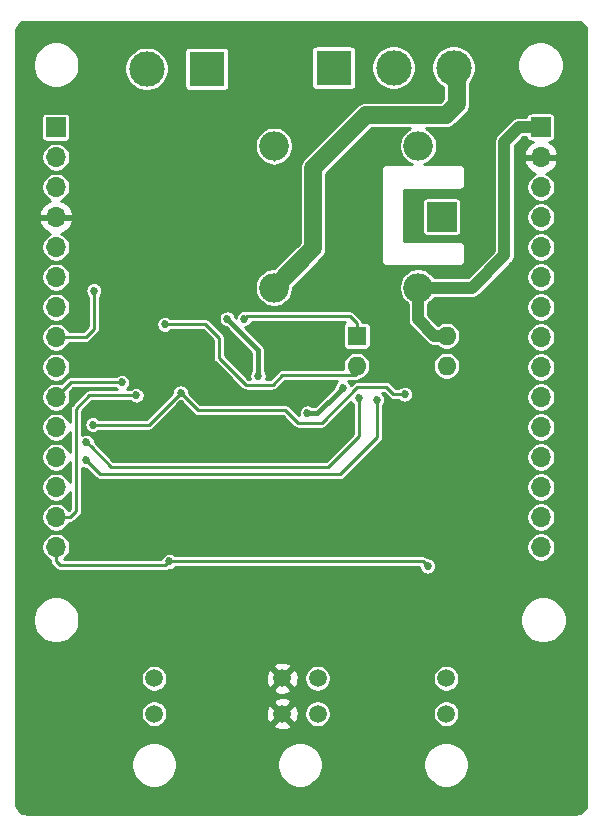
<source format=gbl>
%TF.GenerationSoftware,KiCad,Pcbnew,5.1.5+dfsg1-2build2*%
%TF.CreationDate,2021-01-24T18:27:10+01:00*%
%TF.ProjectId,Placa-Caja-Coccion,506c6163-612d-4436-916a-612d436f6363,rev?*%
%TF.SameCoordinates,Original*%
%TF.FileFunction,Copper,L2,Bot*%
%TF.FilePolarity,Positive*%
%FSLAX46Y46*%
G04 Gerber Fmt 4.6, Leading zero omitted, Abs format (unit mm)*
G04 Created by KiCad (PCBNEW 5.1.5+dfsg1-2build2) date 2021-01-24 18:27:10*
%MOMM*%
%LPD*%
G04 APERTURE LIST*
%ADD10C,3.000000*%
%ADD11R,3.000000X3.000000*%
%ADD12C,1.500000*%
%ADD13R,2.500000X2.500000*%
%ADD14O,2.500000X2.500000*%
%ADD15R,1.700000X1.700000*%
%ADD16O,1.700000X1.700000*%
%ADD17R,1.600000X1.600000*%
%ADD18O,1.600000X1.600000*%
%ADD19C,0.685800*%
%ADD20C,0.400000*%
%ADD21C,0.254000*%
%ADD22C,1.000000*%
%ADD23C,1.500000*%
%ADD24C,0.250000*%
G04 APERTURE END LIST*
D10*
X134170000Y-72847200D03*
D11*
X139250000Y-72847200D03*
D10*
X160160000Y-72750000D03*
X155080000Y-72750000D03*
D11*
X150000000Y-72750000D03*
D12*
X159517080Y-124452120D03*
X159517080Y-127452120D03*
D13*
X159146240Y-85364320D03*
D14*
X157146240Y-79364320D03*
X144946240Y-79364320D03*
X144946240Y-91364320D03*
X157146240Y-91364320D03*
D12*
X148640800Y-124452120D03*
X148640800Y-127452120D03*
X145640800Y-124452120D03*
X145640800Y-127452120D03*
D15*
X126486920Y-77779880D03*
D16*
X126486920Y-80319880D03*
X126486920Y-82859880D03*
X126486920Y-85399880D03*
X126486920Y-87939880D03*
X126486920Y-90479880D03*
X126486920Y-93019880D03*
X126486920Y-95559880D03*
X126486920Y-98099880D03*
X126486920Y-100639880D03*
X126486920Y-103179880D03*
X126486920Y-105719880D03*
X126486920Y-108259880D03*
X126486920Y-110799880D03*
X126486920Y-113339880D03*
X167543480Y-113334800D03*
X167543480Y-110794800D03*
X167543480Y-108254800D03*
X167543480Y-105714800D03*
X167543480Y-103174800D03*
X167543480Y-100634800D03*
X167543480Y-98094800D03*
X167543480Y-95554800D03*
X167543480Y-93014800D03*
X167543480Y-90474800D03*
X167543480Y-87934800D03*
X167543480Y-85394800D03*
X167543480Y-82854800D03*
X167543480Y-80314800D03*
D15*
X167543480Y-77774800D03*
D12*
X134792720Y-127452120D03*
X134792720Y-124452120D03*
D17*
X151937720Y-95443040D03*
D18*
X159557720Y-97983040D03*
X151937720Y-97983040D03*
X159557720Y-95443040D03*
D19*
X134493000Y-108701840D03*
X135493000Y-108701840D03*
X136493000Y-108701840D03*
X137493000Y-108701840D03*
X134493000Y-109701840D03*
X135493000Y-109701840D03*
X136493000Y-109701840D03*
X137493000Y-109701840D03*
X134493000Y-110701840D03*
X135493000Y-110701840D03*
X136493000Y-110701840D03*
X137493000Y-110701840D03*
X134493000Y-111701840D03*
X135493000Y-111701840D03*
X136493000Y-111701840D03*
X137493000Y-111701840D03*
X156885640Y-108671360D03*
X157885640Y-111671360D03*
X158885640Y-111671360D03*
X159885640Y-110671360D03*
X156885640Y-109671360D03*
X159885640Y-108671360D03*
X157885640Y-109671360D03*
X158885640Y-109671360D03*
X159885640Y-111671360D03*
X157885640Y-108671360D03*
X156885640Y-110671360D03*
X157885640Y-110671360D03*
X158885640Y-110671360D03*
X156885640Y-111671360D03*
X158885640Y-108671360D03*
X159885640Y-109671360D03*
X154884120Y-105755440D03*
X153360120Y-116347240D03*
X152171400Y-116321840D03*
X152135840Y-117632480D03*
X152064720Y-118856760D03*
X152074880Y-120035320D03*
X153446480Y-120045480D03*
X154680920Y-120020080D03*
X142234920Y-116525040D03*
X142234920Y-117662960D03*
X142250160Y-119070120D03*
X142250160Y-120208040D03*
X140837920Y-120162320D03*
X139456160Y-120162320D03*
X138247120Y-120177560D03*
X142651480Y-127492760D03*
X142651480Y-126224452D03*
X142651480Y-124956146D03*
X142651480Y-123687840D03*
X143784320Y-124986626D03*
X143784320Y-123718320D03*
X143784320Y-127523240D03*
X143784320Y-126254932D03*
X162747960Y-118910946D03*
X162747960Y-117642640D03*
X162687000Y-121537306D03*
X162687000Y-120269000D03*
X133101080Y-116403120D03*
X133101080Y-117671426D03*
X134233920Y-117701906D03*
X134233920Y-116433600D03*
X134198360Y-120236826D03*
X133065520Y-118938040D03*
X133065520Y-120206346D03*
X134198360Y-118968520D03*
X129961640Y-116469160D03*
X153888440Y-123924906D03*
X153852880Y-126459826D03*
X153888440Y-122656600D03*
X153852880Y-125191520D03*
X139827000Y-123022360D03*
X139791440Y-126825586D03*
X139827000Y-124290666D03*
X139791440Y-125557280D03*
X142915640Y-100548440D03*
X146105880Y-103007160D03*
X148447760Y-103774240D03*
X149951440Y-104805480D03*
X143982440Y-103499920D03*
X134185521Y-105831090D03*
X142025000Y-81150000D03*
X141950000Y-84625000D03*
X142225000Y-89400000D03*
X162200000Y-96050000D03*
X162000000Y-97675000D03*
X164450000Y-95675000D03*
X164200000Y-97800000D03*
X165075000Y-104800000D03*
X145150000Y-105375000D03*
X146275000Y-108325000D03*
X148400000Y-108175000D03*
X147875000Y-109250000D03*
X130050000Y-96725000D03*
X131325000Y-97875000D03*
X133225000Y-93800000D03*
X164525000Y-99650000D03*
X161875000Y-100100000D03*
X148550000Y-99850000D03*
X146200000Y-99825000D03*
X138050000Y-93075000D03*
X138925000Y-95450000D03*
X133675000Y-82500000D03*
X133700000Y-83800000D03*
X134750000Y-83800000D03*
X140975080Y-94020640D03*
X147751800Y-101991160D03*
X143596360Y-98851720D03*
X150769320Y-99841770D03*
X135702040Y-94477840D03*
X129702560Y-91627960D03*
X132064760Y-99395280D03*
X137038080Y-100289360D03*
X129608590Y-102971600D03*
X156016960Y-100390960D03*
X152115520Y-100736400D03*
X129072640Y-104475280D03*
X153634440Y-100868480D03*
X129011680Y-105968800D03*
X133268720Y-100487480D03*
X136098280Y-114548920D03*
X157952958Y-114944630D03*
X142433040Y-94000320D03*
D20*
X143596360Y-96641920D02*
X143596360Y-98851720D01*
X140975080Y-94020640D02*
X143596360Y-96641920D01*
X150426421Y-100184669D02*
X150769320Y-99841770D01*
X147751800Y-101991160D02*
X148619930Y-101991160D01*
X148619930Y-101991160D02*
X150426421Y-100184669D01*
D21*
X135702040Y-94477840D02*
X139136120Y-94477840D01*
X139136120Y-94477840D02*
X140289280Y-95631000D01*
X140289280Y-95631000D02*
X140289280Y-97307400D01*
X140289280Y-97307400D02*
X141711680Y-98729800D01*
X145658840Y-98760280D02*
X151917400Y-98760280D01*
X142567662Y-99575622D02*
X144843498Y-99575622D01*
X144843498Y-99575622D02*
X145658840Y-98760280D01*
X141752320Y-98760280D02*
X142567662Y-99575622D01*
D22*
X165693480Y-77774800D02*
X164454840Y-79013440D01*
X167543480Y-77774800D02*
X165693480Y-77774800D01*
X164454840Y-79013440D02*
X164454840Y-88630760D01*
X161721280Y-91364320D02*
X157146240Y-91364320D01*
X164454840Y-88630760D02*
X161721280Y-91364320D01*
X158526480Y-95443040D02*
X159557720Y-95443040D01*
X157146240Y-94062800D02*
X158526480Y-95443040D01*
X157146240Y-91364320D02*
X157146240Y-94062800D01*
D21*
X144961480Y-78472160D02*
X144961480Y-80603840D01*
D23*
X148250000Y-88060560D02*
X144946240Y-91364320D01*
X148250000Y-81250000D02*
X148250000Y-88060560D01*
X152750000Y-76750000D02*
X148250000Y-81250000D01*
X160410001Y-75839999D02*
X159500000Y-76750000D01*
X159500000Y-76750000D02*
X152750000Y-76750000D01*
X160410001Y-73000001D02*
X160410001Y-75839999D01*
X160160000Y-72750000D02*
X160410001Y-73000001D01*
D21*
X129702560Y-91627960D02*
X129702560Y-94863920D01*
X129006600Y-95559880D02*
X126486920Y-95559880D01*
X129702560Y-94863920D02*
X129006600Y-95559880D01*
X127731520Y-99395280D02*
X126486920Y-100639880D01*
X132064760Y-99395280D02*
X127731520Y-99395280D01*
X134355840Y-102971600D02*
X129608590Y-102971600D01*
X137038080Y-100289360D02*
X134355840Y-102971600D01*
D24*
X145923000Y-101755866D02*
X138504586Y-101755866D01*
X146971094Y-102803960D02*
X145923000Y-101755866D01*
X148996400Y-102803960D02*
X146971094Y-102803960D01*
X138504586Y-101755866D02*
X137038080Y-100289360D01*
X152013920Y-99786440D02*
X148996400Y-102803960D01*
X154452320Y-99786440D02*
X152013920Y-99786440D01*
X155056840Y-100390960D02*
X154452320Y-99786440D01*
X156016960Y-100390960D02*
X155056840Y-100390960D01*
X152115520Y-100736400D02*
X152115520Y-103962200D01*
X152115520Y-103962200D02*
X149524720Y-106553000D01*
X149524720Y-106553000D02*
X131150360Y-106553000D01*
X131150360Y-106553000D02*
X129415539Y-104818179D01*
X129415539Y-104818179D02*
X129072640Y-104475280D01*
X130210560Y-107167680D02*
X129011680Y-105968800D01*
X153675080Y-104053640D02*
X150561040Y-107167680D01*
X153634440Y-101353413D02*
X153675080Y-101394053D01*
X150561040Y-107167680D02*
X130210560Y-107167680D01*
X153675080Y-101394053D02*
X153675080Y-104053640D01*
X153634440Y-100868480D02*
X153634440Y-101353413D01*
D21*
X127689001Y-110799880D02*
X126486920Y-110799880D01*
X128163320Y-110325561D02*
X127689001Y-110799880D01*
X128163320Y-101645720D02*
X128163320Y-110325561D01*
X129321560Y-100487480D02*
X128163320Y-101645720D01*
X133268720Y-100487480D02*
X129321560Y-100487480D01*
X126486920Y-114541961D02*
X126486920Y-113339880D01*
X126836778Y-114891819D02*
X126486920Y-114541961D01*
X135755381Y-114891819D02*
X126836778Y-114891819D01*
X136098280Y-114548920D02*
X135755381Y-114891819D01*
X157557248Y-114548920D02*
X157952958Y-114944630D01*
X136098280Y-114548920D02*
X157557248Y-114548920D01*
D24*
X151937720Y-94393040D02*
X151351960Y-93807280D01*
X151937720Y-95443040D02*
X151937720Y-94393040D01*
X151351960Y-93807280D02*
X142626080Y-93807280D01*
X142626080Y-93807280D02*
X142433040Y-94000320D01*
D21*
G36*
X170516814Y-68846701D02*
G01*
X170519408Y-68846446D01*
X170675867Y-68861787D01*
X170845043Y-68912864D01*
X171001074Y-68995828D01*
X171138014Y-69107513D01*
X171250657Y-69243676D01*
X171334706Y-69399122D01*
X171386962Y-69567935D01*
X171407100Y-69759533D01*
X171407101Y-134983215D01*
X171388212Y-135175870D01*
X171337137Y-135345040D01*
X171254172Y-135501073D01*
X171142486Y-135638013D01*
X171006324Y-135750657D01*
X170850877Y-135834707D01*
X170682064Y-135886963D01*
X170490475Y-135907100D01*
X124016784Y-135907102D01*
X123824131Y-135888213D01*
X123654957Y-135837136D01*
X123498926Y-135754172D01*
X123361986Y-135642487D01*
X123249343Y-135506324D01*
X123165294Y-135350878D01*
X123113037Y-135182065D01*
X123092900Y-134990475D01*
X123092900Y-131581933D01*
X132861720Y-131581933D01*
X132861720Y-131962307D01*
X132935928Y-132335372D01*
X133081490Y-132686791D01*
X133292815Y-133003061D01*
X133561779Y-133272025D01*
X133878049Y-133483350D01*
X134229468Y-133628912D01*
X134602533Y-133703120D01*
X134982907Y-133703120D01*
X135355972Y-133628912D01*
X135707391Y-133483350D01*
X136023661Y-133272025D01*
X136292625Y-133003061D01*
X136503950Y-132686791D01*
X136649512Y-132335372D01*
X136723720Y-131962307D01*
X136723720Y-131581933D01*
X145209800Y-131581933D01*
X145209800Y-131962307D01*
X145284008Y-132335372D01*
X145429570Y-132686791D01*
X145640895Y-133003061D01*
X145909859Y-133272025D01*
X146226129Y-133483350D01*
X146577548Y-133628912D01*
X146950613Y-133703120D01*
X147330987Y-133703120D01*
X147704052Y-133628912D01*
X148055471Y-133483350D01*
X148371741Y-133272025D01*
X148640705Y-133003061D01*
X148852030Y-132686791D01*
X148997592Y-132335372D01*
X149071800Y-131962307D01*
X149071800Y-131581933D01*
X157586080Y-131581933D01*
X157586080Y-131962307D01*
X157660288Y-132335372D01*
X157805850Y-132686791D01*
X158017175Y-133003061D01*
X158286139Y-133272025D01*
X158602409Y-133483350D01*
X158953828Y-133628912D01*
X159326893Y-133703120D01*
X159707267Y-133703120D01*
X160080332Y-133628912D01*
X160431751Y-133483350D01*
X160748021Y-133272025D01*
X161016985Y-133003061D01*
X161228310Y-132686791D01*
X161373872Y-132335372D01*
X161448080Y-131962307D01*
X161448080Y-131581933D01*
X161373872Y-131208868D01*
X161228310Y-130857449D01*
X161016985Y-130541179D01*
X160748021Y-130272215D01*
X160431751Y-130060890D01*
X160080332Y-129915328D01*
X159707267Y-129841120D01*
X159326893Y-129841120D01*
X158953828Y-129915328D01*
X158602409Y-130060890D01*
X158286139Y-130272215D01*
X158017175Y-130541179D01*
X157805850Y-130857449D01*
X157660288Y-131208868D01*
X157586080Y-131581933D01*
X149071800Y-131581933D01*
X148997592Y-131208868D01*
X148852030Y-130857449D01*
X148640705Y-130541179D01*
X148371741Y-130272215D01*
X148055471Y-130060890D01*
X147704052Y-129915328D01*
X147330987Y-129841120D01*
X146950613Y-129841120D01*
X146577548Y-129915328D01*
X146226129Y-130060890D01*
X145909859Y-130272215D01*
X145640895Y-130541179D01*
X145429570Y-130857449D01*
X145284008Y-131208868D01*
X145209800Y-131581933D01*
X136723720Y-131581933D01*
X136649512Y-131208868D01*
X136503950Y-130857449D01*
X136292625Y-130541179D01*
X136023661Y-130272215D01*
X135707391Y-130060890D01*
X135355972Y-129915328D01*
X134982907Y-129841120D01*
X134602533Y-129841120D01*
X134229468Y-129915328D01*
X133878049Y-130060890D01*
X133561779Y-130272215D01*
X133292815Y-130541179D01*
X133081490Y-130857449D01*
X132935928Y-131208868D01*
X132861720Y-131581933D01*
X123092900Y-131581933D01*
X123092900Y-127340726D01*
X133661720Y-127340726D01*
X133661720Y-127563514D01*
X133705184Y-127782020D01*
X133790441Y-127987849D01*
X133914215Y-128173090D01*
X134071750Y-128330625D01*
X134256991Y-128454399D01*
X134462820Y-128539656D01*
X134681326Y-128583120D01*
X134904114Y-128583120D01*
X135122620Y-128539656D01*
X135328449Y-128454399D01*
X135396224Y-128409113D01*
X144863412Y-128409113D01*
X144928937Y-128647980D01*
X145175916Y-128763880D01*
X145440760Y-128829370D01*
X145713292Y-128841932D01*
X145983038Y-128801085D01*
X146239632Y-128708397D01*
X146352663Y-128647980D01*
X146418188Y-128409113D01*
X145640800Y-127631725D01*
X144863412Y-128409113D01*
X135396224Y-128409113D01*
X135513690Y-128330625D01*
X135671225Y-128173090D01*
X135794999Y-127987849D01*
X135880256Y-127782020D01*
X135923720Y-127563514D01*
X135923720Y-127524612D01*
X144250988Y-127524612D01*
X144291835Y-127794358D01*
X144384523Y-128050952D01*
X144444940Y-128163983D01*
X144683807Y-128229508D01*
X145461195Y-127452120D01*
X145820405Y-127452120D01*
X146597793Y-128229508D01*
X146836660Y-128163983D01*
X146952560Y-127917004D01*
X147018050Y-127652160D01*
X147030612Y-127379628D01*
X147024722Y-127340726D01*
X147509800Y-127340726D01*
X147509800Y-127563514D01*
X147553264Y-127782020D01*
X147638521Y-127987849D01*
X147762295Y-128173090D01*
X147919830Y-128330625D01*
X148105071Y-128454399D01*
X148310900Y-128539656D01*
X148529406Y-128583120D01*
X148752194Y-128583120D01*
X148970700Y-128539656D01*
X149176529Y-128454399D01*
X149361770Y-128330625D01*
X149519305Y-128173090D01*
X149643079Y-127987849D01*
X149728336Y-127782020D01*
X149771800Y-127563514D01*
X149771800Y-127340726D01*
X158386080Y-127340726D01*
X158386080Y-127563514D01*
X158429544Y-127782020D01*
X158514801Y-127987849D01*
X158638575Y-128173090D01*
X158796110Y-128330625D01*
X158981351Y-128454399D01*
X159187180Y-128539656D01*
X159405686Y-128583120D01*
X159628474Y-128583120D01*
X159846980Y-128539656D01*
X160052809Y-128454399D01*
X160238050Y-128330625D01*
X160395585Y-128173090D01*
X160519359Y-127987849D01*
X160604616Y-127782020D01*
X160648080Y-127563514D01*
X160648080Y-127340726D01*
X160604616Y-127122220D01*
X160519359Y-126916391D01*
X160395585Y-126731150D01*
X160238050Y-126573615D01*
X160052809Y-126449841D01*
X159846980Y-126364584D01*
X159628474Y-126321120D01*
X159405686Y-126321120D01*
X159187180Y-126364584D01*
X158981351Y-126449841D01*
X158796110Y-126573615D01*
X158638575Y-126731150D01*
X158514801Y-126916391D01*
X158429544Y-127122220D01*
X158386080Y-127340726D01*
X149771800Y-127340726D01*
X149728336Y-127122220D01*
X149643079Y-126916391D01*
X149519305Y-126731150D01*
X149361770Y-126573615D01*
X149176529Y-126449841D01*
X148970700Y-126364584D01*
X148752194Y-126321120D01*
X148529406Y-126321120D01*
X148310900Y-126364584D01*
X148105071Y-126449841D01*
X147919830Y-126573615D01*
X147762295Y-126731150D01*
X147638521Y-126916391D01*
X147553264Y-127122220D01*
X147509800Y-127340726D01*
X147024722Y-127340726D01*
X146989765Y-127109882D01*
X146897077Y-126853288D01*
X146836660Y-126740257D01*
X146597793Y-126674732D01*
X145820405Y-127452120D01*
X145461195Y-127452120D01*
X144683807Y-126674732D01*
X144444940Y-126740257D01*
X144329040Y-126987236D01*
X144263550Y-127252080D01*
X144250988Y-127524612D01*
X135923720Y-127524612D01*
X135923720Y-127340726D01*
X135880256Y-127122220D01*
X135794999Y-126916391D01*
X135671225Y-126731150D01*
X135513690Y-126573615D01*
X135396225Y-126495127D01*
X144863412Y-126495127D01*
X145640800Y-127272515D01*
X146418188Y-126495127D01*
X146352663Y-126256260D01*
X146105684Y-126140360D01*
X145840840Y-126074870D01*
X145568308Y-126062308D01*
X145298562Y-126103155D01*
X145041968Y-126195843D01*
X144928937Y-126256260D01*
X144863412Y-126495127D01*
X135396225Y-126495127D01*
X135328449Y-126449841D01*
X135122620Y-126364584D01*
X134904114Y-126321120D01*
X134681326Y-126321120D01*
X134462820Y-126364584D01*
X134256991Y-126449841D01*
X134071750Y-126573615D01*
X133914215Y-126731150D01*
X133790441Y-126916391D01*
X133705184Y-127122220D01*
X133661720Y-127340726D01*
X123092900Y-127340726D01*
X123092900Y-124340726D01*
X133661720Y-124340726D01*
X133661720Y-124563514D01*
X133705184Y-124782020D01*
X133790441Y-124987849D01*
X133914215Y-125173090D01*
X134071750Y-125330625D01*
X134256991Y-125454399D01*
X134462820Y-125539656D01*
X134681326Y-125583120D01*
X134904114Y-125583120D01*
X135122620Y-125539656D01*
X135328449Y-125454399D01*
X135396224Y-125409113D01*
X144863412Y-125409113D01*
X144928937Y-125647980D01*
X145175916Y-125763880D01*
X145440760Y-125829370D01*
X145713292Y-125841932D01*
X145983038Y-125801085D01*
X146239632Y-125708397D01*
X146352663Y-125647980D01*
X146418188Y-125409113D01*
X145640800Y-124631725D01*
X144863412Y-125409113D01*
X135396224Y-125409113D01*
X135513690Y-125330625D01*
X135671225Y-125173090D01*
X135794999Y-124987849D01*
X135880256Y-124782020D01*
X135923720Y-124563514D01*
X135923720Y-124524612D01*
X144250988Y-124524612D01*
X144291835Y-124794358D01*
X144384523Y-125050952D01*
X144444940Y-125163983D01*
X144683807Y-125229508D01*
X145461195Y-124452120D01*
X145820405Y-124452120D01*
X146597793Y-125229508D01*
X146836660Y-125163983D01*
X146952560Y-124917004D01*
X147018050Y-124652160D01*
X147030612Y-124379628D01*
X147024722Y-124340726D01*
X147509800Y-124340726D01*
X147509800Y-124563514D01*
X147553264Y-124782020D01*
X147638521Y-124987849D01*
X147762295Y-125173090D01*
X147919830Y-125330625D01*
X148105071Y-125454399D01*
X148310900Y-125539656D01*
X148529406Y-125583120D01*
X148752194Y-125583120D01*
X148970700Y-125539656D01*
X149176529Y-125454399D01*
X149361770Y-125330625D01*
X149519305Y-125173090D01*
X149643079Y-124987849D01*
X149728336Y-124782020D01*
X149771800Y-124563514D01*
X149771800Y-124340726D01*
X158386080Y-124340726D01*
X158386080Y-124563514D01*
X158429544Y-124782020D01*
X158514801Y-124987849D01*
X158638575Y-125173090D01*
X158796110Y-125330625D01*
X158981351Y-125454399D01*
X159187180Y-125539656D01*
X159405686Y-125583120D01*
X159628474Y-125583120D01*
X159846980Y-125539656D01*
X160052809Y-125454399D01*
X160238050Y-125330625D01*
X160395585Y-125173090D01*
X160519359Y-124987849D01*
X160604616Y-124782020D01*
X160648080Y-124563514D01*
X160648080Y-124340726D01*
X160604616Y-124122220D01*
X160519359Y-123916391D01*
X160395585Y-123731150D01*
X160238050Y-123573615D01*
X160052809Y-123449841D01*
X159846980Y-123364584D01*
X159628474Y-123321120D01*
X159405686Y-123321120D01*
X159187180Y-123364584D01*
X158981351Y-123449841D01*
X158796110Y-123573615D01*
X158638575Y-123731150D01*
X158514801Y-123916391D01*
X158429544Y-124122220D01*
X158386080Y-124340726D01*
X149771800Y-124340726D01*
X149728336Y-124122220D01*
X149643079Y-123916391D01*
X149519305Y-123731150D01*
X149361770Y-123573615D01*
X149176529Y-123449841D01*
X148970700Y-123364584D01*
X148752194Y-123321120D01*
X148529406Y-123321120D01*
X148310900Y-123364584D01*
X148105071Y-123449841D01*
X147919830Y-123573615D01*
X147762295Y-123731150D01*
X147638521Y-123916391D01*
X147553264Y-124122220D01*
X147509800Y-124340726D01*
X147024722Y-124340726D01*
X146989765Y-124109882D01*
X146897077Y-123853288D01*
X146836660Y-123740257D01*
X146597793Y-123674732D01*
X145820405Y-124452120D01*
X145461195Y-124452120D01*
X144683807Y-123674732D01*
X144444940Y-123740257D01*
X144329040Y-123987236D01*
X144263550Y-124252080D01*
X144250988Y-124524612D01*
X135923720Y-124524612D01*
X135923720Y-124340726D01*
X135880256Y-124122220D01*
X135794999Y-123916391D01*
X135671225Y-123731150D01*
X135513690Y-123573615D01*
X135396225Y-123495127D01*
X144863412Y-123495127D01*
X145640800Y-124272515D01*
X146418188Y-123495127D01*
X146352663Y-123256260D01*
X146105684Y-123140360D01*
X145840840Y-123074870D01*
X145568308Y-123062308D01*
X145298562Y-123103155D01*
X145041968Y-123195843D01*
X144928937Y-123256260D01*
X144863412Y-123495127D01*
X135396225Y-123495127D01*
X135328449Y-123449841D01*
X135122620Y-123364584D01*
X134904114Y-123321120D01*
X134681326Y-123321120D01*
X134462820Y-123364584D01*
X134256991Y-123449841D01*
X134071750Y-123573615D01*
X133914215Y-123731150D01*
X133790441Y-123916391D01*
X133705184Y-124122220D01*
X133661720Y-124340726D01*
X123092900Y-124340726D01*
X123092900Y-119304889D01*
X124519000Y-119304889D01*
X124519000Y-119695111D01*
X124595129Y-120077836D01*
X124744461Y-120438355D01*
X124961257Y-120762814D01*
X125237186Y-121038743D01*
X125561645Y-121255539D01*
X125922164Y-121404871D01*
X126304889Y-121481000D01*
X126695111Y-121481000D01*
X127077836Y-121404871D01*
X127438355Y-121255539D01*
X127762814Y-121038743D01*
X128038743Y-120762814D01*
X128255539Y-120438355D01*
X128404871Y-120077836D01*
X128481000Y-119695111D01*
X128481000Y-119304889D01*
X165769000Y-119304889D01*
X165769000Y-119695111D01*
X165845129Y-120077836D01*
X165994461Y-120438355D01*
X166211257Y-120762814D01*
X166487186Y-121038743D01*
X166811645Y-121255539D01*
X167172164Y-121404871D01*
X167554889Y-121481000D01*
X167945111Y-121481000D01*
X168327836Y-121404871D01*
X168688355Y-121255539D01*
X169012814Y-121038743D01*
X169288743Y-120762814D01*
X169505539Y-120438355D01*
X169654871Y-120077836D01*
X169731000Y-119695111D01*
X169731000Y-119304889D01*
X169654871Y-118922164D01*
X169505539Y-118561645D01*
X169288743Y-118237186D01*
X169012814Y-117961257D01*
X168688355Y-117744461D01*
X168327836Y-117595129D01*
X167945111Y-117519000D01*
X167554889Y-117519000D01*
X167172164Y-117595129D01*
X166811645Y-117744461D01*
X166487186Y-117961257D01*
X166211257Y-118237186D01*
X165994461Y-118561645D01*
X165845129Y-118922164D01*
X165769000Y-119304889D01*
X128481000Y-119304889D01*
X128404871Y-118922164D01*
X128255539Y-118561645D01*
X128038743Y-118237186D01*
X127762814Y-117961257D01*
X127438355Y-117744461D01*
X127077836Y-117595129D01*
X126695111Y-117519000D01*
X126304889Y-117519000D01*
X125922164Y-117595129D01*
X125561645Y-117744461D01*
X125237186Y-117961257D01*
X124961257Y-118237186D01*
X124744461Y-118561645D01*
X124595129Y-118922164D01*
X124519000Y-119304889D01*
X123092900Y-119304889D01*
X123092900Y-113218637D01*
X125255920Y-113218637D01*
X125255920Y-113461123D01*
X125303227Y-113698949D01*
X125396022Y-113922977D01*
X125530740Y-114124597D01*
X125702203Y-114296060D01*
X125903823Y-114430778D01*
X125978920Y-114461884D01*
X125978920Y-114517016D01*
X125976463Y-114541961D01*
X125978920Y-114566905D01*
X125978920Y-114566907D01*
X125986271Y-114641545D01*
X126015319Y-114737303D01*
X126062491Y-114825556D01*
X126125972Y-114902909D01*
X126145354Y-114918815D01*
X126459927Y-115233389D01*
X126475830Y-115252767D01*
X126495207Y-115268669D01*
X126553182Y-115316248D01*
X126562971Y-115321480D01*
X126641435Y-115363420D01*
X126737193Y-115392468D01*
X126811831Y-115399819D01*
X126811834Y-115399819D01*
X126836778Y-115402276D01*
X126861722Y-115399819D01*
X135730437Y-115399819D01*
X135755381Y-115402276D01*
X135780325Y-115399819D01*
X135780328Y-115399819D01*
X135854966Y-115392468D01*
X135950724Y-115363420D01*
X136038976Y-115316248D01*
X136091894Y-115272820D01*
X136169578Y-115272820D01*
X136309434Y-115245001D01*
X136441175Y-115190432D01*
X136559740Y-115111210D01*
X136614030Y-115056920D01*
X157237212Y-115056920D01*
X157256877Y-115155784D01*
X157311446Y-115287525D01*
X157390668Y-115406090D01*
X157491498Y-115506920D01*
X157610063Y-115586142D01*
X157741804Y-115640711D01*
X157881660Y-115668530D01*
X158024256Y-115668530D01*
X158164112Y-115640711D01*
X158295853Y-115586142D01*
X158414418Y-115506920D01*
X158515248Y-115406090D01*
X158594470Y-115287525D01*
X158649039Y-115155784D01*
X158676858Y-115015928D01*
X158676858Y-114873332D01*
X158649039Y-114733476D01*
X158594470Y-114601735D01*
X158515248Y-114483170D01*
X158414418Y-114382340D01*
X158295853Y-114303118D01*
X158164112Y-114248549D01*
X158024256Y-114220730D01*
X157947478Y-114220730D01*
X157934102Y-114207354D01*
X157918196Y-114187972D01*
X157840843Y-114124491D01*
X157752591Y-114077319D01*
X157656833Y-114048271D01*
X157582195Y-114040920D01*
X157582192Y-114040920D01*
X157557248Y-114038463D01*
X157532304Y-114040920D01*
X136614030Y-114040920D01*
X136559740Y-113986630D01*
X136441175Y-113907408D01*
X136309434Y-113852839D01*
X136169578Y-113825020D01*
X136026982Y-113825020D01*
X135887126Y-113852839D01*
X135755385Y-113907408D01*
X135636820Y-113986630D01*
X135535990Y-114087460D01*
X135456768Y-114206025D01*
X135402199Y-114337766D01*
X135393039Y-114383819D01*
X127140296Y-114383819D01*
X127271637Y-114296060D01*
X127443100Y-114124597D01*
X127577818Y-113922977D01*
X127670613Y-113698949D01*
X127717920Y-113461123D01*
X127717920Y-113218637D01*
X127716910Y-113213557D01*
X166312480Y-113213557D01*
X166312480Y-113456043D01*
X166359787Y-113693869D01*
X166452582Y-113917897D01*
X166587300Y-114119517D01*
X166758763Y-114290980D01*
X166960383Y-114425698D01*
X167184411Y-114518493D01*
X167422237Y-114565800D01*
X167664723Y-114565800D01*
X167902549Y-114518493D01*
X168126577Y-114425698D01*
X168328197Y-114290980D01*
X168499660Y-114119517D01*
X168634378Y-113917897D01*
X168727173Y-113693869D01*
X168774480Y-113456043D01*
X168774480Y-113213557D01*
X168727173Y-112975731D01*
X168634378Y-112751703D01*
X168499660Y-112550083D01*
X168328197Y-112378620D01*
X168126577Y-112243902D01*
X167902549Y-112151107D01*
X167664723Y-112103800D01*
X167422237Y-112103800D01*
X167184411Y-112151107D01*
X166960383Y-112243902D01*
X166758763Y-112378620D01*
X166587300Y-112550083D01*
X166452582Y-112751703D01*
X166359787Y-112975731D01*
X166312480Y-113213557D01*
X127716910Y-113213557D01*
X127670613Y-112980811D01*
X127577818Y-112756783D01*
X127443100Y-112555163D01*
X127271637Y-112383700D01*
X127070017Y-112248982D01*
X126845989Y-112156187D01*
X126608163Y-112108880D01*
X126365677Y-112108880D01*
X126127851Y-112156187D01*
X125903823Y-112248982D01*
X125702203Y-112383700D01*
X125530740Y-112555163D01*
X125396022Y-112756783D01*
X125303227Y-112980811D01*
X125255920Y-113218637D01*
X123092900Y-113218637D01*
X123092900Y-100518637D01*
X125255920Y-100518637D01*
X125255920Y-100761123D01*
X125303227Y-100998949D01*
X125396022Y-101222977D01*
X125530740Y-101424597D01*
X125702203Y-101596060D01*
X125903823Y-101730778D01*
X126127851Y-101823573D01*
X126365677Y-101870880D01*
X126608163Y-101870880D01*
X126845989Y-101823573D01*
X127070017Y-101730778D01*
X127271637Y-101596060D01*
X127443100Y-101424597D01*
X127577818Y-101222977D01*
X127670613Y-100998949D01*
X127717920Y-100761123D01*
X127717920Y-100518637D01*
X127670613Y-100280811D01*
X127639507Y-100205714D01*
X127941941Y-99903280D01*
X131549010Y-99903280D01*
X131603300Y-99957570D01*
X131636091Y-99979480D01*
X129346504Y-99979480D01*
X129321560Y-99977023D01*
X129296616Y-99979480D01*
X129296613Y-99979480D01*
X129221975Y-99986831D01*
X129126217Y-100015879D01*
X129037965Y-100063051D01*
X128960612Y-100126532D01*
X128944705Y-100145915D01*
X127821755Y-101268865D01*
X127802372Y-101284772D01*
X127738891Y-101362125D01*
X127691719Y-101450378D01*
X127662671Y-101546136D01*
X127657754Y-101596060D01*
X127652863Y-101645720D01*
X127655320Y-101670664D01*
X127655320Y-102783891D01*
X127577818Y-102596783D01*
X127443100Y-102395163D01*
X127271637Y-102223700D01*
X127070017Y-102088982D01*
X126845989Y-101996187D01*
X126608163Y-101948880D01*
X126365677Y-101948880D01*
X126127851Y-101996187D01*
X125903823Y-102088982D01*
X125702203Y-102223700D01*
X125530740Y-102395163D01*
X125396022Y-102596783D01*
X125303227Y-102820811D01*
X125255920Y-103058637D01*
X125255920Y-103301123D01*
X125303227Y-103538949D01*
X125396022Y-103762977D01*
X125530740Y-103964597D01*
X125702203Y-104136060D01*
X125903823Y-104270778D01*
X126127851Y-104363573D01*
X126365677Y-104410880D01*
X126608163Y-104410880D01*
X126845989Y-104363573D01*
X127070017Y-104270778D01*
X127271637Y-104136060D01*
X127443100Y-103964597D01*
X127577818Y-103762977D01*
X127655320Y-103575869D01*
X127655320Y-105323891D01*
X127577818Y-105136783D01*
X127443100Y-104935163D01*
X127271637Y-104763700D01*
X127070017Y-104628982D01*
X126845989Y-104536187D01*
X126608163Y-104488880D01*
X126365677Y-104488880D01*
X126127851Y-104536187D01*
X125903823Y-104628982D01*
X125702203Y-104763700D01*
X125530740Y-104935163D01*
X125396022Y-105136783D01*
X125303227Y-105360811D01*
X125255920Y-105598637D01*
X125255920Y-105841123D01*
X125303227Y-106078949D01*
X125396022Y-106302977D01*
X125530740Y-106504597D01*
X125702203Y-106676060D01*
X125903823Y-106810778D01*
X126127851Y-106903573D01*
X126365677Y-106950880D01*
X126608163Y-106950880D01*
X126845989Y-106903573D01*
X127070017Y-106810778D01*
X127271637Y-106676060D01*
X127443100Y-106504597D01*
X127577818Y-106302977D01*
X127655321Y-106115868D01*
X127655321Y-107863892D01*
X127577818Y-107676783D01*
X127443100Y-107475163D01*
X127271637Y-107303700D01*
X127070017Y-107168982D01*
X126845989Y-107076187D01*
X126608163Y-107028880D01*
X126365677Y-107028880D01*
X126127851Y-107076187D01*
X125903823Y-107168982D01*
X125702203Y-107303700D01*
X125530740Y-107475163D01*
X125396022Y-107676783D01*
X125303227Y-107900811D01*
X125255920Y-108138637D01*
X125255920Y-108381123D01*
X125303227Y-108618949D01*
X125396022Y-108842977D01*
X125530740Y-109044597D01*
X125702203Y-109216060D01*
X125903823Y-109350778D01*
X126127851Y-109443573D01*
X126365677Y-109490880D01*
X126608163Y-109490880D01*
X126845989Y-109443573D01*
X127070017Y-109350778D01*
X127271637Y-109216060D01*
X127443100Y-109044597D01*
X127577818Y-108842977D01*
X127655321Y-108655868D01*
X127655321Y-110115139D01*
X127568149Y-110202312D01*
X127443100Y-110015163D01*
X127271637Y-109843700D01*
X127070017Y-109708982D01*
X126845989Y-109616187D01*
X126608163Y-109568880D01*
X126365677Y-109568880D01*
X126127851Y-109616187D01*
X125903823Y-109708982D01*
X125702203Y-109843700D01*
X125530740Y-110015163D01*
X125396022Y-110216783D01*
X125303227Y-110440811D01*
X125255920Y-110678637D01*
X125255920Y-110921123D01*
X125303227Y-111158949D01*
X125396022Y-111382977D01*
X125530740Y-111584597D01*
X125702203Y-111756060D01*
X125903823Y-111890778D01*
X126127851Y-111983573D01*
X126365677Y-112030880D01*
X126608163Y-112030880D01*
X126845989Y-111983573D01*
X127070017Y-111890778D01*
X127271637Y-111756060D01*
X127443100Y-111584597D01*
X127577818Y-111382977D01*
X127608924Y-111307880D01*
X127664057Y-111307880D01*
X127689001Y-111310337D01*
X127713945Y-111307880D01*
X127713948Y-111307880D01*
X127788586Y-111300529D01*
X127884344Y-111271481D01*
X127972596Y-111224309D01*
X128049949Y-111160828D01*
X128065856Y-111141446D01*
X128504890Y-110702412D01*
X128524268Y-110686509D01*
X128534896Y-110673557D01*
X166312480Y-110673557D01*
X166312480Y-110916043D01*
X166359787Y-111153869D01*
X166452582Y-111377897D01*
X166587300Y-111579517D01*
X166758763Y-111750980D01*
X166960383Y-111885698D01*
X167184411Y-111978493D01*
X167422237Y-112025800D01*
X167664723Y-112025800D01*
X167902549Y-111978493D01*
X168126577Y-111885698D01*
X168328197Y-111750980D01*
X168499660Y-111579517D01*
X168634378Y-111377897D01*
X168727173Y-111153869D01*
X168774480Y-110916043D01*
X168774480Y-110673557D01*
X168727173Y-110435731D01*
X168634378Y-110211703D01*
X168499660Y-110010083D01*
X168328197Y-109838620D01*
X168126577Y-109703902D01*
X167902549Y-109611107D01*
X167664723Y-109563800D01*
X167422237Y-109563800D01*
X167184411Y-109611107D01*
X166960383Y-109703902D01*
X166758763Y-109838620D01*
X166587300Y-110010083D01*
X166452582Y-110211703D01*
X166359787Y-110435731D01*
X166312480Y-110673557D01*
X128534896Y-110673557D01*
X128542944Y-110663751D01*
X128587749Y-110609157D01*
X128634920Y-110520906D01*
X128636322Y-110516285D01*
X128663969Y-110425146D01*
X128671320Y-110350508D01*
X128671320Y-110350506D01*
X128673777Y-110325562D01*
X128671320Y-110300618D01*
X128671320Y-108133557D01*
X166312480Y-108133557D01*
X166312480Y-108376043D01*
X166359787Y-108613869D01*
X166452582Y-108837897D01*
X166587300Y-109039517D01*
X166758763Y-109210980D01*
X166960383Y-109345698D01*
X167184411Y-109438493D01*
X167422237Y-109485800D01*
X167664723Y-109485800D01*
X167902549Y-109438493D01*
X168126577Y-109345698D01*
X168328197Y-109210980D01*
X168499660Y-109039517D01*
X168634378Y-108837897D01*
X168727173Y-108613869D01*
X168774480Y-108376043D01*
X168774480Y-108133557D01*
X168727173Y-107895731D01*
X168634378Y-107671703D01*
X168499660Y-107470083D01*
X168328197Y-107298620D01*
X168126577Y-107163902D01*
X167902549Y-107071107D01*
X167664723Y-107023800D01*
X167422237Y-107023800D01*
X167184411Y-107071107D01*
X166960383Y-107163902D01*
X166758763Y-107298620D01*
X166587300Y-107470083D01*
X166452582Y-107671703D01*
X166359787Y-107895731D01*
X166312480Y-108133557D01*
X128671320Y-108133557D01*
X128671320Y-106611362D01*
X128800526Y-106664881D01*
X128940382Y-106692700D01*
X129019989Y-106692700D01*
X129835188Y-107507900D01*
X129851033Y-107527207D01*
X129928081Y-107590439D01*
X130015985Y-107637425D01*
X130089167Y-107659624D01*
X130111366Y-107666358D01*
X130121254Y-107667332D01*
X130185706Y-107673680D01*
X130185713Y-107673680D01*
X130210559Y-107676127D01*
X130235405Y-107673680D01*
X150536194Y-107673680D01*
X150561040Y-107676127D01*
X150585886Y-107673680D01*
X150585894Y-107673680D01*
X150660233Y-107666358D01*
X150755615Y-107637425D01*
X150843519Y-107590439D01*
X150920567Y-107527207D01*
X150936416Y-107507895D01*
X152850754Y-105593557D01*
X166312480Y-105593557D01*
X166312480Y-105836043D01*
X166359787Y-106073869D01*
X166452582Y-106297897D01*
X166587300Y-106499517D01*
X166758763Y-106670980D01*
X166960383Y-106805698D01*
X167184411Y-106898493D01*
X167422237Y-106945800D01*
X167664723Y-106945800D01*
X167902549Y-106898493D01*
X168126577Y-106805698D01*
X168328197Y-106670980D01*
X168499660Y-106499517D01*
X168634378Y-106297897D01*
X168727173Y-106073869D01*
X168774480Y-105836043D01*
X168774480Y-105593557D01*
X168727173Y-105355731D01*
X168634378Y-105131703D01*
X168499660Y-104930083D01*
X168328197Y-104758620D01*
X168126577Y-104623902D01*
X167902549Y-104531107D01*
X167664723Y-104483800D01*
X167422237Y-104483800D01*
X167184411Y-104531107D01*
X166960383Y-104623902D01*
X166758763Y-104758620D01*
X166587300Y-104930083D01*
X166452582Y-105131703D01*
X166359787Y-105355731D01*
X166312480Y-105593557D01*
X152850754Y-105593557D01*
X154015300Y-104429012D01*
X154034607Y-104413167D01*
X154097839Y-104336119D01*
X154144825Y-104248215D01*
X154173758Y-104152833D01*
X154181080Y-104078494D01*
X154183528Y-104053640D01*
X154181080Y-104028786D01*
X154181080Y-103053557D01*
X166312480Y-103053557D01*
X166312480Y-103296043D01*
X166359787Y-103533869D01*
X166452582Y-103757897D01*
X166587300Y-103959517D01*
X166758763Y-104130980D01*
X166960383Y-104265698D01*
X167184411Y-104358493D01*
X167422237Y-104405800D01*
X167664723Y-104405800D01*
X167902549Y-104358493D01*
X168126577Y-104265698D01*
X168328197Y-104130980D01*
X168499660Y-103959517D01*
X168634378Y-103757897D01*
X168727173Y-103533869D01*
X168774480Y-103296043D01*
X168774480Y-103053557D01*
X168727173Y-102815731D01*
X168634378Y-102591703D01*
X168499660Y-102390083D01*
X168328197Y-102218620D01*
X168126577Y-102083902D01*
X167902549Y-101991107D01*
X167664723Y-101943800D01*
X167422237Y-101943800D01*
X167184411Y-101991107D01*
X166960383Y-102083902D01*
X166758763Y-102218620D01*
X166587300Y-102390083D01*
X166452582Y-102591703D01*
X166359787Y-102815731D01*
X166312480Y-103053557D01*
X154181080Y-103053557D01*
X154181080Y-101418907D01*
X154183528Y-101394053D01*
X154178963Y-101347707D01*
X154196730Y-101329940D01*
X154275952Y-101211375D01*
X154330521Y-101079634D01*
X154358340Y-100939778D01*
X154358340Y-100797182D01*
X154330521Y-100657326D01*
X154275952Y-100525585D01*
X154196730Y-100407020D01*
X154095900Y-100306190D01*
X154075322Y-100292440D01*
X154242729Y-100292440D01*
X154681468Y-100731180D01*
X154697313Y-100750487D01*
X154774361Y-100813719D01*
X154862265Y-100860705D01*
X154935447Y-100882904D01*
X154957646Y-100889638D01*
X154967534Y-100890612D01*
X155031986Y-100896960D01*
X155031993Y-100896960D01*
X155056839Y-100899407D01*
X155081685Y-100896960D01*
X155499210Y-100896960D01*
X155555500Y-100953250D01*
X155674065Y-101032472D01*
X155805806Y-101087041D01*
X155945662Y-101114860D01*
X156088258Y-101114860D01*
X156228114Y-101087041D01*
X156359855Y-101032472D01*
X156478420Y-100953250D01*
X156579250Y-100852420D01*
X156658472Y-100733855D01*
X156713041Y-100602114D01*
X156730656Y-100513557D01*
X166312480Y-100513557D01*
X166312480Y-100756043D01*
X166359787Y-100993869D01*
X166452582Y-101217897D01*
X166587300Y-101419517D01*
X166758763Y-101590980D01*
X166960383Y-101725698D01*
X167184411Y-101818493D01*
X167422237Y-101865800D01*
X167664723Y-101865800D01*
X167902549Y-101818493D01*
X168126577Y-101725698D01*
X168328197Y-101590980D01*
X168499660Y-101419517D01*
X168634378Y-101217897D01*
X168727173Y-100993869D01*
X168774480Y-100756043D01*
X168774480Y-100513557D01*
X168727173Y-100275731D01*
X168634378Y-100051703D01*
X168499660Y-99850083D01*
X168328197Y-99678620D01*
X168126577Y-99543902D01*
X167902549Y-99451107D01*
X167664723Y-99403800D01*
X167422237Y-99403800D01*
X167184411Y-99451107D01*
X166960383Y-99543902D01*
X166758763Y-99678620D01*
X166587300Y-99850083D01*
X166452582Y-100051703D01*
X166359787Y-100275731D01*
X166312480Y-100513557D01*
X156730656Y-100513557D01*
X156740860Y-100462258D01*
X156740860Y-100319662D01*
X156713041Y-100179806D01*
X156658472Y-100048065D01*
X156579250Y-99929500D01*
X156478420Y-99828670D01*
X156359855Y-99749448D01*
X156228114Y-99694879D01*
X156088258Y-99667060D01*
X155945662Y-99667060D01*
X155805806Y-99694879D01*
X155674065Y-99749448D01*
X155555500Y-99828670D01*
X155499210Y-99884960D01*
X155266432Y-99884960D01*
X154827696Y-99446225D01*
X154811847Y-99426913D01*
X154734799Y-99363681D01*
X154646895Y-99316695D01*
X154551513Y-99287762D01*
X154477174Y-99280440D01*
X154477166Y-99280440D01*
X154452320Y-99277993D01*
X154427474Y-99280440D01*
X152038774Y-99280440D01*
X152013920Y-99277992D01*
X151989066Y-99280440D01*
X151914727Y-99287762D01*
X151819345Y-99316695D01*
X151731441Y-99363681D01*
X151654393Y-99426913D01*
X151638548Y-99446220D01*
X151462106Y-99622662D01*
X151410832Y-99498875D01*
X151331610Y-99380310D01*
X151230780Y-99279480D01*
X151214018Y-99268280D01*
X151942347Y-99268280D01*
X152016985Y-99260929D01*
X152112743Y-99231881D01*
X152200995Y-99184709D01*
X152278348Y-99121228D01*
X152280120Y-99119069D01*
X152282205Y-99118654D01*
X152497133Y-99029628D01*
X152690563Y-98900382D01*
X152855062Y-98735883D01*
X152984308Y-98542453D01*
X153073334Y-98327525D01*
X153118720Y-98099358D01*
X153118720Y-97866722D01*
X158376720Y-97866722D01*
X158376720Y-98099358D01*
X158422106Y-98327525D01*
X158511132Y-98542453D01*
X158640378Y-98735883D01*
X158804877Y-98900382D01*
X158998307Y-99029628D01*
X159213235Y-99118654D01*
X159441402Y-99164040D01*
X159674038Y-99164040D01*
X159902205Y-99118654D01*
X160117133Y-99029628D01*
X160310563Y-98900382D01*
X160475062Y-98735883D01*
X160604308Y-98542453D01*
X160693334Y-98327525D01*
X160738720Y-98099358D01*
X160738720Y-97973557D01*
X166312480Y-97973557D01*
X166312480Y-98216043D01*
X166359787Y-98453869D01*
X166452582Y-98677897D01*
X166587300Y-98879517D01*
X166758763Y-99050980D01*
X166960383Y-99185698D01*
X167184411Y-99278493D01*
X167422237Y-99325800D01*
X167664723Y-99325800D01*
X167902549Y-99278493D01*
X168126577Y-99185698D01*
X168328197Y-99050980D01*
X168499660Y-98879517D01*
X168634378Y-98677897D01*
X168727173Y-98453869D01*
X168774480Y-98216043D01*
X168774480Y-97973557D01*
X168727173Y-97735731D01*
X168634378Y-97511703D01*
X168499660Y-97310083D01*
X168328197Y-97138620D01*
X168126577Y-97003902D01*
X167902549Y-96911107D01*
X167664723Y-96863800D01*
X167422237Y-96863800D01*
X167184411Y-96911107D01*
X166960383Y-97003902D01*
X166758763Y-97138620D01*
X166587300Y-97310083D01*
X166452582Y-97511703D01*
X166359787Y-97735731D01*
X166312480Y-97973557D01*
X160738720Y-97973557D01*
X160738720Y-97866722D01*
X160693334Y-97638555D01*
X160604308Y-97423627D01*
X160475062Y-97230197D01*
X160310563Y-97065698D01*
X160117133Y-96936452D01*
X159902205Y-96847426D01*
X159674038Y-96802040D01*
X159441402Y-96802040D01*
X159213235Y-96847426D01*
X158998307Y-96936452D01*
X158804877Y-97065698D01*
X158640378Y-97230197D01*
X158511132Y-97423627D01*
X158422106Y-97638555D01*
X158376720Y-97866722D01*
X153118720Y-97866722D01*
X153073334Y-97638555D01*
X152984308Y-97423627D01*
X152855062Y-97230197D01*
X152690563Y-97065698D01*
X152497133Y-96936452D01*
X152282205Y-96847426D01*
X152054038Y-96802040D01*
X151821402Y-96802040D01*
X151593235Y-96847426D01*
X151378307Y-96936452D01*
X151184877Y-97065698D01*
X151020378Y-97230197D01*
X150891132Y-97423627D01*
X150802106Y-97638555D01*
X150756720Y-97866722D01*
X150756720Y-98099358D01*
X150787139Y-98252280D01*
X145683784Y-98252280D01*
X145658840Y-98249823D01*
X145633896Y-98252280D01*
X145633893Y-98252280D01*
X145559255Y-98259631D01*
X145463497Y-98288679D01*
X145375245Y-98335851D01*
X145297892Y-98399332D01*
X145281985Y-98418715D01*
X144633078Y-99067622D01*
X144290474Y-99067622D01*
X144292441Y-99062874D01*
X144320260Y-98923018D01*
X144320260Y-98780422D01*
X144292441Y-98640566D01*
X144237872Y-98508825D01*
X144177360Y-98418262D01*
X144177360Y-96670460D01*
X144180171Y-96641920D01*
X144168953Y-96528024D01*
X144135731Y-96418505D01*
X144081781Y-96317572D01*
X144027370Y-96251271D01*
X144027368Y-96251269D01*
X144009177Y-96229103D01*
X143987012Y-96210913D01*
X142500318Y-94724220D01*
X142504338Y-94724220D01*
X142644194Y-94696401D01*
X142775935Y-94641832D01*
X142894500Y-94562610D01*
X142995330Y-94461780D01*
X143074552Y-94343215D01*
X143086952Y-94313280D01*
X150946423Y-94313280D01*
X150925024Y-94324718D01*
X150867009Y-94372329D01*
X150819398Y-94430344D01*
X150784019Y-94496532D01*
X150762233Y-94568351D01*
X150754877Y-94643040D01*
X150754877Y-96243040D01*
X150762233Y-96317729D01*
X150784019Y-96389548D01*
X150819398Y-96455736D01*
X150867009Y-96513751D01*
X150925024Y-96561362D01*
X150991212Y-96596741D01*
X151063031Y-96618527D01*
X151137720Y-96625883D01*
X152737720Y-96625883D01*
X152812409Y-96618527D01*
X152884228Y-96596741D01*
X152950416Y-96561362D01*
X153008431Y-96513751D01*
X153056042Y-96455736D01*
X153091421Y-96389548D01*
X153113207Y-96317729D01*
X153120563Y-96243040D01*
X153120563Y-94643040D01*
X153113207Y-94568351D01*
X153091421Y-94496532D01*
X153056042Y-94430344D01*
X153008431Y-94372329D01*
X152950416Y-94324718D01*
X152884228Y-94289339D01*
X152812409Y-94267553D01*
X152737720Y-94260197D01*
X152426191Y-94260197D01*
X152407465Y-94198465D01*
X152390543Y-94166807D01*
X152360479Y-94110561D01*
X152297247Y-94033513D01*
X152277940Y-94017668D01*
X151727336Y-93467065D01*
X151711487Y-93447753D01*
X151634439Y-93384521D01*
X151546535Y-93337535D01*
X151451153Y-93308602D01*
X151376814Y-93301280D01*
X151376806Y-93301280D01*
X151351960Y-93298833D01*
X151327114Y-93301280D01*
X142650934Y-93301280D01*
X142626080Y-93298832D01*
X142620015Y-93299429D01*
X142504338Y-93276420D01*
X142361742Y-93276420D01*
X142221886Y-93304239D01*
X142090145Y-93358808D01*
X141971580Y-93438030D01*
X141870750Y-93538860D01*
X141791528Y-93657425D01*
X141736959Y-93789166D01*
X141709140Y-93929022D01*
X141709140Y-93933043D01*
X141692410Y-93916313D01*
X141671161Y-93809486D01*
X141616592Y-93677745D01*
X141537370Y-93559180D01*
X141436540Y-93458350D01*
X141317975Y-93379128D01*
X141186234Y-93324559D01*
X141046378Y-93296740D01*
X140903782Y-93296740D01*
X140763926Y-93324559D01*
X140632185Y-93379128D01*
X140513620Y-93458350D01*
X140412790Y-93559180D01*
X140333568Y-93677745D01*
X140278999Y-93809486D01*
X140251180Y-93949342D01*
X140251180Y-94091938D01*
X140278999Y-94231794D01*
X140333568Y-94363535D01*
X140412790Y-94482100D01*
X140513620Y-94582930D01*
X140632185Y-94662152D01*
X140763926Y-94716721D01*
X140870753Y-94737970D01*
X143015360Y-96882579D01*
X143015361Y-98418261D01*
X142954848Y-98508825D01*
X142900279Y-98640566D01*
X142872460Y-98780422D01*
X142872460Y-98923018D01*
X142900279Y-99062874D01*
X142902246Y-99067622D01*
X142778082Y-99067622D01*
X142093890Y-98383430D01*
X142037236Y-98336936D01*
X140797280Y-97096980D01*
X140797280Y-95655944D01*
X140799737Y-95631000D01*
X140792732Y-95559880D01*
X140789929Y-95531415D01*
X140760881Y-95435657D01*
X140713709Y-95347405D01*
X140650228Y-95270052D01*
X140630845Y-95254145D01*
X139512975Y-94136275D01*
X139497068Y-94116892D01*
X139419715Y-94053411D01*
X139331463Y-94006239D01*
X139235705Y-93977191D01*
X139161067Y-93969840D01*
X139161064Y-93969840D01*
X139136120Y-93967383D01*
X139111176Y-93969840D01*
X136217790Y-93969840D01*
X136163500Y-93915550D01*
X136044935Y-93836328D01*
X135913194Y-93781759D01*
X135773338Y-93753940D01*
X135630742Y-93753940D01*
X135490886Y-93781759D01*
X135359145Y-93836328D01*
X135240580Y-93915550D01*
X135139750Y-94016380D01*
X135060528Y-94134945D01*
X135005959Y-94266686D01*
X134978140Y-94406542D01*
X134978140Y-94549138D01*
X135005959Y-94688994D01*
X135060528Y-94820735D01*
X135139750Y-94939300D01*
X135240580Y-95040130D01*
X135359145Y-95119352D01*
X135490886Y-95173921D01*
X135630742Y-95201740D01*
X135773338Y-95201740D01*
X135913194Y-95173921D01*
X136044935Y-95119352D01*
X136163500Y-95040130D01*
X136217790Y-94985840D01*
X138925700Y-94985840D01*
X139781280Y-95841420D01*
X139781281Y-97282446D01*
X139778823Y-97307400D01*
X139787754Y-97398074D01*
X139788632Y-97406985D01*
X139817680Y-97502743D01*
X139864851Y-97590995D01*
X139903883Y-97638555D01*
X139928333Y-97668348D01*
X139947710Y-97684250D01*
X141370109Y-99106650D01*
X141426773Y-99153153D01*
X142190807Y-99917187D01*
X142206714Y-99936570D01*
X142284067Y-100000051D01*
X142372319Y-100047223D01*
X142468077Y-100076271D01*
X142542715Y-100083622D01*
X142542718Y-100083622D01*
X142567662Y-100086079D01*
X142592606Y-100083622D01*
X144818554Y-100083622D01*
X144843498Y-100086079D01*
X144868442Y-100083622D01*
X144868445Y-100083622D01*
X144943083Y-100076271D01*
X145038841Y-100047223D01*
X145127093Y-100000051D01*
X145204446Y-99936570D01*
X145220353Y-99917187D01*
X145869260Y-99268280D01*
X150324622Y-99268280D01*
X150307860Y-99279480D01*
X150207030Y-99380310D01*
X150127808Y-99498875D01*
X150073239Y-99630616D01*
X150051990Y-99737443D01*
X150035778Y-99753655D01*
X150035772Y-99753660D01*
X148379273Y-101410160D01*
X148185258Y-101410160D01*
X148094695Y-101349648D01*
X147962954Y-101295079D01*
X147823098Y-101267260D01*
X147680502Y-101267260D01*
X147540646Y-101295079D01*
X147408905Y-101349648D01*
X147290340Y-101428870D01*
X147189510Y-101529700D01*
X147110288Y-101648265D01*
X147055719Y-101780006D01*
X147027900Y-101919862D01*
X147027900Y-102062458D01*
X147048439Y-102165713D01*
X146298376Y-101415651D01*
X146282527Y-101396339D01*
X146205479Y-101333107D01*
X146117575Y-101286121D01*
X146022193Y-101257188D01*
X145947854Y-101249866D01*
X145947846Y-101249866D01*
X145923000Y-101247419D01*
X145898154Y-101249866D01*
X138714178Y-101249866D01*
X137761980Y-100297669D01*
X137761980Y-100218062D01*
X137734161Y-100078206D01*
X137679592Y-99946465D01*
X137600370Y-99827900D01*
X137499540Y-99727070D01*
X137380975Y-99647848D01*
X137249234Y-99593279D01*
X137109378Y-99565460D01*
X136966782Y-99565460D01*
X136826926Y-99593279D01*
X136695185Y-99647848D01*
X136576620Y-99727070D01*
X136475790Y-99827900D01*
X136396568Y-99946465D01*
X136341999Y-100078206D01*
X136314180Y-100218062D01*
X136314180Y-100294839D01*
X134145420Y-102463600D01*
X130124340Y-102463600D01*
X130070050Y-102409310D01*
X129951485Y-102330088D01*
X129819744Y-102275519D01*
X129679888Y-102247700D01*
X129537292Y-102247700D01*
X129397436Y-102275519D01*
X129265695Y-102330088D01*
X129147130Y-102409310D01*
X129046300Y-102510140D01*
X128967078Y-102628705D01*
X128912509Y-102760446D01*
X128884690Y-102900302D01*
X128884690Y-103042898D01*
X128912509Y-103182754D01*
X128967078Y-103314495D01*
X129046300Y-103433060D01*
X129147130Y-103533890D01*
X129265695Y-103613112D01*
X129397436Y-103667681D01*
X129537292Y-103695500D01*
X129679888Y-103695500D01*
X129819744Y-103667681D01*
X129951485Y-103613112D01*
X130070050Y-103533890D01*
X130124340Y-103479600D01*
X134330896Y-103479600D01*
X134355840Y-103482057D01*
X134380784Y-103479600D01*
X134380787Y-103479600D01*
X134455425Y-103472249D01*
X134551183Y-103443201D01*
X134639435Y-103396029D01*
X134716788Y-103332548D01*
X134732695Y-103313165D01*
X137032601Y-101013260D01*
X137046389Y-101013260D01*
X138129214Y-102096086D01*
X138145059Y-102115393D01*
X138222107Y-102178625D01*
X138296932Y-102218620D01*
X138310011Y-102225611D01*
X138405393Y-102254544D01*
X138504586Y-102264314D01*
X138529440Y-102261866D01*
X145713409Y-102261866D01*
X146595722Y-103144180D01*
X146611567Y-103163487D01*
X146688615Y-103226719D01*
X146776519Y-103273705D01*
X146871901Y-103302638D01*
X146971094Y-103312408D01*
X146995948Y-103309960D01*
X148971554Y-103309960D01*
X148996400Y-103312407D01*
X149021246Y-103309960D01*
X149021254Y-103309960D01*
X149095593Y-103302638D01*
X149190975Y-103273705D01*
X149278879Y-103226719D01*
X149355927Y-103163487D01*
X149371776Y-103144175D01*
X151463068Y-101052884D01*
X151474008Y-101079295D01*
X151553230Y-101197860D01*
X151609520Y-101254150D01*
X151609521Y-103752607D01*
X149315129Y-106047000D01*
X131359952Y-106047000D01*
X129796540Y-104483589D01*
X129796540Y-104403982D01*
X129768721Y-104264126D01*
X129714152Y-104132385D01*
X129634930Y-104013820D01*
X129534100Y-103912990D01*
X129415535Y-103833768D01*
X129283794Y-103779199D01*
X129143938Y-103751380D01*
X129001342Y-103751380D01*
X128861486Y-103779199D01*
X128729745Y-103833768D01*
X128671320Y-103872806D01*
X128671320Y-101856140D01*
X129531980Y-100995480D01*
X132752970Y-100995480D01*
X132807260Y-101049770D01*
X132925825Y-101128992D01*
X133057566Y-101183561D01*
X133197422Y-101211380D01*
X133340018Y-101211380D01*
X133479874Y-101183561D01*
X133611615Y-101128992D01*
X133730180Y-101049770D01*
X133831010Y-100948940D01*
X133910232Y-100830375D01*
X133964801Y-100698634D01*
X133992620Y-100558778D01*
X133992620Y-100416182D01*
X133964801Y-100276326D01*
X133910232Y-100144585D01*
X133831010Y-100026020D01*
X133730180Y-99925190D01*
X133611615Y-99845968D01*
X133479874Y-99791399D01*
X133340018Y-99763580D01*
X133197422Y-99763580D01*
X133057566Y-99791399D01*
X132925825Y-99845968D01*
X132807260Y-99925190D01*
X132752970Y-99979480D01*
X132493429Y-99979480D01*
X132526220Y-99957570D01*
X132627050Y-99856740D01*
X132706272Y-99738175D01*
X132760841Y-99606434D01*
X132788660Y-99466578D01*
X132788660Y-99323982D01*
X132760841Y-99184126D01*
X132706272Y-99052385D01*
X132627050Y-98933820D01*
X132526220Y-98832990D01*
X132407655Y-98753768D01*
X132275914Y-98699199D01*
X132136058Y-98671380D01*
X131993462Y-98671380D01*
X131853606Y-98699199D01*
X131721865Y-98753768D01*
X131603300Y-98832990D01*
X131549010Y-98887280D01*
X127756463Y-98887280D01*
X127731519Y-98884823D01*
X127706575Y-98887280D01*
X127706573Y-98887280D01*
X127631935Y-98894631D01*
X127536177Y-98923679D01*
X127536175Y-98923680D01*
X127447924Y-98970851D01*
X127396085Y-99013394D01*
X127370572Y-99034332D01*
X127354670Y-99053709D01*
X126921086Y-99487293D01*
X126845989Y-99456187D01*
X126608163Y-99408880D01*
X126365677Y-99408880D01*
X126127851Y-99456187D01*
X125903823Y-99548982D01*
X125702203Y-99683700D01*
X125530740Y-99855163D01*
X125396022Y-100056783D01*
X125303227Y-100280811D01*
X125255920Y-100518637D01*
X123092900Y-100518637D01*
X123092900Y-97978637D01*
X125255920Y-97978637D01*
X125255920Y-98221123D01*
X125303227Y-98458949D01*
X125396022Y-98682977D01*
X125530740Y-98884597D01*
X125702203Y-99056060D01*
X125903823Y-99190778D01*
X126127851Y-99283573D01*
X126365677Y-99330880D01*
X126608163Y-99330880D01*
X126845989Y-99283573D01*
X127070017Y-99190778D01*
X127271637Y-99056060D01*
X127443100Y-98884597D01*
X127577818Y-98682977D01*
X127670613Y-98458949D01*
X127717920Y-98221123D01*
X127717920Y-97978637D01*
X127670613Y-97740811D01*
X127577818Y-97516783D01*
X127443100Y-97315163D01*
X127271637Y-97143700D01*
X127070017Y-97008982D01*
X126845989Y-96916187D01*
X126608163Y-96868880D01*
X126365677Y-96868880D01*
X126127851Y-96916187D01*
X125903823Y-97008982D01*
X125702203Y-97143700D01*
X125530740Y-97315163D01*
X125396022Y-97516783D01*
X125303227Y-97740811D01*
X125255920Y-97978637D01*
X123092900Y-97978637D01*
X123092900Y-95438637D01*
X125255920Y-95438637D01*
X125255920Y-95681123D01*
X125303227Y-95918949D01*
X125396022Y-96142977D01*
X125530740Y-96344597D01*
X125702203Y-96516060D01*
X125903823Y-96650778D01*
X126127851Y-96743573D01*
X126365677Y-96790880D01*
X126608163Y-96790880D01*
X126845989Y-96743573D01*
X127070017Y-96650778D01*
X127271637Y-96516060D01*
X127443100Y-96344597D01*
X127577818Y-96142977D01*
X127608924Y-96067880D01*
X128981656Y-96067880D01*
X129006600Y-96070337D01*
X129031544Y-96067880D01*
X129031547Y-96067880D01*
X129106185Y-96060529D01*
X129201943Y-96031481D01*
X129290195Y-95984309D01*
X129367548Y-95920828D01*
X129383455Y-95901445D01*
X130044130Y-95240771D01*
X130063508Y-95224868D01*
X130087420Y-95195731D01*
X130126989Y-95147516D01*
X130153159Y-95098555D01*
X130174161Y-95059263D01*
X130203209Y-94963505D01*
X130210560Y-94888867D01*
X130210560Y-94888865D01*
X130213017Y-94863921D01*
X130210560Y-94838977D01*
X130210560Y-92143710D01*
X130264850Y-92089420D01*
X130344072Y-91970855D01*
X130398641Y-91839114D01*
X130426460Y-91699258D01*
X130426460Y-91556662D01*
X130398641Y-91416806D01*
X130344072Y-91285065D01*
X130289693Y-91203680D01*
X143315240Y-91203680D01*
X143315240Y-91524960D01*
X143377918Y-91840065D01*
X143500866Y-92136888D01*
X143679359Y-92404022D01*
X143906538Y-92631201D01*
X144173672Y-92809694D01*
X144470495Y-92932642D01*
X144785600Y-92995320D01*
X145106880Y-92995320D01*
X145421985Y-92932642D01*
X145718808Y-92809694D01*
X145985942Y-92631201D01*
X146213121Y-92404022D01*
X146391614Y-92136888D01*
X146514562Y-91840065D01*
X146577240Y-91524960D01*
X146577240Y-91332795D01*
X146706355Y-91203680D01*
X155515240Y-91203680D01*
X155515240Y-91524960D01*
X155577918Y-91840065D01*
X155700866Y-92136888D01*
X155879359Y-92404022D01*
X156106538Y-92631201D01*
X156265241Y-92737242D01*
X156265241Y-94019520D01*
X156260978Y-94062800D01*
X156274844Y-94203573D01*
X156277989Y-94235506D01*
X156290584Y-94277025D01*
X156328365Y-94401574D01*
X156410172Y-94554625D01*
X156437246Y-94587614D01*
X156520266Y-94688775D01*
X156553880Y-94716361D01*
X157872919Y-96035401D01*
X157900505Y-96069015D01*
X157934117Y-96096599D01*
X158034654Y-96179108D01*
X158087966Y-96207603D01*
X158187705Y-96260915D01*
X158353774Y-96311292D01*
X158483207Y-96324040D01*
X158483209Y-96324040D01*
X158526479Y-96328302D01*
X158569749Y-96324040D01*
X158768535Y-96324040D01*
X158804877Y-96360382D01*
X158998307Y-96489628D01*
X159213235Y-96578654D01*
X159441402Y-96624040D01*
X159674038Y-96624040D01*
X159902205Y-96578654D01*
X160117133Y-96489628D01*
X160310563Y-96360382D01*
X160475062Y-96195883D01*
X160604308Y-96002453D01*
X160693334Y-95787525D01*
X160738720Y-95559358D01*
X160738720Y-95433557D01*
X166312480Y-95433557D01*
X166312480Y-95676043D01*
X166359787Y-95913869D01*
X166452582Y-96137897D01*
X166587300Y-96339517D01*
X166758763Y-96510980D01*
X166960383Y-96645698D01*
X167184411Y-96738493D01*
X167422237Y-96785800D01*
X167664723Y-96785800D01*
X167902549Y-96738493D01*
X168126577Y-96645698D01*
X168328197Y-96510980D01*
X168499660Y-96339517D01*
X168634378Y-96137897D01*
X168727173Y-95913869D01*
X168774480Y-95676043D01*
X168774480Y-95433557D01*
X168727173Y-95195731D01*
X168634378Y-94971703D01*
X168499660Y-94770083D01*
X168328197Y-94598620D01*
X168126577Y-94463902D01*
X167902549Y-94371107D01*
X167664723Y-94323800D01*
X167422237Y-94323800D01*
X167184411Y-94371107D01*
X166960383Y-94463902D01*
X166758763Y-94598620D01*
X166587300Y-94770083D01*
X166452582Y-94971703D01*
X166359787Y-95195731D01*
X166312480Y-95433557D01*
X160738720Y-95433557D01*
X160738720Y-95326722D01*
X160693334Y-95098555D01*
X160604308Y-94883627D01*
X160475062Y-94690197D01*
X160310563Y-94525698D01*
X160117133Y-94396452D01*
X159902205Y-94307426D01*
X159674038Y-94262040D01*
X159441402Y-94262040D01*
X159213235Y-94307426D01*
X158998307Y-94396452D01*
X158834959Y-94505598D01*
X158027240Y-93697879D01*
X158027240Y-92893557D01*
X166312480Y-92893557D01*
X166312480Y-93136043D01*
X166359787Y-93373869D01*
X166452582Y-93597897D01*
X166587300Y-93799517D01*
X166758763Y-93970980D01*
X166960383Y-94105698D01*
X167184411Y-94198493D01*
X167422237Y-94245800D01*
X167664723Y-94245800D01*
X167902549Y-94198493D01*
X168126577Y-94105698D01*
X168328197Y-93970980D01*
X168499660Y-93799517D01*
X168634378Y-93597897D01*
X168727173Y-93373869D01*
X168774480Y-93136043D01*
X168774480Y-92893557D01*
X168727173Y-92655731D01*
X168634378Y-92431703D01*
X168499660Y-92230083D01*
X168328197Y-92058620D01*
X168126577Y-91923902D01*
X167902549Y-91831107D01*
X167664723Y-91783800D01*
X167422237Y-91783800D01*
X167184411Y-91831107D01*
X166960383Y-91923902D01*
X166758763Y-92058620D01*
X166587300Y-92230083D01*
X166452582Y-92431703D01*
X166359787Y-92655731D01*
X166312480Y-92893557D01*
X158027240Y-92893557D01*
X158027240Y-92737242D01*
X158185942Y-92631201D01*
X158413121Y-92404022D01*
X158519162Y-92245320D01*
X161678010Y-92245320D01*
X161721280Y-92249582D01*
X161764550Y-92245320D01*
X161764553Y-92245320D01*
X161893986Y-92232572D01*
X162060055Y-92182195D01*
X162213105Y-92100388D01*
X162347255Y-91990295D01*
X162374846Y-91956675D01*
X163977964Y-90353557D01*
X166312480Y-90353557D01*
X166312480Y-90596043D01*
X166359787Y-90833869D01*
X166452582Y-91057897D01*
X166587300Y-91259517D01*
X166758763Y-91430980D01*
X166960383Y-91565698D01*
X167184411Y-91658493D01*
X167422237Y-91705800D01*
X167664723Y-91705800D01*
X167902549Y-91658493D01*
X168126577Y-91565698D01*
X168328197Y-91430980D01*
X168499660Y-91259517D01*
X168634378Y-91057897D01*
X168727173Y-90833869D01*
X168774480Y-90596043D01*
X168774480Y-90353557D01*
X168727173Y-90115731D01*
X168634378Y-89891703D01*
X168499660Y-89690083D01*
X168328197Y-89518620D01*
X168126577Y-89383902D01*
X167902549Y-89291107D01*
X167664723Y-89243800D01*
X167422237Y-89243800D01*
X167184411Y-89291107D01*
X166960383Y-89383902D01*
X166758763Y-89518620D01*
X166587300Y-89690083D01*
X166452582Y-89891703D01*
X166359787Y-90115731D01*
X166312480Y-90353557D01*
X163977964Y-90353557D01*
X165047201Y-89284321D01*
X165080815Y-89256735D01*
X165180370Y-89135426D01*
X165190908Y-89122586D01*
X165272715Y-88969535D01*
X165273802Y-88965953D01*
X165323092Y-88803466D01*
X165335840Y-88674033D01*
X165335840Y-88674030D01*
X165340102Y-88630760D01*
X165335840Y-88587490D01*
X165335840Y-87813557D01*
X166312480Y-87813557D01*
X166312480Y-88056043D01*
X166359787Y-88293869D01*
X166452582Y-88517897D01*
X166587300Y-88719517D01*
X166758763Y-88890980D01*
X166960383Y-89025698D01*
X167184411Y-89118493D01*
X167422237Y-89165800D01*
X167664723Y-89165800D01*
X167902549Y-89118493D01*
X168126577Y-89025698D01*
X168328197Y-88890980D01*
X168499660Y-88719517D01*
X168634378Y-88517897D01*
X168727173Y-88293869D01*
X168774480Y-88056043D01*
X168774480Y-87813557D01*
X168727173Y-87575731D01*
X168634378Y-87351703D01*
X168499660Y-87150083D01*
X168328197Y-86978620D01*
X168126577Y-86843902D01*
X167902549Y-86751107D01*
X167664723Y-86703800D01*
X167422237Y-86703800D01*
X167184411Y-86751107D01*
X166960383Y-86843902D01*
X166758763Y-86978620D01*
X166587300Y-87150083D01*
X166452582Y-87351703D01*
X166359787Y-87575731D01*
X166312480Y-87813557D01*
X165335840Y-87813557D01*
X165335840Y-85273557D01*
X166312480Y-85273557D01*
X166312480Y-85516043D01*
X166359787Y-85753869D01*
X166452582Y-85977897D01*
X166587300Y-86179517D01*
X166758763Y-86350980D01*
X166960383Y-86485698D01*
X167184411Y-86578493D01*
X167422237Y-86625800D01*
X167664723Y-86625800D01*
X167902549Y-86578493D01*
X168126577Y-86485698D01*
X168328197Y-86350980D01*
X168499660Y-86179517D01*
X168634378Y-85977897D01*
X168727173Y-85753869D01*
X168774480Y-85516043D01*
X168774480Y-85273557D01*
X168727173Y-85035731D01*
X168634378Y-84811703D01*
X168499660Y-84610083D01*
X168328197Y-84438620D01*
X168126577Y-84303902D01*
X167902549Y-84211107D01*
X167664723Y-84163800D01*
X167422237Y-84163800D01*
X167184411Y-84211107D01*
X166960383Y-84303902D01*
X166758763Y-84438620D01*
X166587300Y-84610083D01*
X166452582Y-84811703D01*
X166359787Y-85035731D01*
X166312480Y-85273557D01*
X165335840Y-85273557D01*
X165335840Y-80671690D01*
X166102004Y-80671690D01*
X166146655Y-80818899D01*
X166271839Y-81081720D01*
X166445892Y-81315069D01*
X166662125Y-81509978D01*
X166912228Y-81658957D01*
X167074648Y-81716572D01*
X166960383Y-81763902D01*
X166758763Y-81898620D01*
X166587300Y-82070083D01*
X166452582Y-82271703D01*
X166359787Y-82495731D01*
X166312480Y-82733557D01*
X166312480Y-82976043D01*
X166359787Y-83213869D01*
X166452582Y-83437897D01*
X166587300Y-83639517D01*
X166758763Y-83810980D01*
X166960383Y-83945698D01*
X167184411Y-84038493D01*
X167422237Y-84085800D01*
X167664723Y-84085800D01*
X167902549Y-84038493D01*
X168126577Y-83945698D01*
X168328197Y-83810980D01*
X168499660Y-83639517D01*
X168634378Y-83437897D01*
X168727173Y-83213869D01*
X168774480Y-82976043D01*
X168774480Y-82733557D01*
X168727173Y-82495731D01*
X168634378Y-82271703D01*
X168499660Y-82070083D01*
X168328197Y-81898620D01*
X168126577Y-81763902D01*
X168012312Y-81716572D01*
X168174732Y-81658957D01*
X168424835Y-81509978D01*
X168641068Y-81315069D01*
X168815121Y-81081720D01*
X168940305Y-80818899D01*
X168984956Y-80671690D01*
X168863635Y-80441800D01*
X167670480Y-80441800D01*
X167670480Y-80461800D01*
X167416480Y-80461800D01*
X167416480Y-80441800D01*
X166223325Y-80441800D01*
X166102004Y-80671690D01*
X165335840Y-80671690D01*
X165335840Y-79378361D01*
X166058402Y-78655800D01*
X166313690Y-78655800D01*
X166317993Y-78699489D01*
X166339779Y-78771308D01*
X166375158Y-78837496D01*
X166422769Y-78895511D01*
X166480784Y-78943122D01*
X166546972Y-78978501D01*
X166618791Y-79000287D01*
X166693480Y-79007643D01*
X166850113Y-79007643D01*
X166662125Y-79119622D01*
X166445892Y-79314531D01*
X166271839Y-79547880D01*
X166146655Y-79810701D01*
X166102004Y-79957910D01*
X166223325Y-80187800D01*
X167416480Y-80187800D01*
X167416480Y-80167800D01*
X167670480Y-80167800D01*
X167670480Y-80187800D01*
X168863635Y-80187800D01*
X168984956Y-79957910D01*
X168940305Y-79810701D01*
X168815121Y-79547880D01*
X168641068Y-79314531D01*
X168424835Y-79119622D01*
X168236847Y-79007643D01*
X168393480Y-79007643D01*
X168468169Y-79000287D01*
X168539988Y-78978501D01*
X168606176Y-78943122D01*
X168664191Y-78895511D01*
X168711802Y-78837496D01*
X168747181Y-78771308D01*
X168768967Y-78699489D01*
X168776323Y-78624800D01*
X168776323Y-76924800D01*
X168768967Y-76850111D01*
X168747181Y-76778292D01*
X168711802Y-76712104D01*
X168664191Y-76654089D01*
X168606176Y-76606478D01*
X168539988Y-76571099D01*
X168468169Y-76549313D01*
X168393480Y-76541957D01*
X166693480Y-76541957D01*
X166618791Y-76549313D01*
X166546972Y-76571099D01*
X166480784Y-76606478D01*
X166422769Y-76654089D01*
X166375158Y-76712104D01*
X166339779Y-76778292D01*
X166317993Y-76850111D01*
X166313690Y-76893800D01*
X165736742Y-76893800D01*
X165693479Y-76889539D01*
X165650216Y-76893800D01*
X165650207Y-76893800D01*
X165520774Y-76906548D01*
X165354705Y-76956925D01*
X165327037Y-76971714D01*
X165201654Y-77038732D01*
X165133502Y-77094663D01*
X165067505Y-77148825D01*
X165039919Y-77182439D01*
X163862484Y-78359874D01*
X163828865Y-78387465D01*
X163755861Y-78476423D01*
X163718772Y-78521615D01*
X163653863Y-78643052D01*
X163636965Y-78674666D01*
X163586588Y-78840735D01*
X163573840Y-78970167D01*
X163569578Y-79013440D01*
X163573840Y-79056710D01*
X163573841Y-88265837D01*
X161356359Y-90483320D01*
X158519162Y-90483320D01*
X158413121Y-90324618D01*
X158185942Y-90097439D01*
X157918808Y-89918946D01*
X157621985Y-89795998D01*
X157306880Y-89733320D01*
X156985600Y-89733320D01*
X156670495Y-89795998D01*
X156373672Y-89918946D01*
X156106538Y-90097439D01*
X155879359Y-90324618D01*
X155700866Y-90591752D01*
X155577918Y-90888575D01*
X155515240Y-91203680D01*
X146706355Y-91203680D01*
X149010455Y-88899581D01*
X149053607Y-88864167D01*
X149194942Y-88691950D01*
X149299963Y-88495469D01*
X149364635Y-88282275D01*
X149381000Y-88116118D01*
X149381000Y-88116109D01*
X149386471Y-88060561D01*
X149381000Y-88005013D01*
X149381000Y-81718475D01*
X153218476Y-77881000D01*
X156465282Y-77881000D01*
X156373672Y-77918946D01*
X156106538Y-78097439D01*
X155879359Y-78324618D01*
X155700866Y-78591752D01*
X155577918Y-78888575D01*
X155515240Y-79203680D01*
X155515240Y-79524960D01*
X155577918Y-79840065D01*
X155700866Y-80136888D01*
X155879359Y-80404022D01*
X156106538Y-80631201D01*
X156373672Y-80809694D01*
X156641423Y-80920600D01*
X154391174Y-80920600D01*
X154375000Y-80919007D01*
X154358826Y-80920600D01*
X154310426Y-80925367D01*
X154248334Y-80944202D01*
X154191110Y-80974789D01*
X154140953Y-81015953D01*
X154099789Y-81066110D01*
X154069202Y-81123334D01*
X154050367Y-81185426D01*
X154044007Y-81250000D01*
X154045601Y-81266184D01*
X154045600Y-89183826D01*
X154044007Y-89200000D01*
X154050367Y-89264574D01*
X154069202Y-89326666D01*
X154099789Y-89383890D01*
X154140953Y-89434047D01*
X154191110Y-89475211D01*
X154248334Y-89505798D01*
X154310426Y-89524633D01*
X154375000Y-89530993D01*
X154391174Y-89529400D01*
X160733826Y-89529400D01*
X160750000Y-89530993D01*
X160814574Y-89524633D01*
X160876666Y-89505798D01*
X160933890Y-89475211D01*
X160984047Y-89434047D01*
X161025211Y-89383890D01*
X161055798Y-89326666D01*
X161074633Y-89264574D01*
X161079400Y-89216174D01*
X161079400Y-89216173D01*
X161080993Y-89200000D01*
X161079400Y-89183826D01*
X161079400Y-87766174D01*
X161080993Y-87750000D01*
X161074633Y-87685426D01*
X161055798Y-87623334D01*
X161025211Y-87566110D01*
X160984047Y-87515953D01*
X160933890Y-87474789D01*
X160876666Y-87444202D01*
X160814574Y-87425367D01*
X160766174Y-87420600D01*
X160750000Y-87419007D01*
X160733826Y-87420600D01*
X155979400Y-87420600D01*
X155979400Y-84114320D01*
X157513397Y-84114320D01*
X157513397Y-86614320D01*
X157520753Y-86689009D01*
X157542539Y-86760828D01*
X157577918Y-86827016D01*
X157625529Y-86885031D01*
X157683544Y-86932642D01*
X157749732Y-86968021D01*
X157821551Y-86989807D01*
X157896240Y-86997163D01*
X160396240Y-86997163D01*
X160470929Y-86989807D01*
X160542748Y-86968021D01*
X160608936Y-86932642D01*
X160666951Y-86885031D01*
X160714562Y-86827016D01*
X160749941Y-86760828D01*
X160771727Y-86689009D01*
X160779083Y-86614320D01*
X160779083Y-84114320D01*
X160771727Y-84039631D01*
X160749941Y-83967812D01*
X160714562Y-83901624D01*
X160666951Y-83843609D01*
X160608936Y-83795998D01*
X160542748Y-83760619D01*
X160470929Y-83738833D01*
X160396240Y-83731477D01*
X157896240Y-83731477D01*
X157821551Y-83738833D01*
X157749732Y-83760619D01*
X157683544Y-83795998D01*
X157625529Y-83843609D01*
X157577918Y-83901624D01*
X157542539Y-83967812D01*
X157520753Y-84039631D01*
X157513397Y-84114320D01*
X155979400Y-84114320D01*
X155979400Y-83079400D01*
X160733826Y-83079400D01*
X160750000Y-83080993D01*
X160814574Y-83074633D01*
X160876666Y-83055798D01*
X160933890Y-83025211D01*
X160984047Y-82984047D01*
X161025211Y-82933890D01*
X161055798Y-82876666D01*
X161074633Y-82814574D01*
X161079400Y-82766174D01*
X161080993Y-82750000D01*
X161079400Y-82733826D01*
X161079400Y-81266174D01*
X161080993Y-81250000D01*
X161074633Y-81185426D01*
X161055798Y-81123334D01*
X161025211Y-81066110D01*
X160984047Y-81015953D01*
X160933890Y-80974789D01*
X160876666Y-80944202D01*
X160814574Y-80925367D01*
X160766174Y-80920600D01*
X160750000Y-80919007D01*
X160733826Y-80920600D01*
X157651057Y-80920600D01*
X157918808Y-80809694D01*
X158185942Y-80631201D01*
X158413121Y-80404022D01*
X158591614Y-80136888D01*
X158714562Y-79840065D01*
X158777240Y-79524960D01*
X158777240Y-79203680D01*
X158714562Y-78888575D01*
X158591614Y-78591752D01*
X158413121Y-78324618D01*
X158185942Y-78097439D01*
X157918808Y-77918946D01*
X157827198Y-77881000D01*
X159444450Y-77881000D01*
X159500000Y-77886471D01*
X159555550Y-77881000D01*
X159555558Y-77881000D01*
X159721715Y-77864635D01*
X159934909Y-77799963D01*
X160131390Y-77694942D01*
X160303607Y-77553607D01*
X160339025Y-77510450D01*
X161170456Y-76679020D01*
X161213608Y-76643606D01*
X161286824Y-76554393D01*
X161354943Y-76471389D01*
X161459964Y-76274908D01*
X161524636Y-76061714D01*
X161546473Y-75839999D01*
X161541001Y-75784441D01*
X161541001Y-74029134D01*
X161621068Y-73949067D01*
X161826920Y-73640987D01*
X161968714Y-73298667D01*
X162041000Y-72935262D01*
X162041000Y-72564738D01*
X161989313Y-72304889D01*
X165519000Y-72304889D01*
X165519000Y-72695111D01*
X165595129Y-73077836D01*
X165744461Y-73438355D01*
X165961257Y-73762814D01*
X166237186Y-74038743D01*
X166561645Y-74255539D01*
X166922164Y-74404871D01*
X167304889Y-74481000D01*
X167695111Y-74481000D01*
X168077836Y-74404871D01*
X168438355Y-74255539D01*
X168762814Y-74038743D01*
X169038743Y-73762814D01*
X169255539Y-73438355D01*
X169404871Y-73077836D01*
X169481000Y-72695111D01*
X169481000Y-72304889D01*
X169404871Y-71922164D01*
X169255539Y-71561645D01*
X169038743Y-71237186D01*
X168762814Y-70961257D01*
X168438355Y-70744461D01*
X168077836Y-70595129D01*
X167695111Y-70519000D01*
X167304889Y-70519000D01*
X166922164Y-70595129D01*
X166561645Y-70744461D01*
X166237186Y-70961257D01*
X165961257Y-71237186D01*
X165744461Y-71561645D01*
X165595129Y-71922164D01*
X165519000Y-72304889D01*
X161989313Y-72304889D01*
X161968714Y-72201333D01*
X161826920Y-71859013D01*
X161621068Y-71550933D01*
X161359067Y-71288932D01*
X161050987Y-71083080D01*
X160708667Y-70941286D01*
X160345262Y-70869000D01*
X159974738Y-70869000D01*
X159611333Y-70941286D01*
X159269013Y-71083080D01*
X158960933Y-71288932D01*
X158698932Y-71550933D01*
X158493080Y-71859013D01*
X158351286Y-72201333D01*
X158279000Y-72564738D01*
X158279000Y-72935262D01*
X158351286Y-73298667D01*
X158493080Y-73640987D01*
X158698932Y-73949067D01*
X158960933Y-74211068D01*
X159269013Y-74416920D01*
X159279002Y-74421057D01*
X159279002Y-75371523D01*
X159031525Y-75619000D01*
X152805550Y-75619000D01*
X152749999Y-75613529D01*
X152694449Y-75619000D01*
X152694442Y-75619000D01*
X152528285Y-75635365D01*
X152315091Y-75700037D01*
X152118610Y-75805058D01*
X152008337Y-75895557D01*
X151946393Y-75946393D01*
X151910979Y-75989545D01*
X147489550Y-80410975D01*
X147446393Y-80446393D01*
X147305058Y-80618610D01*
X147200037Y-80815092D01*
X147135365Y-81028286D01*
X147119000Y-81194443D01*
X147119000Y-81194450D01*
X147113529Y-81250000D01*
X147119000Y-81305551D01*
X147119001Y-87592083D01*
X144977765Y-89733320D01*
X144785600Y-89733320D01*
X144470495Y-89795998D01*
X144173672Y-89918946D01*
X143906538Y-90097439D01*
X143679359Y-90324618D01*
X143500866Y-90591752D01*
X143377918Y-90888575D01*
X143315240Y-91203680D01*
X130289693Y-91203680D01*
X130264850Y-91166500D01*
X130164020Y-91065670D01*
X130045455Y-90986448D01*
X129913714Y-90931879D01*
X129773858Y-90904060D01*
X129631262Y-90904060D01*
X129491406Y-90931879D01*
X129359665Y-90986448D01*
X129241100Y-91065670D01*
X129140270Y-91166500D01*
X129061048Y-91285065D01*
X129006479Y-91416806D01*
X128978660Y-91556662D01*
X128978660Y-91699258D01*
X129006479Y-91839114D01*
X129061048Y-91970855D01*
X129140270Y-92089420D01*
X129194560Y-92143710D01*
X129194561Y-94653498D01*
X128796180Y-95051880D01*
X127608924Y-95051880D01*
X127577818Y-94976783D01*
X127443100Y-94775163D01*
X127271637Y-94603700D01*
X127070017Y-94468982D01*
X126845989Y-94376187D01*
X126608163Y-94328880D01*
X126365677Y-94328880D01*
X126127851Y-94376187D01*
X125903823Y-94468982D01*
X125702203Y-94603700D01*
X125530740Y-94775163D01*
X125396022Y-94976783D01*
X125303227Y-95200811D01*
X125255920Y-95438637D01*
X123092900Y-95438637D01*
X123092900Y-92898637D01*
X125255920Y-92898637D01*
X125255920Y-93141123D01*
X125303227Y-93378949D01*
X125396022Y-93602977D01*
X125530740Y-93804597D01*
X125702203Y-93976060D01*
X125903823Y-94110778D01*
X126127851Y-94203573D01*
X126365677Y-94250880D01*
X126608163Y-94250880D01*
X126845989Y-94203573D01*
X127070017Y-94110778D01*
X127271637Y-93976060D01*
X127443100Y-93804597D01*
X127577818Y-93602977D01*
X127670613Y-93378949D01*
X127717920Y-93141123D01*
X127717920Y-92898637D01*
X127670613Y-92660811D01*
X127577818Y-92436783D01*
X127443100Y-92235163D01*
X127271637Y-92063700D01*
X127070017Y-91928982D01*
X126845989Y-91836187D01*
X126608163Y-91788880D01*
X126365677Y-91788880D01*
X126127851Y-91836187D01*
X125903823Y-91928982D01*
X125702203Y-92063700D01*
X125530740Y-92235163D01*
X125396022Y-92436783D01*
X125303227Y-92660811D01*
X125255920Y-92898637D01*
X123092900Y-92898637D01*
X123092900Y-90358637D01*
X125255920Y-90358637D01*
X125255920Y-90601123D01*
X125303227Y-90838949D01*
X125396022Y-91062977D01*
X125530740Y-91264597D01*
X125702203Y-91436060D01*
X125903823Y-91570778D01*
X126127851Y-91663573D01*
X126365677Y-91710880D01*
X126608163Y-91710880D01*
X126845989Y-91663573D01*
X127070017Y-91570778D01*
X127271637Y-91436060D01*
X127443100Y-91264597D01*
X127577818Y-91062977D01*
X127670613Y-90838949D01*
X127717920Y-90601123D01*
X127717920Y-90358637D01*
X127670613Y-90120811D01*
X127577818Y-89896783D01*
X127443100Y-89695163D01*
X127271637Y-89523700D01*
X127070017Y-89388982D01*
X126845989Y-89296187D01*
X126608163Y-89248880D01*
X126365677Y-89248880D01*
X126127851Y-89296187D01*
X125903823Y-89388982D01*
X125702203Y-89523700D01*
X125530740Y-89695163D01*
X125396022Y-89896783D01*
X125303227Y-90120811D01*
X125255920Y-90358637D01*
X123092900Y-90358637D01*
X123092900Y-85756770D01*
X125045444Y-85756770D01*
X125090095Y-85903979D01*
X125215279Y-86166800D01*
X125389332Y-86400149D01*
X125605565Y-86595058D01*
X125855668Y-86744037D01*
X126018088Y-86801652D01*
X125903823Y-86848982D01*
X125702203Y-86983700D01*
X125530740Y-87155163D01*
X125396022Y-87356783D01*
X125303227Y-87580811D01*
X125255920Y-87818637D01*
X125255920Y-88061123D01*
X125303227Y-88298949D01*
X125396022Y-88522977D01*
X125530740Y-88724597D01*
X125702203Y-88896060D01*
X125903823Y-89030778D01*
X126127851Y-89123573D01*
X126365677Y-89170880D01*
X126608163Y-89170880D01*
X126845989Y-89123573D01*
X127070017Y-89030778D01*
X127271637Y-88896060D01*
X127443100Y-88724597D01*
X127577818Y-88522977D01*
X127670613Y-88298949D01*
X127717920Y-88061123D01*
X127717920Y-87818637D01*
X127670613Y-87580811D01*
X127577818Y-87356783D01*
X127443100Y-87155163D01*
X127271637Y-86983700D01*
X127070017Y-86848982D01*
X126955752Y-86801652D01*
X127118172Y-86744037D01*
X127368275Y-86595058D01*
X127584508Y-86400149D01*
X127758561Y-86166800D01*
X127883745Y-85903979D01*
X127928396Y-85756770D01*
X127807075Y-85526880D01*
X126613920Y-85526880D01*
X126613920Y-85546880D01*
X126359920Y-85546880D01*
X126359920Y-85526880D01*
X125166765Y-85526880D01*
X125045444Y-85756770D01*
X123092900Y-85756770D01*
X123092900Y-85042990D01*
X125045444Y-85042990D01*
X125166765Y-85272880D01*
X126359920Y-85272880D01*
X126359920Y-85252880D01*
X126613920Y-85252880D01*
X126613920Y-85272880D01*
X127807075Y-85272880D01*
X127928396Y-85042990D01*
X127883745Y-84895781D01*
X127758561Y-84632960D01*
X127584508Y-84399611D01*
X127368275Y-84204702D01*
X127118172Y-84055723D01*
X126955752Y-83998108D01*
X127070017Y-83950778D01*
X127271637Y-83816060D01*
X127443100Y-83644597D01*
X127577818Y-83442977D01*
X127670613Y-83218949D01*
X127717920Y-82981123D01*
X127717920Y-82738637D01*
X127670613Y-82500811D01*
X127577818Y-82276783D01*
X127443100Y-82075163D01*
X127271637Y-81903700D01*
X127070017Y-81768982D01*
X126845989Y-81676187D01*
X126608163Y-81628880D01*
X126365677Y-81628880D01*
X126127851Y-81676187D01*
X125903823Y-81768982D01*
X125702203Y-81903700D01*
X125530740Y-82075163D01*
X125396022Y-82276783D01*
X125303227Y-82500811D01*
X125255920Y-82738637D01*
X125255920Y-82981123D01*
X125303227Y-83218949D01*
X125396022Y-83442977D01*
X125530740Y-83644597D01*
X125702203Y-83816060D01*
X125903823Y-83950778D01*
X126018088Y-83998108D01*
X125855668Y-84055723D01*
X125605565Y-84204702D01*
X125389332Y-84399611D01*
X125215279Y-84632960D01*
X125090095Y-84895781D01*
X125045444Y-85042990D01*
X123092900Y-85042990D01*
X123092900Y-80198637D01*
X125255920Y-80198637D01*
X125255920Y-80441123D01*
X125303227Y-80678949D01*
X125396022Y-80902977D01*
X125530740Y-81104597D01*
X125702203Y-81276060D01*
X125903823Y-81410778D01*
X126127851Y-81503573D01*
X126365677Y-81550880D01*
X126608163Y-81550880D01*
X126845989Y-81503573D01*
X127070017Y-81410778D01*
X127271637Y-81276060D01*
X127443100Y-81104597D01*
X127577818Y-80902977D01*
X127670613Y-80678949D01*
X127717920Y-80441123D01*
X127717920Y-80198637D01*
X127670613Y-79960811D01*
X127577818Y-79736783D01*
X127443100Y-79535163D01*
X127271637Y-79363700D01*
X127070017Y-79228982D01*
X127008933Y-79203680D01*
X143315240Y-79203680D01*
X143315240Y-79524960D01*
X143377918Y-79840065D01*
X143500866Y-80136888D01*
X143679359Y-80404022D01*
X143906538Y-80631201D01*
X144173672Y-80809694D01*
X144470495Y-80932642D01*
X144594374Y-80957283D01*
X144600533Y-80964788D01*
X144677886Y-81028269D01*
X144766138Y-81075441D01*
X144861896Y-81104489D01*
X144961480Y-81114297D01*
X145061065Y-81104489D01*
X145156823Y-81075441D01*
X145245075Y-81028269D01*
X145322428Y-80964788D01*
X145334534Y-80950037D01*
X145421985Y-80932642D01*
X145718808Y-80809694D01*
X145985942Y-80631201D01*
X146213121Y-80404022D01*
X146391614Y-80136888D01*
X146514562Y-79840065D01*
X146577240Y-79524960D01*
X146577240Y-79203680D01*
X146514562Y-78888575D01*
X146391614Y-78591752D01*
X146213121Y-78324618D01*
X145985942Y-78097439D01*
X145718808Y-77918946D01*
X145421985Y-77795998D01*
X145106880Y-77733320D01*
X144785600Y-77733320D01*
X144470495Y-77795998D01*
X144173672Y-77918946D01*
X143906538Y-78097439D01*
X143679359Y-78324618D01*
X143500866Y-78591752D01*
X143377918Y-78888575D01*
X143315240Y-79203680D01*
X127008933Y-79203680D01*
X126845989Y-79136187D01*
X126608163Y-79088880D01*
X126365677Y-79088880D01*
X126127851Y-79136187D01*
X125903823Y-79228982D01*
X125702203Y-79363700D01*
X125530740Y-79535163D01*
X125396022Y-79736783D01*
X125303227Y-79960811D01*
X125255920Y-80198637D01*
X123092900Y-80198637D01*
X123092900Y-76929880D01*
X125254077Y-76929880D01*
X125254077Y-78629880D01*
X125261433Y-78704569D01*
X125283219Y-78776388D01*
X125318598Y-78842576D01*
X125366209Y-78900591D01*
X125424224Y-78948202D01*
X125490412Y-78983581D01*
X125562231Y-79005367D01*
X125636920Y-79012723D01*
X127336920Y-79012723D01*
X127411609Y-79005367D01*
X127483428Y-78983581D01*
X127549616Y-78948202D01*
X127607631Y-78900591D01*
X127655242Y-78842576D01*
X127690621Y-78776388D01*
X127712407Y-78704569D01*
X127719763Y-78629880D01*
X127719763Y-76929880D01*
X127712407Y-76855191D01*
X127690621Y-76783372D01*
X127655242Y-76717184D01*
X127607631Y-76659169D01*
X127549616Y-76611558D01*
X127483428Y-76576179D01*
X127411609Y-76554393D01*
X127336920Y-76547037D01*
X125636920Y-76547037D01*
X125562231Y-76554393D01*
X125490412Y-76576179D01*
X125424224Y-76611558D01*
X125366209Y-76659169D01*
X125318598Y-76717184D01*
X125283219Y-76783372D01*
X125261433Y-76855191D01*
X125254077Y-76929880D01*
X123092900Y-76929880D01*
X123092900Y-72304889D01*
X124519000Y-72304889D01*
X124519000Y-72695111D01*
X124595129Y-73077836D01*
X124744461Y-73438355D01*
X124961257Y-73762814D01*
X125237186Y-74038743D01*
X125561645Y-74255539D01*
X125922164Y-74404871D01*
X126304889Y-74481000D01*
X126695111Y-74481000D01*
X127077836Y-74404871D01*
X127438355Y-74255539D01*
X127762814Y-74038743D01*
X128038743Y-73762814D01*
X128255539Y-73438355D01*
X128404871Y-73077836D01*
X128481000Y-72695111D01*
X128481000Y-72661938D01*
X132289000Y-72661938D01*
X132289000Y-73032462D01*
X132361286Y-73395867D01*
X132503080Y-73738187D01*
X132708932Y-74046267D01*
X132970933Y-74308268D01*
X133279013Y-74514120D01*
X133621333Y-74655914D01*
X133984738Y-74728200D01*
X134355262Y-74728200D01*
X134718667Y-74655914D01*
X135060987Y-74514120D01*
X135369067Y-74308268D01*
X135631068Y-74046267D01*
X135836920Y-73738187D01*
X135978714Y-73395867D01*
X136051000Y-73032462D01*
X136051000Y-72661938D01*
X135978714Y-72298533D01*
X135836920Y-71956213D01*
X135631068Y-71648133D01*
X135369067Y-71386132D01*
X135310802Y-71347200D01*
X137367157Y-71347200D01*
X137367157Y-74347200D01*
X137374513Y-74421889D01*
X137396299Y-74493708D01*
X137431678Y-74559896D01*
X137479289Y-74617911D01*
X137537304Y-74665522D01*
X137603492Y-74700901D01*
X137675311Y-74722687D01*
X137750000Y-74730043D01*
X140750000Y-74730043D01*
X140824689Y-74722687D01*
X140896508Y-74700901D01*
X140962696Y-74665522D01*
X141020711Y-74617911D01*
X141068322Y-74559896D01*
X141103701Y-74493708D01*
X141125487Y-74421889D01*
X141132843Y-74347200D01*
X141132843Y-71347200D01*
X141125487Y-71272511D01*
X141118659Y-71250000D01*
X148117157Y-71250000D01*
X148117157Y-74250000D01*
X148124513Y-74324689D01*
X148146299Y-74396508D01*
X148181678Y-74462696D01*
X148229289Y-74520711D01*
X148287304Y-74568322D01*
X148353492Y-74603701D01*
X148425311Y-74625487D01*
X148500000Y-74632843D01*
X151500000Y-74632843D01*
X151574689Y-74625487D01*
X151646508Y-74603701D01*
X151712696Y-74568322D01*
X151770711Y-74520711D01*
X151818322Y-74462696D01*
X151853701Y-74396508D01*
X151875487Y-74324689D01*
X151882843Y-74250000D01*
X151882843Y-72564738D01*
X153199000Y-72564738D01*
X153199000Y-72935262D01*
X153271286Y-73298667D01*
X153413080Y-73640987D01*
X153618932Y-73949067D01*
X153880933Y-74211068D01*
X154189013Y-74416920D01*
X154531333Y-74558714D01*
X154894738Y-74631000D01*
X155265262Y-74631000D01*
X155628667Y-74558714D01*
X155970987Y-74416920D01*
X156279067Y-74211068D01*
X156541068Y-73949067D01*
X156746920Y-73640987D01*
X156888714Y-73298667D01*
X156961000Y-72935262D01*
X156961000Y-72564738D01*
X156888714Y-72201333D01*
X156746920Y-71859013D01*
X156541068Y-71550933D01*
X156279067Y-71288932D01*
X155970987Y-71083080D01*
X155628667Y-70941286D01*
X155265262Y-70869000D01*
X154894738Y-70869000D01*
X154531333Y-70941286D01*
X154189013Y-71083080D01*
X153880933Y-71288932D01*
X153618932Y-71550933D01*
X153413080Y-71859013D01*
X153271286Y-72201333D01*
X153199000Y-72564738D01*
X151882843Y-72564738D01*
X151882843Y-71250000D01*
X151875487Y-71175311D01*
X151853701Y-71103492D01*
X151818322Y-71037304D01*
X151770711Y-70979289D01*
X151712696Y-70931678D01*
X151646508Y-70896299D01*
X151574689Y-70874513D01*
X151500000Y-70867157D01*
X148500000Y-70867157D01*
X148425311Y-70874513D01*
X148353492Y-70896299D01*
X148287304Y-70931678D01*
X148229289Y-70979289D01*
X148181678Y-71037304D01*
X148146299Y-71103492D01*
X148124513Y-71175311D01*
X148117157Y-71250000D01*
X141118659Y-71250000D01*
X141103701Y-71200692D01*
X141068322Y-71134504D01*
X141020711Y-71076489D01*
X140962696Y-71028878D01*
X140896508Y-70993499D01*
X140824689Y-70971713D01*
X140750000Y-70964357D01*
X137750000Y-70964357D01*
X137675311Y-70971713D01*
X137603492Y-70993499D01*
X137537304Y-71028878D01*
X137479289Y-71076489D01*
X137431678Y-71134504D01*
X137396299Y-71200692D01*
X137374513Y-71272511D01*
X137367157Y-71347200D01*
X135310802Y-71347200D01*
X135060987Y-71180280D01*
X134718667Y-71038486D01*
X134355262Y-70966200D01*
X133984738Y-70966200D01*
X133621333Y-71038486D01*
X133279013Y-71180280D01*
X132970933Y-71386132D01*
X132708932Y-71648133D01*
X132503080Y-71956213D01*
X132361286Y-72298533D01*
X132289000Y-72661938D01*
X128481000Y-72661938D01*
X128481000Y-72304889D01*
X128404871Y-71922164D01*
X128255539Y-71561645D01*
X128038743Y-71237186D01*
X127762814Y-70961257D01*
X127438355Y-70744461D01*
X127077836Y-70595129D01*
X126695111Y-70519000D01*
X126304889Y-70519000D01*
X125922164Y-70595129D01*
X125561645Y-70744461D01*
X125237186Y-70961257D01*
X124961257Y-71237186D01*
X124744461Y-71561645D01*
X124595129Y-71922164D01*
X124519000Y-72304889D01*
X123092900Y-72304889D01*
X123092900Y-69766766D01*
X123111788Y-69574134D01*
X123162865Y-69404958D01*
X123245829Y-69248927D01*
X123357514Y-69111987D01*
X123493677Y-68999344D01*
X123649123Y-68915295D01*
X123817936Y-68863039D01*
X124009533Y-68842901D01*
X170516814Y-68846701D01*
G37*
X170516814Y-68846701D02*
X170519408Y-68846446D01*
X170675867Y-68861787D01*
X170845043Y-68912864D01*
X171001074Y-68995828D01*
X171138014Y-69107513D01*
X171250657Y-69243676D01*
X171334706Y-69399122D01*
X171386962Y-69567935D01*
X171407100Y-69759533D01*
X171407101Y-134983215D01*
X171388212Y-135175870D01*
X171337137Y-135345040D01*
X171254172Y-135501073D01*
X171142486Y-135638013D01*
X171006324Y-135750657D01*
X170850877Y-135834707D01*
X170682064Y-135886963D01*
X170490475Y-135907100D01*
X124016784Y-135907102D01*
X123824131Y-135888213D01*
X123654957Y-135837136D01*
X123498926Y-135754172D01*
X123361986Y-135642487D01*
X123249343Y-135506324D01*
X123165294Y-135350878D01*
X123113037Y-135182065D01*
X123092900Y-134990475D01*
X123092900Y-131581933D01*
X132861720Y-131581933D01*
X132861720Y-131962307D01*
X132935928Y-132335372D01*
X133081490Y-132686791D01*
X133292815Y-133003061D01*
X133561779Y-133272025D01*
X133878049Y-133483350D01*
X134229468Y-133628912D01*
X134602533Y-133703120D01*
X134982907Y-133703120D01*
X135355972Y-133628912D01*
X135707391Y-133483350D01*
X136023661Y-133272025D01*
X136292625Y-133003061D01*
X136503950Y-132686791D01*
X136649512Y-132335372D01*
X136723720Y-131962307D01*
X136723720Y-131581933D01*
X145209800Y-131581933D01*
X145209800Y-131962307D01*
X145284008Y-132335372D01*
X145429570Y-132686791D01*
X145640895Y-133003061D01*
X145909859Y-133272025D01*
X146226129Y-133483350D01*
X146577548Y-133628912D01*
X146950613Y-133703120D01*
X147330987Y-133703120D01*
X147704052Y-133628912D01*
X148055471Y-133483350D01*
X148371741Y-133272025D01*
X148640705Y-133003061D01*
X148852030Y-132686791D01*
X148997592Y-132335372D01*
X149071800Y-131962307D01*
X149071800Y-131581933D01*
X157586080Y-131581933D01*
X157586080Y-131962307D01*
X157660288Y-132335372D01*
X157805850Y-132686791D01*
X158017175Y-133003061D01*
X158286139Y-133272025D01*
X158602409Y-133483350D01*
X158953828Y-133628912D01*
X159326893Y-133703120D01*
X159707267Y-133703120D01*
X160080332Y-133628912D01*
X160431751Y-133483350D01*
X160748021Y-133272025D01*
X161016985Y-133003061D01*
X161228310Y-132686791D01*
X161373872Y-132335372D01*
X161448080Y-131962307D01*
X161448080Y-131581933D01*
X161373872Y-131208868D01*
X161228310Y-130857449D01*
X161016985Y-130541179D01*
X160748021Y-130272215D01*
X160431751Y-130060890D01*
X160080332Y-129915328D01*
X159707267Y-129841120D01*
X159326893Y-129841120D01*
X158953828Y-129915328D01*
X158602409Y-130060890D01*
X158286139Y-130272215D01*
X158017175Y-130541179D01*
X157805850Y-130857449D01*
X157660288Y-131208868D01*
X157586080Y-131581933D01*
X149071800Y-131581933D01*
X148997592Y-131208868D01*
X148852030Y-130857449D01*
X148640705Y-130541179D01*
X148371741Y-130272215D01*
X148055471Y-130060890D01*
X147704052Y-129915328D01*
X147330987Y-129841120D01*
X146950613Y-129841120D01*
X146577548Y-129915328D01*
X146226129Y-130060890D01*
X145909859Y-130272215D01*
X145640895Y-130541179D01*
X145429570Y-130857449D01*
X145284008Y-131208868D01*
X145209800Y-131581933D01*
X136723720Y-131581933D01*
X136649512Y-131208868D01*
X136503950Y-130857449D01*
X136292625Y-130541179D01*
X136023661Y-130272215D01*
X135707391Y-130060890D01*
X135355972Y-129915328D01*
X134982907Y-129841120D01*
X134602533Y-129841120D01*
X134229468Y-129915328D01*
X133878049Y-130060890D01*
X133561779Y-130272215D01*
X133292815Y-130541179D01*
X133081490Y-130857449D01*
X132935928Y-131208868D01*
X132861720Y-131581933D01*
X123092900Y-131581933D01*
X123092900Y-127340726D01*
X133661720Y-127340726D01*
X133661720Y-127563514D01*
X133705184Y-127782020D01*
X133790441Y-127987849D01*
X133914215Y-128173090D01*
X134071750Y-128330625D01*
X134256991Y-128454399D01*
X134462820Y-128539656D01*
X134681326Y-128583120D01*
X134904114Y-128583120D01*
X135122620Y-128539656D01*
X135328449Y-128454399D01*
X135396224Y-128409113D01*
X144863412Y-128409113D01*
X144928937Y-128647980D01*
X145175916Y-128763880D01*
X145440760Y-128829370D01*
X145713292Y-128841932D01*
X145983038Y-128801085D01*
X146239632Y-128708397D01*
X146352663Y-128647980D01*
X146418188Y-128409113D01*
X145640800Y-127631725D01*
X144863412Y-128409113D01*
X135396224Y-128409113D01*
X135513690Y-128330625D01*
X135671225Y-128173090D01*
X135794999Y-127987849D01*
X135880256Y-127782020D01*
X135923720Y-127563514D01*
X135923720Y-127524612D01*
X144250988Y-127524612D01*
X144291835Y-127794358D01*
X144384523Y-128050952D01*
X144444940Y-128163983D01*
X144683807Y-128229508D01*
X145461195Y-127452120D01*
X145820405Y-127452120D01*
X146597793Y-128229508D01*
X146836660Y-128163983D01*
X146952560Y-127917004D01*
X147018050Y-127652160D01*
X147030612Y-127379628D01*
X147024722Y-127340726D01*
X147509800Y-127340726D01*
X147509800Y-127563514D01*
X147553264Y-127782020D01*
X147638521Y-127987849D01*
X147762295Y-128173090D01*
X147919830Y-128330625D01*
X148105071Y-128454399D01*
X148310900Y-128539656D01*
X148529406Y-128583120D01*
X148752194Y-128583120D01*
X148970700Y-128539656D01*
X149176529Y-128454399D01*
X149361770Y-128330625D01*
X149519305Y-128173090D01*
X149643079Y-127987849D01*
X149728336Y-127782020D01*
X149771800Y-127563514D01*
X149771800Y-127340726D01*
X158386080Y-127340726D01*
X158386080Y-127563514D01*
X158429544Y-127782020D01*
X158514801Y-127987849D01*
X158638575Y-128173090D01*
X158796110Y-128330625D01*
X158981351Y-128454399D01*
X159187180Y-128539656D01*
X159405686Y-128583120D01*
X159628474Y-128583120D01*
X159846980Y-128539656D01*
X160052809Y-128454399D01*
X160238050Y-128330625D01*
X160395585Y-128173090D01*
X160519359Y-127987849D01*
X160604616Y-127782020D01*
X160648080Y-127563514D01*
X160648080Y-127340726D01*
X160604616Y-127122220D01*
X160519359Y-126916391D01*
X160395585Y-126731150D01*
X160238050Y-126573615D01*
X160052809Y-126449841D01*
X159846980Y-126364584D01*
X159628474Y-126321120D01*
X159405686Y-126321120D01*
X159187180Y-126364584D01*
X158981351Y-126449841D01*
X158796110Y-126573615D01*
X158638575Y-126731150D01*
X158514801Y-126916391D01*
X158429544Y-127122220D01*
X158386080Y-127340726D01*
X149771800Y-127340726D01*
X149728336Y-127122220D01*
X149643079Y-126916391D01*
X149519305Y-126731150D01*
X149361770Y-126573615D01*
X149176529Y-126449841D01*
X148970700Y-126364584D01*
X148752194Y-126321120D01*
X148529406Y-126321120D01*
X148310900Y-126364584D01*
X148105071Y-126449841D01*
X147919830Y-126573615D01*
X147762295Y-126731150D01*
X147638521Y-126916391D01*
X147553264Y-127122220D01*
X147509800Y-127340726D01*
X147024722Y-127340726D01*
X146989765Y-127109882D01*
X146897077Y-126853288D01*
X146836660Y-126740257D01*
X146597793Y-126674732D01*
X145820405Y-127452120D01*
X145461195Y-127452120D01*
X144683807Y-126674732D01*
X144444940Y-126740257D01*
X144329040Y-126987236D01*
X144263550Y-127252080D01*
X144250988Y-127524612D01*
X135923720Y-127524612D01*
X135923720Y-127340726D01*
X135880256Y-127122220D01*
X135794999Y-126916391D01*
X135671225Y-126731150D01*
X135513690Y-126573615D01*
X135396225Y-126495127D01*
X144863412Y-126495127D01*
X145640800Y-127272515D01*
X146418188Y-126495127D01*
X146352663Y-126256260D01*
X146105684Y-126140360D01*
X145840840Y-126074870D01*
X145568308Y-126062308D01*
X145298562Y-126103155D01*
X145041968Y-126195843D01*
X144928937Y-126256260D01*
X144863412Y-126495127D01*
X135396225Y-126495127D01*
X135328449Y-126449841D01*
X135122620Y-126364584D01*
X134904114Y-126321120D01*
X134681326Y-126321120D01*
X134462820Y-126364584D01*
X134256991Y-126449841D01*
X134071750Y-126573615D01*
X133914215Y-126731150D01*
X133790441Y-126916391D01*
X133705184Y-127122220D01*
X133661720Y-127340726D01*
X123092900Y-127340726D01*
X123092900Y-124340726D01*
X133661720Y-124340726D01*
X133661720Y-124563514D01*
X133705184Y-124782020D01*
X133790441Y-124987849D01*
X133914215Y-125173090D01*
X134071750Y-125330625D01*
X134256991Y-125454399D01*
X134462820Y-125539656D01*
X134681326Y-125583120D01*
X134904114Y-125583120D01*
X135122620Y-125539656D01*
X135328449Y-125454399D01*
X135396224Y-125409113D01*
X144863412Y-125409113D01*
X144928937Y-125647980D01*
X145175916Y-125763880D01*
X145440760Y-125829370D01*
X145713292Y-125841932D01*
X145983038Y-125801085D01*
X146239632Y-125708397D01*
X146352663Y-125647980D01*
X146418188Y-125409113D01*
X145640800Y-124631725D01*
X144863412Y-125409113D01*
X135396224Y-125409113D01*
X135513690Y-125330625D01*
X135671225Y-125173090D01*
X135794999Y-124987849D01*
X135880256Y-124782020D01*
X135923720Y-124563514D01*
X135923720Y-124524612D01*
X144250988Y-124524612D01*
X144291835Y-124794358D01*
X144384523Y-125050952D01*
X144444940Y-125163983D01*
X144683807Y-125229508D01*
X145461195Y-124452120D01*
X145820405Y-124452120D01*
X146597793Y-125229508D01*
X146836660Y-125163983D01*
X146952560Y-124917004D01*
X147018050Y-124652160D01*
X147030612Y-124379628D01*
X147024722Y-124340726D01*
X147509800Y-124340726D01*
X147509800Y-124563514D01*
X147553264Y-124782020D01*
X147638521Y-124987849D01*
X147762295Y-125173090D01*
X147919830Y-125330625D01*
X148105071Y-125454399D01*
X148310900Y-125539656D01*
X148529406Y-125583120D01*
X148752194Y-125583120D01*
X148970700Y-125539656D01*
X149176529Y-125454399D01*
X149361770Y-125330625D01*
X149519305Y-125173090D01*
X149643079Y-124987849D01*
X149728336Y-124782020D01*
X149771800Y-124563514D01*
X149771800Y-124340726D01*
X158386080Y-124340726D01*
X158386080Y-124563514D01*
X158429544Y-124782020D01*
X158514801Y-124987849D01*
X158638575Y-125173090D01*
X158796110Y-125330625D01*
X158981351Y-125454399D01*
X159187180Y-125539656D01*
X159405686Y-125583120D01*
X159628474Y-125583120D01*
X159846980Y-125539656D01*
X160052809Y-125454399D01*
X160238050Y-125330625D01*
X160395585Y-125173090D01*
X160519359Y-124987849D01*
X160604616Y-124782020D01*
X160648080Y-124563514D01*
X160648080Y-124340726D01*
X160604616Y-124122220D01*
X160519359Y-123916391D01*
X160395585Y-123731150D01*
X160238050Y-123573615D01*
X160052809Y-123449841D01*
X159846980Y-123364584D01*
X159628474Y-123321120D01*
X159405686Y-123321120D01*
X159187180Y-123364584D01*
X158981351Y-123449841D01*
X158796110Y-123573615D01*
X158638575Y-123731150D01*
X158514801Y-123916391D01*
X158429544Y-124122220D01*
X158386080Y-124340726D01*
X149771800Y-124340726D01*
X149728336Y-124122220D01*
X149643079Y-123916391D01*
X149519305Y-123731150D01*
X149361770Y-123573615D01*
X149176529Y-123449841D01*
X148970700Y-123364584D01*
X148752194Y-123321120D01*
X148529406Y-123321120D01*
X148310900Y-123364584D01*
X148105071Y-123449841D01*
X147919830Y-123573615D01*
X147762295Y-123731150D01*
X147638521Y-123916391D01*
X147553264Y-124122220D01*
X147509800Y-124340726D01*
X147024722Y-124340726D01*
X146989765Y-124109882D01*
X146897077Y-123853288D01*
X146836660Y-123740257D01*
X146597793Y-123674732D01*
X145820405Y-124452120D01*
X145461195Y-124452120D01*
X144683807Y-123674732D01*
X144444940Y-123740257D01*
X144329040Y-123987236D01*
X144263550Y-124252080D01*
X144250988Y-124524612D01*
X135923720Y-124524612D01*
X135923720Y-124340726D01*
X135880256Y-124122220D01*
X135794999Y-123916391D01*
X135671225Y-123731150D01*
X135513690Y-123573615D01*
X135396225Y-123495127D01*
X144863412Y-123495127D01*
X145640800Y-124272515D01*
X146418188Y-123495127D01*
X146352663Y-123256260D01*
X146105684Y-123140360D01*
X145840840Y-123074870D01*
X145568308Y-123062308D01*
X145298562Y-123103155D01*
X145041968Y-123195843D01*
X144928937Y-123256260D01*
X144863412Y-123495127D01*
X135396225Y-123495127D01*
X135328449Y-123449841D01*
X135122620Y-123364584D01*
X134904114Y-123321120D01*
X134681326Y-123321120D01*
X134462820Y-123364584D01*
X134256991Y-123449841D01*
X134071750Y-123573615D01*
X133914215Y-123731150D01*
X133790441Y-123916391D01*
X133705184Y-124122220D01*
X133661720Y-124340726D01*
X123092900Y-124340726D01*
X123092900Y-119304889D01*
X124519000Y-119304889D01*
X124519000Y-119695111D01*
X124595129Y-120077836D01*
X124744461Y-120438355D01*
X124961257Y-120762814D01*
X125237186Y-121038743D01*
X125561645Y-121255539D01*
X125922164Y-121404871D01*
X126304889Y-121481000D01*
X126695111Y-121481000D01*
X127077836Y-121404871D01*
X127438355Y-121255539D01*
X127762814Y-121038743D01*
X128038743Y-120762814D01*
X128255539Y-120438355D01*
X128404871Y-120077836D01*
X128481000Y-119695111D01*
X128481000Y-119304889D01*
X165769000Y-119304889D01*
X165769000Y-119695111D01*
X165845129Y-120077836D01*
X165994461Y-120438355D01*
X166211257Y-120762814D01*
X166487186Y-121038743D01*
X166811645Y-121255539D01*
X167172164Y-121404871D01*
X167554889Y-121481000D01*
X167945111Y-121481000D01*
X168327836Y-121404871D01*
X168688355Y-121255539D01*
X169012814Y-121038743D01*
X169288743Y-120762814D01*
X169505539Y-120438355D01*
X169654871Y-120077836D01*
X169731000Y-119695111D01*
X169731000Y-119304889D01*
X169654871Y-118922164D01*
X169505539Y-118561645D01*
X169288743Y-118237186D01*
X169012814Y-117961257D01*
X168688355Y-117744461D01*
X168327836Y-117595129D01*
X167945111Y-117519000D01*
X167554889Y-117519000D01*
X167172164Y-117595129D01*
X166811645Y-117744461D01*
X166487186Y-117961257D01*
X166211257Y-118237186D01*
X165994461Y-118561645D01*
X165845129Y-118922164D01*
X165769000Y-119304889D01*
X128481000Y-119304889D01*
X128404871Y-118922164D01*
X128255539Y-118561645D01*
X128038743Y-118237186D01*
X127762814Y-117961257D01*
X127438355Y-117744461D01*
X127077836Y-117595129D01*
X126695111Y-117519000D01*
X126304889Y-117519000D01*
X125922164Y-117595129D01*
X125561645Y-117744461D01*
X125237186Y-117961257D01*
X124961257Y-118237186D01*
X124744461Y-118561645D01*
X124595129Y-118922164D01*
X124519000Y-119304889D01*
X123092900Y-119304889D01*
X123092900Y-113218637D01*
X125255920Y-113218637D01*
X125255920Y-113461123D01*
X125303227Y-113698949D01*
X125396022Y-113922977D01*
X125530740Y-114124597D01*
X125702203Y-114296060D01*
X125903823Y-114430778D01*
X125978920Y-114461884D01*
X125978920Y-114517016D01*
X125976463Y-114541961D01*
X125978920Y-114566905D01*
X125978920Y-114566907D01*
X125986271Y-114641545D01*
X126015319Y-114737303D01*
X126062491Y-114825556D01*
X126125972Y-114902909D01*
X126145354Y-114918815D01*
X126459927Y-115233389D01*
X126475830Y-115252767D01*
X126495207Y-115268669D01*
X126553182Y-115316248D01*
X126562971Y-115321480D01*
X126641435Y-115363420D01*
X126737193Y-115392468D01*
X126811831Y-115399819D01*
X126811834Y-115399819D01*
X126836778Y-115402276D01*
X126861722Y-115399819D01*
X135730437Y-115399819D01*
X135755381Y-115402276D01*
X135780325Y-115399819D01*
X135780328Y-115399819D01*
X135854966Y-115392468D01*
X135950724Y-115363420D01*
X136038976Y-115316248D01*
X136091894Y-115272820D01*
X136169578Y-115272820D01*
X136309434Y-115245001D01*
X136441175Y-115190432D01*
X136559740Y-115111210D01*
X136614030Y-115056920D01*
X157237212Y-115056920D01*
X157256877Y-115155784D01*
X157311446Y-115287525D01*
X157390668Y-115406090D01*
X157491498Y-115506920D01*
X157610063Y-115586142D01*
X157741804Y-115640711D01*
X157881660Y-115668530D01*
X158024256Y-115668530D01*
X158164112Y-115640711D01*
X158295853Y-115586142D01*
X158414418Y-115506920D01*
X158515248Y-115406090D01*
X158594470Y-115287525D01*
X158649039Y-115155784D01*
X158676858Y-115015928D01*
X158676858Y-114873332D01*
X158649039Y-114733476D01*
X158594470Y-114601735D01*
X158515248Y-114483170D01*
X158414418Y-114382340D01*
X158295853Y-114303118D01*
X158164112Y-114248549D01*
X158024256Y-114220730D01*
X157947478Y-114220730D01*
X157934102Y-114207354D01*
X157918196Y-114187972D01*
X157840843Y-114124491D01*
X157752591Y-114077319D01*
X157656833Y-114048271D01*
X157582195Y-114040920D01*
X157582192Y-114040920D01*
X157557248Y-114038463D01*
X157532304Y-114040920D01*
X136614030Y-114040920D01*
X136559740Y-113986630D01*
X136441175Y-113907408D01*
X136309434Y-113852839D01*
X136169578Y-113825020D01*
X136026982Y-113825020D01*
X135887126Y-113852839D01*
X135755385Y-113907408D01*
X135636820Y-113986630D01*
X135535990Y-114087460D01*
X135456768Y-114206025D01*
X135402199Y-114337766D01*
X135393039Y-114383819D01*
X127140296Y-114383819D01*
X127271637Y-114296060D01*
X127443100Y-114124597D01*
X127577818Y-113922977D01*
X127670613Y-113698949D01*
X127717920Y-113461123D01*
X127717920Y-113218637D01*
X127716910Y-113213557D01*
X166312480Y-113213557D01*
X166312480Y-113456043D01*
X166359787Y-113693869D01*
X166452582Y-113917897D01*
X166587300Y-114119517D01*
X166758763Y-114290980D01*
X166960383Y-114425698D01*
X167184411Y-114518493D01*
X167422237Y-114565800D01*
X167664723Y-114565800D01*
X167902549Y-114518493D01*
X168126577Y-114425698D01*
X168328197Y-114290980D01*
X168499660Y-114119517D01*
X168634378Y-113917897D01*
X168727173Y-113693869D01*
X168774480Y-113456043D01*
X168774480Y-113213557D01*
X168727173Y-112975731D01*
X168634378Y-112751703D01*
X168499660Y-112550083D01*
X168328197Y-112378620D01*
X168126577Y-112243902D01*
X167902549Y-112151107D01*
X167664723Y-112103800D01*
X167422237Y-112103800D01*
X167184411Y-112151107D01*
X166960383Y-112243902D01*
X166758763Y-112378620D01*
X166587300Y-112550083D01*
X166452582Y-112751703D01*
X166359787Y-112975731D01*
X166312480Y-113213557D01*
X127716910Y-113213557D01*
X127670613Y-112980811D01*
X127577818Y-112756783D01*
X127443100Y-112555163D01*
X127271637Y-112383700D01*
X127070017Y-112248982D01*
X126845989Y-112156187D01*
X126608163Y-112108880D01*
X126365677Y-112108880D01*
X126127851Y-112156187D01*
X125903823Y-112248982D01*
X125702203Y-112383700D01*
X125530740Y-112555163D01*
X125396022Y-112756783D01*
X125303227Y-112980811D01*
X125255920Y-113218637D01*
X123092900Y-113218637D01*
X123092900Y-100518637D01*
X125255920Y-100518637D01*
X125255920Y-100761123D01*
X125303227Y-100998949D01*
X125396022Y-101222977D01*
X125530740Y-101424597D01*
X125702203Y-101596060D01*
X125903823Y-101730778D01*
X126127851Y-101823573D01*
X126365677Y-101870880D01*
X126608163Y-101870880D01*
X126845989Y-101823573D01*
X127070017Y-101730778D01*
X127271637Y-101596060D01*
X127443100Y-101424597D01*
X127577818Y-101222977D01*
X127670613Y-100998949D01*
X127717920Y-100761123D01*
X127717920Y-100518637D01*
X127670613Y-100280811D01*
X127639507Y-100205714D01*
X127941941Y-99903280D01*
X131549010Y-99903280D01*
X131603300Y-99957570D01*
X131636091Y-99979480D01*
X129346504Y-99979480D01*
X129321560Y-99977023D01*
X129296616Y-99979480D01*
X129296613Y-99979480D01*
X129221975Y-99986831D01*
X129126217Y-100015879D01*
X129037965Y-100063051D01*
X128960612Y-100126532D01*
X128944705Y-100145915D01*
X127821755Y-101268865D01*
X127802372Y-101284772D01*
X127738891Y-101362125D01*
X127691719Y-101450378D01*
X127662671Y-101546136D01*
X127657754Y-101596060D01*
X127652863Y-101645720D01*
X127655320Y-101670664D01*
X127655320Y-102783891D01*
X127577818Y-102596783D01*
X127443100Y-102395163D01*
X127271637Y-102223700D01*
X127070017Y-102088982D01*
X126845989Y-101996187D01*
X126608163Y-101948880D01*
X126365677Y-101948880D01*
X126127851Y-101996187D01*
X125903823Y-102088982D01*
X125702203Y-102223700D01*
X125530740Y-102395163D01*
X125396022Y-102596783D01*
X125303227Y-102820811D01*
X125255920Y-103058637D01*
X125255920Y-103301123D01*
X125303227Y-103538949D01*
X125396022Y-103762977D01*
X125530740Y-103964597D01*
X125702203Y-104136060D01*
X125903823Y-104270778D01*
X126127851Y-104363573D01*
X126365677Y-104410880D01*
X126608163Y-104410880D01*
X126845989Y-104363573D01*
X127070017Y-104270778D01*
X127271637Y-104136060D01*
X127443100Y-103964597D01*
X127577818Y-103762977D01*
X127655320Y-103575869D01*
X127655320Y-105323891D01*
X127577818Y-105136783D01*
X127443100Y-104935163D01*
X127271637Y-104763700D01*
X127070017Y-104628982D01*
X126845989Y-104536187D01*
X126608163Y-104488880D01*
X126365677Y-104488880D01*
X126127851Y-104536187D01*
X125903823Y-104628982D01*
X125702203Y-104763700D01*
X125530740Y-104935163D01*
X125396022Y-105136783D01*
X125303227Y-105360811D01*
X125255920Y-105598637D01*
X125255920Y-105841123D01*
X125303227Y-106078949D01*
X125396022Y-106302977D01*
X125530740Y-106504597D01*
X125702203Y-106676060D01*
X125903823Y-106810778D01*
X126127851Y-106903573D01*
X126365677Y-106950880D01*
X126608163Y-106950880D01*
X126845989Y-106903573D01*
X127070017Y-106810778D01*
X127271637Y-106676060D01*
X127443100Y-106504597D01*
X127577818Y-106302977D01*
X127655321Y-106115868D01*
X127655321Y-107863892D01*
X127577818Y-107676783D01*
X127443100Y-107475163D01*
X127271637Y-107303700D01*
X127070017Y-107168982D01*
X126845989Y-107076187D01*
X126608163Y-107028880D01*
X126365677Y-107028880D01*
X126127851Y-107076187D01*
X125903823Y-107168982D01*
X125702203Y-107303700D01*
X125530740Y-107475163D01*
X125396022Y-107676783D01*
X125303227Y-107900811D01*
X125255920Y-108138637D01*
X125255920Y-108381123D01*
X125303227Y-108618949D01*
X125396022Y-108842977D01*
X125530740Y-109044597D01*
X125702203Y-109216060D01*
X125903823Y-109350778D01*
X126127851Y-109443573D01*
X126365677Y-109490880D01*
X126608163Y-109490880D01*
X126845989Y-109443573D01*
X127070017Y-109350778D01*
X127271637Y-109216060D01*
X127443100Y-109044597D01*
X127577818Y-108842977D01*
X127655321Y-108655868D01*
X127655321Y-110115139D01*
X127568149Y-110202312D01*
X127443100Y-110015163D01*
X127271637Y-109843700D01*
X127070017Y-109708982D01*
X126845989Y-109616187D01*
X126608163Y-109568880D01*
X126365677Y-109568880D01*
X126127851Y-109616187D01*
X125903823Y-109708982D01*
X125702203Y-109843700D01*
X125530740Y-110015163D01*
X125396022Y-110216783D01*
X125303227Y-110440811D01*
X125255920Y-110678637D01*
X125255920Y-110921123D01*
X125303227Y-111158949D01*
X125396022Y-111382977D01*
X125530740Y-111584597D01*
X125702203Y-111756060D01*
X125903823Y-111890778D01*
X126127851Y-111983573D01*
X126365677Y-112030880D01*
X126608163Y-112030880D01*
X126845989Y-111983573D01*
X127070017Y-111890778D01*
X127271637Y-111756060D01*
X127443100Y-111584597D01*
X127577818Y-111382977D01*
X127608924Y-111307880D01*
X127664057Y-111307880D01*
X127689001Y-111310337D01*
X127713945Y-111307880D01*
X127713948Y-111307880D01*
X127788586Y-111300529D01*
X127884344Y-111271481D01*
X127972596Y-111224309D01*
X128049949Y-111160828D01*
X128065856Y-111141446D01*
X128504890Y-110702412D01*
X128524268Y-110686509D01*
X128534896Y-110673557D01*
X166312480Y-110673557D01*
X166312480Y-110916043D01*
X166359787Y-111153869D01*
X166452582Y-111377897D01*
X166587300Y-111579517D01*
X166758763Y-111750980D01*
X166960383Y-111885698D01*
X167184411Y-111978493D01*
X167422237Y-112025800D01*
X167664723Y-112025800D01*
X167902549Y-111978493D01*
X168126577Y-111885698D01*
X168328197Y-111750980D01*
X168499660Y-111579517D01*
X168634378Y-111377897D01*
X168727173Y-111153869D01*
X168774480Y-110916043D01*
X168774480Y-110673557D01*
X168727173Y-110435731D01*
X168634378Y-110211703D01*
X168499660Y-110010083D01*
X168328197Y-109838620D01*
X168126577Y-109703902D01*
X167902549Y-109611107D01*
X167664723Y-109563800D01*
X167422237Y-109563800D01*
X167184411Y-109611107D01*
X166960383Y-109703902D01*
X166758763Y-109838620D01*
X166587300Y-110010083D01*
X166452582Y-110211703D01*
X166359787Y-110435731D01*
X166312480Y-110673557D01*
X128534896Y-110673557D01*
X128542944Y-110663751D01*
X128587749Y-110609157D01*
X128634920Y-110520906D01*
X128636322Y-110516285D01*
X128663969Y-110425146D01*
X128671320Y-110350508D01*
X128671320Y-110350506D01*
X128673777Y-110325562D01*
X128671320Y-110300618D01*
X128671320Y-108133557D01*
X166312480Y-108133557D01*
X166312480Y-108376043D01*
X166359787Y-108613869D01*
X166452582Y-108837897D01*
X166587300Y-109039517D01*
X166758763Y-109210980D01*
X166960383Y-109345698D01*
X167184411Y-109438493D01*
X167422237Y-109485800D01*
X167664723Y-109485800D01*
X167902549Y-109438493D01*
X168126577Y-109345698D01*
X168328197Y-109210980D01*
X168499660Y-109039517D01*
X168634378Y-108837897D01*
X168727173Y-108613869D01*
X168774480Y-108376043D01*
X168774480Y-108133557D01*
X168727173Y-107895731D01*
X168634378Y-107671703D01*
X168499660Y-107470083D01*
X168328197Y-107298620D01*
X168126577Y-107163902D01*
X167902549Y-107071107D01*
X167664723Y-107023800D01*
X167422237Y-107023800D01*
X167184411Y-107071107D01*
X166960383Y-107163902D01*
X166758763Y-107298620D01*
X166587300Y-107470083D01*
X166452582Y-107671703D01*
X166359787Y-107895731D01*
X166312480Y-108133557D01*
X128671320Y-108133557D01*
X128671320Y-106611362D01*
X128800526Y-106664881D01*
X128940382Y-106692700D01*
X129019989Y-106692700D01*
X129835188Y-107507900D01*
X129851033Y-107527207D01*
X129928081Y-107590439D01*
X130015985Y-107637425D01*
X130089167Y-107659624D01*
X130111366Y-107666358D01*
X130121254Y-107667332D01*
X130185706Y-107673680D01*
X130185713Y-107673680D01*
X130210559Y-107676127D01*
X130235405Y-107673680D01*
X150536194Y-107673680D01*
X150561040Y-107676127D01*
X150585886Y-107673680D01*
X150585894Y-107673680D01*
X150660233Y-107666358D01*
X150755615Y-107637425D01*
X150843519Y-107590439D01*
X150920567Y-107527207D01*
X150936416Y-107507895D01*
X152850754Y-105593557D01*
X166312480Y-105593557D01*
X166312480Y-105836043D01*
X166359787Y-106073869D01*
X166452582Y-106297897D01*
X166587300Y-106499517D01*
X166758763Y-106670980D01*
X166960383Y-106805698D01*
X167184411Y-106898493D01*
X167422237Y-106945800D01*
X167664723Y-106945800D01*
X167902549Y-106898493D01*
X168126577Y-106805698D01*
X168328197Y-106670980D01*
X168499660Y-106499517D01*
X168634378Y-106297897D01*
X168727173Y-106073869D01*
X168774480Y-105836043D01*
X168774480Y-105593557D01*
X168727173Y-105355731D01*
X168634378Y-105131703D01*
X168499660Y-104930083D01*
X168328197Y-104758620D01*
X168126577Y-104623902D01*
X167902549Y-104531107D01*
X167664723Y-104483800D01*
X167422237Y-104483800D01*
X167184411Y-104531107D01*
X166960383Y-104623902D01*
X166758763Y-104758620D01*
X166587300Y-104930083D01*
X166452582Y-105131703D01*
X166359787Y-105355731D01*
X166312480Y-105593557D01*
X152850754Y-105593557D01*
X154015300Y-104429012D01*
X154034607Y-104413167D01*
X154097839Y-104336119D01*
X154144825Y-104248215D01*
X154173758Y-104152833D01*
X154181080Y-104078494D01*
X154183528Y-104053640D01*
X154181080Y-104028786D01*
X154181080Y-103053557D01*
X166312480Y-103053557D01*
X166312480Y-103296043D01*
X166359787Y-103533869D01*
X166452582Y-103757897D01*
X166587300Y-103959517D01*
X166758763Y-104130980D01*
X166960383Y-104265698D01*
X167184411Y-104358493D01*
X167422237Y-104405800D01*
X167664723Y-104405800D01*
X167902549Y-104358493D01*
X168126577Y-104265698D01*
X168328197Y-104130980D01*
X168499660Y-103959517D01*
X168634378Y-103757897D01*
X168727173Y-103533869D01*
X168774480Y-103296043D01*
X168774480Y-103053557D01*
X168727173Y-102815731D01*
X168634378Y-102591703D01*
X168499660Y-102390083D01*
X168328197Y-102218620D01*
X168126577Y-102083902D01*
X167902549Y-101991107D01*
X167664723Y-101943800D01*
X167422237Y-101943800D01*
X167184411Y-101991107D01*
X166960383Y-102083902D01*
X166758763Y-102218620D01*
X166587300Y-102390083D01*
X166452582Y-102591703D01*
X166359787Y-102815731D01*
X166312480Y-103053557D01*
X154181080Y-103053557D01*
X154181080Y-101418907D01*
X154183528Y-101394053D01*
X154178963Y-101347707D01*
X154196730Y-101329940D01*
X154275952Y-101211375D01*
X154330521Y-101079634D01*
X154358340Y-100939778D01*
X154358340Y-100797182D01*
X154330521Y-100657326D01*
X154275952Y-100525585D01*
X154196730Y-100407020D01*
X154095900Y-100306190D01*
X154075322Y-100292440D01*
X154242729Y-100292440D01*
X154681468Y-100731180D01*
X154697313Y-100750487D01*
X154774361Y-100813719D01*
X154862265Y-100860705D01*
X154935447Y-100882904D01*
X154957646Y-100889638D01*
X154967534Y-100890612D01*
X155031986Y-100896960D01*
X155031993Y-100896960D01*
X155056839Y-100899407D01*
X155081685Y-100896960D01*
X155499210Y-100896960D01*
X155555500Y-100953250D01*
X155674065Y-101032472D01*
X155805806Y-101087041D01*
X155945662Y-101114860D01*
X156088258Y-101114860D01*
X156228114Y-101087041D01*
X156359855Y-101032472D01*
X156478420Y-100953250D01*
X156579250Y-100852420D01*
X156658472Y-100733855D01*
X156713041Y-100602114D01*
X156730656Y-100513557D01*
X166312480Y-100513557D01*
X166312480Y-100756043D01*
X166359787Y-100993869D01*
X166452582Y-101217897D01*
X166587300Y-101419517D01*
X166758763Y-101590980D01*
X166960383Y-101725698D01*
X167184411Y-101818493D01*
X167422237Y-101865800D01*
X167664723Y-101865800D01*
X167902549Y-101818493D01*
X168126577Y-101725698D01*
X168328197Y-101590980D01*
X168499660Y-101419517D01*
X168634378Y-101217897D01*
X168727173Y-100993869D01*
X168774480Y-100756043D01*
X168774480Y-100513557D01*
X168727173Y-100275731D01*
X168634378Y-100051703D01*
X168499660Y-99850083D01*
X168328197Y-99678620D01*
X168126577Y-99543902D01*
X167902549Y-99451107D01*
X167664723Y-99403800D01*
X167422237Y-99403800D01*
X167184411Y-99451107D01*
X166960383Y-99543902D01*
X166758763Y-99678620D01*
X166587300Y-99850083D01*
X166452582Y-100051703D01*
X166359787Y-100275731D01*
X166312480Y-100513557D01*
X156730656Y-100513557D01*
X156740860Y-100462258D01*
X156740860Y-100319662D01*
X156713041Y-100179806D01*
X156658472Y-100048065D01*
X156579250Y-99929500D01*
X156478420Y-99828670D01*
X156359855Y-99749448D01*
X156228114Y-99694879D01*
X156088258Y-99667060D01*
X155945662Y-99667060D01*
X155805806Y-99694879D01*
X155674065Y-99749448D01*
X155555500Y-99828670D01*
X155499210Y-99884960D01*
X155266432Y-99884960D01*
X154827696Y-99446225D01*
X154811847Y-99426913D01*
X154734799Y-99363681D01*
X154646895Y-99316695D01*
X154551513Y-99287762D01*
X154477174Y-99280440D01*
X154477166Y-99280440D01*
X154452320Y-99277993D01*
X154427474Y-99280440D01*
X152038774Y-99280440D01*
X152013920Y-99277992D01*
X151989066Y-99280440D01*
X151914727Y-99287762D01*
X151819345Y-99316695D01*
X151731441Y-99363681D01*
X151654393Y-99426913D01*
X151638548Y-99446220D01*
X151462106Y-99622662D01*
X151410832Y-99498875D01*
X151331610Y-99380310D01*
X151230780Y-99279480D01*
X151214018Y-99268280D01*
X151942347Y-99268280D01*
X152016985Y-99260929D01*
X152112743Y-99231881D01*
X152200995Y-99184709D01*
X152278348Y-99121228D01*
X152280120Y-99119069D01*
X152282205Y-99118654D01*
X152497133Y-99029628D01*
X152690563Y-98900382D01*
X152855062Y-98735883D01*
X152984308Y-98542453D01*
X153073334Y-98327525D01*
X153118720Y-98099358D01*
X153118720Y-97866722D01*
X158376720Y-97866722D01*
X158376720Y-98099358D01*
X158422106Y-98327525D01*
X158511132Y-98542453D01*
X158640378Y-98735883D01*
X158804877Y-98900382D01*
X158998307Y-99029628D01*
X159213235Y-99118654D01*
X159441402Y-99164040D01*
X159674038Y-99164040D01*
X159902205Y-99118654D01*
X160117133Y-99029628D01*
X160310563Y-98900382D01*
X160475062Y-98735883D01*
X160604308Y-98542453D01*
X160693334Y-98327525D01*
X160738720Y-98099358D01*
X160738720Y-97973557D01*
X166312480Y-97973557D01*
X166312480Y-98216043D01*
X166359787Y-98453869D01*
X166452582Y-98677897D01*
X166587300Y-98879517D01*
X166758763Y-99050980D01*
X166960383Y-99185698D01*
X167184411Y-99278493D01*
X167422237Y-99325800D01*
X167664723Y-99325800D01*
X167902549Y-99278493D01*
X168126577Y-99185698D01*
X168328197Y-99050980D01*
X168499660Y-98879517D01*
X168634378Y-98677897D01*
X168727173Y-98453869D01*
X168774480Y-98216043D01*
X168774480Y-97973557D01*
X168727173Y-97735731D01*
X168634378Y-97511703D01*
X168499660Y-97310083D01*
X168328197Y-97138620D01*
X168126577Y-97003902D01*
X167902549Y-96911107D01*
X167664723Y-96863800D01*
X167422237Y-96863800D01*
X167184411Y-96911107D01*
X166960383Y-97003902D01*
X166758763Y-97138620D01*
X166587300Y-97310083D01*
X166452582Y-97511703D01*
X166359787Y-97735731D01*
X166312480Y-97973557D01*
X160738720Y-97973557D01*
X160738720Y-97866722D01*
X160693334Y-97638555D01*
X160604308Y-97423627D01*
X160475062Y-97230197D01*
X160310563Y-97065698D01*
X160117133Y-96936452D01*
X159902205Y-96847426D01*
X159674038Y-96802040D01*
X159441402Y-96802040D01*
X159213235Y-96847426D01*
X158998307Y-96936452D01*
X158804877Y-97065698D01*
X158640378Y-97230197D01*
X158511132Y-97423627D01*
X158422106Y-97638555D01*
X158376720Y-97866722D01*
X153118720Y-97866722D01*
X153073334Y-97638555D01*
X152984308Y-97423627D01*
X152855062Y-97230197D01*
X152690563Y-97065698D01*
X152497133Y-96936452D01*
X152282205Y-96847426D01*
X152054038Y-96802040D01*
X151821402Y-96802040D01*
X151593235Y-96847426D01*
X151378307Y-96936452D01*
X151184877Y-97065698D01*
X151020378Y-97230197D01*
X150891132Y-97423627D01*
X150802106Y-97638555D01*
X150756720Y-97866722D01*
X150756720Y-98099358D01*
X150787139Y-98252280D01*
X145683784Y-98252280D01*
X145658840Y-98249823D01*
X145633896Y-98252280D01*
X145633893Y-98252280D01*
X145559255Y-98259631D01*
X145463497Y-98288679D01*
X145375245Y-98335851D01*
X145297892Y-98399332D01*
X145281985Y-98418715D01*
X144633078Y-99067622D01*
X144290474Y-99067622D01*
X144292441Y-99062874D01*
X144320260Y-98923018D01*
X144320260Y-98780422D01*
X144292441Y-98640566D01*
X144237872Y-98508825D01*
X144177360Y-98418262D01*
X144177360Y-96670460D01*
X144180171Y-96641920D01*
X144168953Y-96528024D01*
X144135731Y-96418505D01*
X144081781Y-96317572D01*
X144027370Y-96251271D01*
X144027368Y-96251269D01*
X144009177Y-96229103D01*
X143987012Y-96210913D01*
X142500318Y-94724220D01*
X142504338Y-94724220D01*
X142644194Y-94696401D01*
X142775935Y-94641832D01*
X142894500Y-94562610D01*
X142995330Y-94461780D01*
X143074552Y-94343215D01*
X143086952Y-94313280D01*
X150946423Y-94313280D01*
X150925024Y-94324718D01*
X150867009Y-94372329D01*
X150819398Y-94430344D01*
X150784019Y-94496532D01*
X150762233Y-94568351D01*
X150754877Y-94643040D01*
X150754877Y-96243040D01*
X150762233Y-96317729D01*
X150784019Y-96389548D01*
X150819398Y-96455736D01*
X150867009Y-96513751D01*
X150925024Y-96561362D01*
X150991212Y-96596741D01*
X151063031Y-96618527D01*
X151137720Y-96625883D01*
X152737720Y-96625883D01*
X152812409Y-96618527D01*
X152884228Y-96596741D01*
X152950416Y-96561362D01*
X153008431Y-96513751D01*
X153056042Y-96455736D01*
X153091421Y-96389548D01*
X153113207Y-96317729D01*
X153120563Y-96243040D01*
X153120563Y-94643040D01*
X153113207Y-94568351D01*
X153091421Y-94496532D01*
X153056042Y-94430344D01*
X153008431Y-94372329D01*
X152950416Y-94324718D01*
X152884228Y-94289339D01*
X152812409Y-94267553D01*
X152737720Y-94260197D01*
X152426191Y-94260197D01*
X152407465Y-94198465D01*
X152390543Y-94166807D01*
X152360479Y-94110561D01*
X152297247Y-94033513D01*
X152277940Y-94017668D01*
X151727336Y-93467065D01*
X151711487Y-93447753D01*
X151634439Y-93384521D01*
X151546535Y-93337535D01*
X151451153Y-93308602D01*
X151376814Y-93301280D01*
X151376806Y-93301280D01*
X151351960Y-93298833D01*
X151327114Y-93301280D01*
X142650934Y-93301280D01*
X142626080Y-93298832D01*
X142620015Y-93299429D01*
X142504338Y-93276420D01*
X142361742Y-93276420D01*
X142221886Y-93304239D01*
X142090145Y-93358808D01*
X141971580Y-93438030D01*
X141870750Y-93538860D01*
X141791528Y-93657425D01*
X141736959Y-93789166D01*
X141709140Y-93929022D01*
X141709140Y-93933043D01*
X141692410Y-93916313D01*
X141671161Y-93809486D01*
X141616592Y-93677745D01*
X141537370Y-93559180D01*
X141436540Y-93458350D01*
X141317975Y-93379128D01*
X141186234Y-93324559D01*
X141046378Y-93296740D01*
X140903782Y-93296740D01*
X140763926Y-93324559D01*
X140632185Y-93379128D01*
X140513620Y-93458350D01*
X140412790Y-93559180D01*
X140333568Y-93677745D01*
X140278999Y-93809486D01*
X140251180Y-93949342D01*
X140251180Y-94091938D01*
X140278999Y-94231794D01*
X140333568Y-94363535D01*
X140412790Y-94482100D01*
X140513620Y-94582930D01*
X140632185Y-94662152D01*
X140763926Y-94716721D01*
X140870753Y-94737970D01*
X143015360Y-96882579D01*
X143015361Y-98418261D01*
X142954848Y-98508825D01*
X142900279Y-98640566D01*
X142872460Y-98780422D01*
X142872460Y-98923018D01*
X142900279Y-99062874D01*
X142902246Y-99067622D01*
X142778082Y-99067622D01*
X142093890Y-98383430D01*
X142037236Y-98336936D01*
X140797280Y-97096980D01*
X140797280Y-95655944D01*
X140799737Y-95631000D01*
X140792732Y-95559880D01*
X140789929Y-95531415D01*
X140760881Y-95435657D01*
X140713709Y-95347405D01*
X140650228Y-95270052D01*
X140630845Y-95254145D01*
X139512975Y-94136275D01*
X139497068Y-94116892D01*
X139419715Y-94053411D01*
X139331463Y-94006239D01*
X139235705Y-93977191D01*
X139161067Y-93969840D01*
X139161064Y-93969840D01*
X139136120Y-93967383D01*
X139111176Y-93969840D01*
X136217790Y-93969840D01*
X136163500Y-93915550D01*
X136044935Y-93836328D01*
X135913194Y-93781759D01*
X135773338Y-93753940D01*
X135630742Y-93753940D01*
X135490886Y-93781759D01*
X135359145Y-93836328D01*
X135240580Y-93915550D01*
X135139750Y-94016380D01*
X135060528Y-94134945D01*
X135005959Y-94266686D01*
X134978140Y-94406542D01*
X134978140Y-94549138D01*
X135005959Y-94688994D01*
X135060528Y-94820735D01*
X135139750Y-94939300D01*
X135240580Y-95040130D01*
X135359145Y-95119352D01*
X135490886Y-95173921D01*
X135630742Y-95201740D01*
X135773338Y-95201740D01*
X135913194Y-95173921D01*
X136044935Y-95119352D01*
X136163500Y-95040130D01*
X136217790Y-94985840D01*
X138925700Y-94985840D01*
X139781280Y-95841420D01*
X139781281Y-97282446D01*
X139778823Y-97307400D01*
X139787754Y-97398074D01*
X139788632Y-97406985D01*
X139817680Y-97502743D01*
X139864851Y-97590995D01*
X139903883Y-97638555D01*
X139928333Y-97668348D01*
X139947710Y-97684250D01*
X141370109Y-99106650D01*
X141426773Y-99153153D01*
X142190807Y-99917187D01*
X142206714Y-99936570D01*
X142284067Y-100000051D01*
X142372319Y-100047223D01*
X142468077Y-100076271D01*
X142542715Y-100083622D01*
X142542718Y-100083622D01*
X142567662Y-100086079D01*
X142592606Y-100083622D01*
X144818554Y-100083622D01*
X144843498Y-100086079D01*
X144868442Y-100083622D01*
X144868445Y-100083622D01*
X144943083Y-100076271D01*
X145038841Y-100047223D01*
X145127093Y-100000051D01*
X145204446Y-99936570D01*
X145220353Y-99917187D01*
X145869260Y-99268280D01*
X150324622Y-99268280D01*
X150307860Y-99279480D01*
X150207030Y-99380310D01*
X150127808Y-99498875D01*
X150073239Y-99630616D01*
X150051990Y-99737443D01*
X150035778Y-99753655D01*
X150035772Y-99753660D01*
X148379273Y-101410160D01*
X148185258Y-101410160D01*
X148094695Y-101349648D01*
X147962954Y-101295079D01*
X147823098Y-101267260D01*
X147680502Y-101267260D01*
X147540646Y-101295079D01*
X147408905Y-101349648D01*
X147290340Y-101428870D01*
X147189510Y-101529700D01*
X147110288Y-101648265D01*
X147055719Y-101780006D01*
X147027900Y-101919862D01*
X147027900Y-102062458D01*
X147048439Y-102165713D01*
X146298376Y-101415651D01*
X146282527Y-101396339D01*
X146205479Y-101333107D01*
X146117575Y-101286121D01*
X146022193Y-101257188D01*
X145947854Y-101249866D01*
X145947846Y-101249866D01*
X145923000Y-101247419D01*
X145898154Y-101249866D01*
X138714178Y-101249866D01*
X137761980Y-100297669D01*
X137761980Y-100218062D01*
X137734161Y-100078206D01*
X137679592Y-99946465D01*
X137600370Y-99827900D01*
X137499540Y-99727070D01*
X137380975Y-99647848D01*
X137249234Y-99593279D01*
X137109378Y-99565460D01*
X136966782Y-99565460D01*
X136826926Y-99593279D01*
X136695185Y-99647848D01*
X136576620Y-99727070D01*
X136475790Y-99827900D01*
X136396568Y-99946465D01*
X136341999Y-100078206D01*
X136314180Y-100218062D01*
X136314180Y-100294839D01*
X134145420Y-102463600D01*
X130124340Y-102463600D01*
X130070050Y-102409310D01*
X129951485Y-102330088D01*
X129819744Y-102275519D01*
X129679888Y-102247700D01*
X129537292Y-102247700D01*
X129397436Y-102275519D01*
X129265695Y-102330088D01*
X129147130Y-102409310D01*
X129046300Y-102510140D01*
X128967078Y-102628705D01*
X128912509Y-102760446D01*
X128884690Y-102900302D01*
X128884690Y-103042898D01*
X128912509Y-103182754D01*
X128967078Y-103314495D01*
X129046300Y-103433060D01*
X129147130Y-103533890D01*
X129265695Y-103613112D01*
X129397436Y-103667681D01*
X129537292Y-103695500D01*
X129679888Y-103695500D01*
X129819744Y-103667681D01*
X129951485Y-103613112D01*
X130070050Y-103533890D01*
X130124340Y-103479600D01*
X134330896Y-103479600D01*
X134355840Y-103482057D01*
X134380784Y-103479600D01*
X134380787Y-103479600D01*
X134455425Y-103472249D01*
X134551183Y-103443201D01*
X134639435Y-103396029D01*
X134716788Y-103332548D01*
X134732695Y-103313165D01*
X137032601Y-101013260D01*
X137046389Y-101013260D01*
X138129214Y-102096086D01*
X138145059Y-102115393D01*
X138222107Y-102178625D01*
X138296932Y-102218620D01*
X138310011Y-102225611D01*
X138405393Y-102254544D01*
X138504586Y-102264314D01*
X138529440Y-102261866D01*
X145713409Y-102261866D01*
X146595722Y-103144180D01*
X146611567Y-103163487D01*
X146688615Y-103226719D01*
X146776519Y-103273705D01*
X146871901Y-103302638D01*
X146971094Y-103312408D01*
X146995948Y-103309960D01*
X148971554Y-103309960D01*
X148996400Y-103312407D01*
X149021246Y-103309960D01*
X149021254Y-103309960D01*
X149095593Y-103302638D01*
X149190975Y-103273705D01*
X149278879Y-103226719D01*
X149355927Y-103163487D01*
X149371776Y-103144175D01*
X151463068Y-101052884D01*
X151474008Y-101079295D01*
X151553230Y-101197860D01*
X151609520Y-101254150D01*
X151609521Y-103752607D01*
X149315129Y-106047000D01*
X131359952Y-106047000D01*
X129796540Y-104483589D01*
X129796540Y-104403982D01*
X129768721Y-104264126D01*
X129714152Y-104132385D01*
X129634930Y-104013820D01*
X129534100Y-103912990D01*
X129415535Y-103833768D01*
X129283794Y-103779199D01*
X129143938Y-103751380D01*
X129001342Y-103751380D01*
X128861486Y-103779199D01*
X128729745Y-103833768D01*
X128671320Y-103872806D01*
X128671320Y-101856140D01*
X129531980Y-100995480D01*
X132752970Y-100995480D01*
X132807260Y-101049770D01*
X132925825Y-101128992D01*
X133057566Y-101183561D01*
X133197422Y-101211380D01*
X133340018Y-101211380D01*
X133479874Y-101183561D01*
X133611615Y-101128992D01*
X133730180Y-101049770D01*
X133831010Y-100948940D01*
X133910232Y-100830375D01*
X133964801Y-100698634D01*
X133992620Y-100558778D01*
X133992620Y-100416182D01*
X133964801Y-100276326D01*
X133910232Y-100144585D01*
X133831010Y-100026020D01*
X133730180Y-99925190D01*
X133611615Y-99845968D01*
X133479874Y-99791399D01*
X133340018Y-99763580D01*
X133197422Y-99763580D01*
X133057566Y-99791399D01*
X132925825Y-99845968D01*
X132807260Y-99925190D01*
X132752970Y-99979480D01*
X132493429Y-99979480D01*
X132526220Y-99957570D01*
X132627050Y-99856740D01*
X132706272Y-99738175D01*
X132760841Y-99606434D01*
X132788660Y-99466578D01*
X132788660Y-99323982D01*
X132760841Y-99184126D01*
X132706272Y-99052385D01*
X132627050Y-98933820D01*
X132526220Y-98832990D01*
X132407655Y-98753768D01*
X132275914Y-98699199D01*
X132136058Y-98671380D01*
X131993462Y-98671380D01*
X131853606Y-98699199D01*
X131721865Y-98753768D01*
X131603300Y-98832990D01*
X131549010Y-98887280D01*
X127756463Y-98887280D01*
X127731519Y-98884823D01*
X127706575Y-98887280D01*
X127706573Y-98887280D01*
X127631935Y-98894631D01*
X127536177Y-98923679D01*
X127536175Y-98923680D01*
X127447924Y-98970851D01*
X127396085Y-99013394D01*
X127370572Y-99034332D01*
X127354670Y-99053709D01*
X126921086Y-99487293D01*
X126845989Y-99456187D01*
X126608163Y-99408880D01*
X126365677Y-99408880D01*
X126127851Y-99456187D01*
X125903823Y-99548982D01*
X125702203Y-99683700D01*
X125530740Y-99855163D01*
X125396022Y-100056783D01*
X125303227Y-100280811D01*
X125255920Y-100518637D01*
X123092900Y-100518637D01*
X123092900Y-97978637D01*
X125255920Y-97978637D01*
X125255920Y-98221123D01*
X125303227Y-98458949D01*
X125396022Y-98682977D01*
X125530740Y-98884597D01*
X125702203Y-99056060D01*
X125903823Y-99190778D01*
X126127851Y-99283573D01*
X126365677Y-99330880D01*
X126608163Y-99330880D01*
X126845989Y-99283573D01*
X127070017Y-99190778D01*
X127271637Y-99056060D01*
X127443100Y-98884597D01*
X127577818Y-98682977D01*
X127670613Y-98458949D01*
X127717920Y-98221123D01*
X127717920Y-97978637D01*
X127670613Y-97740811D01*
X127577818Y-97516783D01*
X127443100Y-97315163D01*
X127271637Y-97143700D01*
X127070017Y-97008982D01*
X126845989Y-96916187D01*
X126608163Y-96868880D01*
X126365677Y-96868880D01*
X126127851Y-96916187D01*
X125903823Y-97008982D01*
X125702203Y-97143700D01*
X125530740Y-97315163D01*
X125396022Y-97516783D01*
X125303227Y-97740811D01*
X125255920Y-97978637D01*
X123092900Y-97978637D01*
X123092900Y-95438637D01*
X125255920Y-95438637D01*
X125255920Y-95681123D01*
X125303227Y-95918949D01*
X125396022Y-96142977D01*
X125530740Y-96344597D01*
X125702203Y-96516060D01*
X125903823Y-96650778D01*
X126127851Y-96743573D01*
X126365677Y-96790880D01*
X126608163Y-96790880D01*
X126845989Y-96743573D01*
X127070017Y-96650778D01*
X127271637Y-96516060D01*
X127443100Y-96344597D01*
X127577818Y-96142977D01*
X127608924Y-96067880D01*
X128981656Y-96067880D01*
X129006600Y-96070337D01*
X129031544Y-96067880D01*
X129031547Y-96067880D01*
X129106185Y-96060529D01*
X129201943Y-96031481D01*
X129290195Y-95984309D01*
X129367548Y-95920828D01*
X129383455Y-95901445D01*
X130044130Y-95240771D01*
X130063508Y-95224868D01*
X130087420Y-95195731D01*
X130126989Y-95147516D01*
X130153159Y-95098555D01*
X130174161Y-95059263D01*
X130203209Y-94963505D01*
X130210560Y-94888867D01*
X130210560Y-94888865D01*
X130213017Y-94863921D01*
X130210560Y-94838977D01*
X130210560Y-92143710D01*
X130264850Y-92089420D01*
X130344072Y-91970855D01*
X130398641Y-91839114D01*
X130426460Y-91699258D01*
X130426460Y-91556662D01*
X130398641Y-91416806D01*
X130344072Y-91285065D01*
X130289693Y-91203680D01*
X143315240Y-91203680D01*
X143315240Y-91524960D01*
X143377918Y-91840065D01*
X143500866Y-92136888D01*
X143679359Y-92404022D01*
X143906538Y-92631201D01*
X144173672Y-92809694D01*
X144470495Y-92932642D01*
X144785600Y-92995320D01*
X145106880Y-92995320D01*
X145421985Y-92932642D01*
X145718808Y-92809694D01*
X145985942Y-92631201D01*
X146213121Y-92404022D01*
X146391614Y-92136888D01*
X146514562Y-91840065D01*
X146577240Y-91524960D01*
X146577240Y-91332795D01*
X146706355Y-91203680D01*
X155515240Y-91203680D01*
X155515240Y-91524960D01*
X155577918Y-91840065D01*
X155700866Y-92136888D01*
X155879359Y-92404022D01*
X156106538Y-92631201D01*
X156265241Y-92737242D01*
X156265241Y-94019520D01*
X156260978Y-94062800D01*
X156274844Y-94203573D01*
X156277989Y-94235506D01*
X156290584Y-94277025D01*
X156328365Y-94401574D01*
X156410172Y-94554625D01*
X156437246Y-94587614D01*
X156520266Y-94688775D01*
X156553880Y-94716361D01*
X157872919Y-96035401D01*
X157900505Y-96069015D01*
X157934117Y-96096599D01*
X158034654Y-96179108D01*
X158087966Y-96207603D01*
X158187705Y-96260915D01*
X158353774Y-96311292D01*
X158483207Y-96324040D01*
X158483209Y-96324040D01*
X158526479Y-96328302D01*
X158569749Y-96324040D01*
X158768535Y-96324040D01*
X158804877Y-96360382D01*
X158998307Y-96489628D01*
X159213235Y-96578654D01*
X159441402Y-96624040D01*
X159674038Y-96624040D01*
X159902205Y-96578654D01*
X160117133Y-96489628D01*
X160310563Y-96360382D01*
X160475062Y-96195883D01*
X160604308Y-96002453D01*
X160693334Y-95787525D01*
X160738720Y-95559358D01*
X160738720Y-95433557D01*
X166312480Y-95433557D01*
X166312480Y-95676043D01*
X166359787Y-95913869D01*
X166452582Y-96137897D01*
X166587300Y-96339517D01*
X166758763Y-96510980D01*
X166960383Y-96645698D01*
X167184411Y-96738493D01*
X167422237Y-96785800D01*
X167664723Y-96785800D01*
X167902549Y-96738493D01*
X168126577Y-96645698D01*
X168328197Y-96510980D01*
X168499660Y-96339517D01*
X168634378Y-96137897D01*
X168727173Y-95913869D01*
X168774480Y-95676043D01*
X168774480Y-95433557D01*
X168727173Y-95195731D01*
X168634378Y-94971703D01*
X168499660Y-94770083D01*
X168328197Y-94598620D01*
X168126577Y-94463902D01*
X167902549Y-94371107D01*
X167664723Y-94323800D01*
X167422237Y-94323800D01*
X167184411Y-94371107D01*
X166960383Y-94463902D01*
X166758763Y-94598620D01*
X166587300Y-94770083D01*
X166452582Y-94971703D01*
X166359787Y-95195731D01*
X166312480Y-95433557D01*
X160738720Y-95433557D01*
X160738720Y-95326722D01*
X160693334Y-95098555D01*
X160604308Y-94883627D01*
X160475062Y-94690197D01*
X160310563Y-94525698D01*
X160117133Y-94396452D01*
X159902205Y-94307426D01*
X159674038Y-94262040D01*
X159441402Y-94262040D01*
X159213235Y-94307426D01*
X158998307Y-94396452D01*
X158834959Y-94505598D01*
X158027240Y-93697879D01*
X158027240Y-92893557D01*
X166312480Y-92893557D01*
X166312480Y-93136043D01*
X166359787Y-93373869D01*
X166452582Y-93597897D01*
X166587300Y-93799517D01*
X166758763Y-93970980D01*
X166960383Y-94105698D01*
X167184411Y-94198493D01*
X167422237Y-94245800D01*
X167664723Y-94245800D01*
X167902549Y-94198493D01*
X168126577Y-94105698D01*
X168328197Y-93970980D01*
X168499660Y-93799517D01*
X168634378Y-93597897D01*
X168727173Y-93373869D01*
X168774480Y-93136043D01*
X168774480Y-92893557D01*
X168727173Y-92655731D01*
X168634378Y-92431703D01*
X168499660Y-92230083D01*
X168328197Y-92058620D01*
X168126577Y-91923902D01*
X167902549Y-91831107D01*
X167664723Y-91783800D01*
X167422237Y-91783800D01*
X167184411Y-91831107D01*
X166960383Y-91923902D01*
X166758763Y-92058620D01*
X166587300Y-92230083D01*
X166452582Y-92431703D01*
X166359787Y-92655731D01*
X166312480Y-92893557D01*
X158027240Y-92893557D01*
X158027240Y-92737242D01*
X158185942Y-92631201D01*
X158413121Y-92404022D01*
X158519162Y-92245320D01*
X161678010Y-92245320D01*
X161721280Y-92249582D01*
X161764550Y-92245320D01*
X161764553Y-92245320D01*
X161893986Y-92232572D01*
X162060055Y-92182195D01*
X162213105Y-92100388D01*
X162347255Y-91990295D01*
X162374846Y-91956675D01*
X163977964Y-90353557D01*
X166312480Y-90353557D01*
X166312480Y-90596043D01*
X166359787Y-90833869D01*
X166452582Y-91057897D01*
X166587300Y-91259517D01*
X166758763Y-91430980D01*
X166960383Y-91565698D01*
X167184411Y-91658493D01*
X167422237Y-91705800D01*
X167664723Y-91705800D01*
X167902549Y-91658493D01*
X168126577Y-91565698D01*
X168328197Y-91430980D01*
X168499660Y-91259517D01*
X168634378Y-91057897D01*
X168727173Y-90833869D01*
X168774480Y-90596043D01*
X168774480Y-90353557D01*
X168727173Y-90115731D01*
X168634378Y-89891703D01*
X168499660Y-89690083D01*
X168328197Y-89518620D01*
X168126577Y-89383902D01*
X167902549Y-89291107D01*
X167664723Y-89243800D01*
X167422237Y-89243800D01*
X167184411Y-89291107D01*
X166960383Y-89383902D01*
X166758763Y-89518620D01*
X166587300Y-89690083D01*
X166452582Y-89891703D01*
X166359787Y-90115731D01*
X166312480Y-90353557D01*
X163977964Y-90353557D01*
X165047201Y-89284321D01*
X165080815Y-89256735D01*
X165180370Y-89135426D01*
X165190908Y-89122586D01*
X165272715Y-88969535D01*
X165273802Y-88965953D01*
X165323092Y-88803466D01*
X165335840Y-88674033D01*
X165335840Y-88674030D01*
X165340102Y-88630760D01*
X165335840Y-88587490D01*
X165335840Y-87813557D01*
X166312480Y-87813557D01*
X166312480Y-88056043D01*
X166359787Y-88293869D01*
X166452582Y-88517897D01*
X166587300Y-88719517D01*
X166758763Y-88890980D01*
X166960383Y-89025698D01*
X167184411Y-89118493D01*
X167422237Y-89165800D01*
X167664723Y-89165800D01*
X167902549Y-89118493D01*
X168126577Y-89025698D01*
X168328197Y-88890980D01*
X168499660Y-88719517D01*
X168634378Y-88517897D01*
X168727173Y-88293869D01*
X168774480Y-88056043D01*
X168774480Y-87813557D01*
X168727173Y-87575731D01*
X168634378Y-87351703D01*
X168499660Y-87150083D01*
X168328197Y-86978620D01*
X168126577Y-86843902D01*
X167902549Y-86751107D01*
X167664723Y-86703800D01*
X167422237Y-86703800D01*
X167184411Y-86751107D01*
X166960383Y-86843902D01*
X166758763Y-86978620D01*
X166587300Y-87150083D01*
X166452582Y-87351703D01*
X166359787Y-87575731D01*
X166312480Y-87813557D01*
X165335840Y-87813557D01*
X165335840Y-85273557D01*
X166312480Y-85273557D01*
X166312480Y-85516043D01*
X166359787Y-85753869D01*
X166452582Y-85977897D01*
X166587300Y-86179517D01*
X166758763Y-86350980D01*
X166960383Y-86485698D01*
X167184411Y-86578493D01*
X167422237Y-86625800D01*
X167664723Y-86625800D01*
X167902549Y-86578493D01*
X168126577Y-86485698D01*
X168328197Y-86350980D01*
X168499660Y-86179517D01*
X168634378Y-85977897D01*
X168727173Y-85753869D01*
X168774480Y-85516043D01*
X168774480Y-85273557D01*
X168727173Y-85035731D01*
X168634378Y-84811703D01*
X168499660Y-84610083D01*
X168328197Y-84438620D01*
X168126577Y-84303902D01*
X167902549Y-84211107D01*
X167664723Y-84163800D01*
X167422237Y-84163800D01*
X167184411Y-84211107D01*
X166960383Y-84303902D01*
X166758763Y-84438620D01*
X166587300Y-84610083D01*
X166452582Y-84811703D01*
X166359787Y-85035731D01*
X166312480Y-85273557D01*
X165335840Y-85273557D01*
X165335840Y-80671690D01*
X166102004Y-80671690D01*
X166146655Y-80818899D01*
X166271839Y-81081720D01*
X166445892Y-81315069D01*
X166662125Y-81509978D01*
X166912228Y-81658957D01*
X167074648Y-81716572D01*
X166960383Y-81763902D01*
X166758763Y-81898620D01*
X166587300Y-82070083D01*
X166452582Y-82271703D01*
X166359787Y-82495731D01*
X166312480Y-82733557D01*
X166312480Y-82976043D01*
X166359787Y-83213869D01*
X166452582Y-83437897D01*
X166587300Y-83639517D01*
X166758763Y-83810980D01*
X166960383Y-83945698D01*
X167184411Y-84038493D01*
X167422237Y-84085800D01*
X167664723Y-84085800D01*
X167902549Y-84038493D01*
X168126577Y-83945698D01*
X168328197Y-83810980D01*
X168499660Y-83639517D01*
X168634378Y-83437897D01*
X168727173Y-83213869D01*
X168774480Y-82976043D01*
X168774480Y-82733557D01*
X168727173Y-82495731D01*
X168634378Y-82271703D01*
X168499660Y-82070083D01*
X168328197Y-81898620D01*
X168126577Y-81763902D01*
X168012312Y-81716572D01*
X168174732Y-81658957D01*
X168424835Y-81509978D01*
X168641068Y-81315069D01*
X168815121Y-81081720D01*
X168940305Y-80818899D01*
X168984956Y-80671690D01*
X168863635Y-80441800D01*
X167670480Y-80441800D01*
X167670480Y-80461800D01*
X167416480Y-80461800D01*
X167416480Y-80441800D01*
X166223325Y-80441800D01*
X166102004Y-80671690D01*
X165335840Y-80671690D01*
X165335840Y-79378361D01*
X166058402Y-78655800D01*
X166313690Y-78655800D01*
X166317993Y-78699489D01*
X166339779Y-78771308D01*
X166375158Y-78837496D01*
X166422769Y-78895511D01*
X166480784Y-78943122D01*
X166546972Y-78978501D01*
X166618791Y-79000287D01*
X166693480Y-79007643D01*
X166850113Y-79007643D01*
X166662125Y-79119622D01*
X166445892Y-79314531D01*
X166271839Y-79547880D01*
X166146655Y-79810701D01*
X166102004Y-79957910D01*
X166223325Y-80187800D01*
X167416480Y-80187800D01*
X167416480Y-80167800D01*
X167670480Y-80167800D01*
X167670480Y-80187800D01*
X168863635Y-80187800D01*
X168984956Y-79957910D01*
X168940305Y-79810701D01*
X168815121Y-79547880D01*
X168641068Y-79314531D01*
X168424835Y-79119622D01*
X168236847Y-79007643D01*
X168393480Y-79007643D01*
X168468169Y-79000287D01*
X168539988Y-78978501D01*
X168606176Y-78943122D01*
X168664191Y-78895511D01*
X168711802Y-78837496D01*
X168747181Y-78771308D01*
X168768967Y-78699489D01*
X168776323Y-78624800D01*
X168776323Y-76924800D01*
X168768967Y-76850111D01*
X168747181Y-76778292D01*
X168711802Y-76712104D01*
X168664191Y-76654089D01*
X168606176Y-76606478D01*
X168539988Y-76571099D01*
X168468169Y-76549313D01*
X168393480Y-76541957D01*
X166693480Y-76541957D01*
X166618791Y-76549313D01*
X166546972Y-76571099D01*
X166480784Y-76606478D01*
X166422769Y-76654089D01*
X166375158Y-76712104D01*
X166339779Y-76778292D01*
X166317993Y-76850111D01*
X166313690Y-76893800D01*
X165736742Y-76893800D01*
X165693479Y-76889539D01*
X165650216Y-76893800D01*
X165650207Y-76893800D01*
X165520774Y-76906548D01*
X165354705Y-76956925D01*
X165327037Y-76971714D01*
X165201654Y-77038732D01*
X165133502Y-77094663D01*
X165067505Y-77148825D01*
X165039919Y-77182439D01*
X163862484Y-78359874D01*
X163828865Y-78387465D01*
X163755861Y-78476423D01*
X163718772Y-78521615D01*
X163653863Y-78643052D01*
X163636965Y-78674666D01*
X163586588Y-78840735D01*
X163573840Y-78970167D01*
X163569578Y-79013440D01*
X163573840Y-79056710D01*
X163573841Y-88265837D01*
X161356359Y-90483320D01*
X158519162Y-90483320D01*
X158413121Y-90324618D01*
X158185942Y-90097439D01*
X157918808Y-89918946D01*
X157621985Y-89795998D01*
X157306880Y-89733320D01*
X156985600Y-89733320D01*
X156670495Y-89795998D01*
X156373672Y-89918946D01*
X156106538Y-90097439D01*
X155879359Y-90324618D01*
X155700866Y-90591752D01*
X155577918Y-90888575D01*
X155515240Y-91203680D01*
X146706355Y-91203680D01*
X149010455Y-88899581D01*
X149053607Y-88864167D01*
X149194942Y-88691950D01*
X149299963Y-88495469D01*
X149364635Y-88282275D01*
X149381000Y-88116118D01*
X149381000Y-88116109D01*
X149386471Y-88060561D01*
X149381000Y-88005013D01*
X149381000Y-81718475D01*
X153218476Y-77881000D01*
X156465282Y-77881000D01*
X156373672Y-77918946D01*
X156106538Y-78097439D01*
X155879359Y-78324618D01*
X155700866Y-78591752D01*
X155577918Y-78888575D01*
X155515240Y-79203680D01*
X155515240Y-79524960D01*
X155577918Y-79840065D01*
X155700866Y-80136888D01*
X155879359Y-80404022D01*
X156106538Y-80631201D01*
X156373672Y-80809694D01*
X156641423Y-80920600D01*
X154391174Y-80920600D01*
X154375000Y-80919007D01*
X154358826Y-80920600D01*
X154310426Y-80925367D01*
X154248334Y-80944202D01*
X154191110Y-80974789D01*
X154140953Y-81015953D01*
X154099789Y-81066110D01*
X154069202Y-81123334D01*
X154050367Y-81185426D01*
X154044007Y-81250000D01*
X154045601Y-81266184D01*
X154045600Y-89183826D01*
X154044007Y-89200000D01*
X154050367Y-89264574D01*
X154069202Y-89326666D01*
X154099789Y-89383890D01*
X154140953Y-89434047D01*
X154191110Y-89475211D01*
X154248334Y-89505798D01*
X154310426Y-89524633D01*
X154375000Y-89530993D01*
X154391174Y-89529400D01*
X160733826Y-89529400D01*
X160750000Y-89530993D01*
X160814574Y-89524633D01*
X160876666Y-89505798D01*
X160933890Y-89475211D01*
X160984047Y-89434047D01*
X161025211Y-89383890D01*
X161055798Y-89326666D01*
X161074633Y-89264574D01*
X161079400Y-89216174D01*
X161079400Y-89216173D01*
X161080993Y-89200000D01*
X161079400Y-89183826D01*
X161079400Y-87766174D01*
X161080993Y-87750000D01*
X161074633Y-87685426D01*
X161055798Y-87623334D01*
X161025211Y-87566110D01*
X160984047Y-87515953D01*
X160933890Y-87474789D01*
X160876666Y-87444202D01*
X160814574Y-87425367D01*
X160766174Y-87420600D01*
X160750000Y-87419007D01*
X160733826Y-87420600D01*
X155979400Y-87420600D01*
X155979400Y-84114320D01*
X157513397Y-84114320D01*
X157513397Y-86614320D01*
X157520753Y-86689009D01*
X157542539Y-86760828D01*
X157577918Y-86827016D01*
X157625529Y-86885031D01*
X157683544Y-86932642D01*
X157749732Y-86968021D01*
X157821551Y-86989807D01*
X157896240Y-86997163D01*
X160396240Y-86997163D01*
X160470929Y-86989807D01*
X160542748Y-86968021D01*
X160608936Y-86932642D01*
X160666951Y-86885031D01*
X160714562Y-86827016D01*
X160749941Y-86760828D01*
X160771727Y-86689009D01*
X160779083Y-86614320D01*
X160779083Y-84114320D01*
X160771727Y-84039631D01*
X160749941Y-83967812D01*
X160714562Y-83901624D01*
X160666951Y-83843609D01*
X160608936Y-83795998D01*
X160542748Y-83760619D01*
X160470929Y-83738833D01*
X160396240Y-83731477D01*
X157896240Y-83731477D01*
X157821551Y-83738833D01*
X157749732Y-83760619D01*
X157683544Y-83795998D01*
X157625529Y-83843609D01*
X157577918Y-83901624D01*
X157542539Y-83967812D01*
X157520753Y-84039631D01*
X157513397Y-84114320D01*
X155979400Y-84114320D01*
X155979400Y-83079400D01*
X160733826Y-83079400D01*
X160750000Y-83080993D01*
X160814574Y-83074633D01*
X160876666Y-83055798D01*
X160933890Y-83025211D01*
X160984047Y-82984047D01*
X161025211Y-82933890D01*
X161055798Y-82876666D01*
X161074633Y-82814574D01*
X161079400Y-82766174D01*
X161080993Y-82750000D01*
X161079400Y-82733826D01*
X161079400Y-81266174D01*
X161080993Y-81250000D01*
X161074633Y-81185426D01*
X161055798Y-81123334D01*
X161025211Y-81066110D01*
X160984047Y-81015953D01*
X160933890Y-80974789D01*
X160876666Y-80944202D01*
X160814574Y-80925367D01*
X160766174Y-80920600D01*
X160750000Y-80919007D01*
X160733826Y-80920600D01*
X157651057Y-80920600D01*
X157918808Y-80809694D01*
X158185942Y-80631201D01*
X158413121Y-80404022D01*
X158591614Y-80136888D01*
X158714562Y-79840065D01*
X158777240Y-79524960D01*
X158777240Y-79203680D01*
X158714562Y-78888575D01*
X158591614Y-78591752D01*
X158413121Y-78324618D01*
X158185942Y-78097439D01*
X157918808Y-77918946D01*
X157827198Y-77881000D01*
X159444450Y-77881000D01*
X159500000Y-77886471D01*
X159555550Y-77881000D01*
X159555558Y-77881000D01*
X159721715Y-77864635D01*
X159934909Y-77799963D01*
X160131390Y-77694942D01*
X160303607Y-77553607D01*
X160339025Y-77510450D01*
X161170456Y-76679020D01*
X161213608Y-76643606D01*
X161286824Y-76554393D01*
X161354943Y-76471389D01*
X161459964Y-76274908D01*
X161524636Y-76061714D01*
X161546473Y-75839999D01*
X161541001Y-75784441D01*
X161541001Y-74029134D01*
X161621068Y-73949067D01*
X161826920Y-73640987D01*
X161968714Y-73298667D01*
X162041000Y-72935262D01*
X162041000Y-72564738D01*
X161989313Y-72304889D01*
X165519000Y-72304889D01*
X165519000Y-72695111D01*
X165595129Y-73077836D01*
X165744461Y-73438355D01*
X165961257Y-73762814D01*
X166237186Y-74038743D01*
X166561645Y-74255539D01*
X166922164Y-74404871D01*
X167304889Y-74481000D01*
X167695111Y-74481000D01*
X168077836Y-74404871D01*
X168438355Y-74255539D01*
X168762814Y-74038743D01*
X169038743Y-73762814D01*
X169255539Y-73438355D01*
X169404871Y-73077836D01*
X169481000Y-72695111D01*
X169481000Y-72304889D01*
X169404871Y-71922164D01*
X169255539Y-71561645D01*
X169038743Y-71237186D01*
X168762814Y-70961257D01*
X168438355Y-70744461D01*
X168077836Y-70595129D01*
X167695111Y-70519000D01*
X167304889Y-70519000D01*
X166922164Y-70595129D01*
X166561645Y-70744461D01*
X166237186Y-70961257D01*
X165961257Y-71237186D01*
X165744461Y-71561645D01*
X165595129Y-71922164D01*
X165519000Y-72304889D01*
X161989313Y-72304889D01*
X161968714Y-72201333D01*
X161826920Y-71859013D01*
X161621068Y-71550933D01*
X161359067Y-71288932D01*
X161050987Y-71083080D01*
X160708667Y-70941286D01*
X160345262Y-70869000D01*
X159974738Y-70869000D01*
X159611333Y-70941286D01*
X159269013Y-71083080D01*
X158960933Y-71288932D01*
X158698932Y-71550933D01*
X158493080Y-71859013D01*
X158351286Y-72201333D01*
X158279000Y-72564738D01*
X158279000Y-72935262D01*
X158351286Y-73298667D01*
X158493080Y-73640987D01*
X158698932Y-73949067D01*
X158960933Y-74211068D01*
X159269013Y-74416920D01*
X159279002Y-74421057D01*
X159279002Y-75371523D01*
X159031525Y-75619000D01*
X152805550Y-75619000D01*
X152749999Y-75613529D01*
X152694449Y-75619000D01*
X152694442Y-75619000D01*
X152528285Y-75635365D01*
X152315091Y-75700037D01*
X152118610Y-75805058D01*
X152008337Y-75895557D01*
X151946393Y-75946393D01*
X151910979Y-75989545D01*
X147489550Y-80410975D01*
X147446393Y-80446393D01*
X147305058Y-80618610D01*
X147200037Y-80815092D01*
X147135365Y-81028286D01*
X147119000Y-81194443D01*
X147119000Y-81194450D01*
X147113529Y-81250000D01*
X147119000Y-81305551D01*
X147119001Y-87592083D01*
X144977765Y-89733320D01*
X144785600Y-89733320D01*
X144470495Y-89795998D01*
X144173672Y-89918946D01*
X143906538Y-90097439D01*
X143679359Y-90324618D01*
X143500866Y-90591752D01*
X143377918Y-90888575D01*
X143315240Y-91203680D01*
X130289693Y-91203680D01*
X130264850Y-91166500D01*
X130164020Y-91065670D01*
X130045455Y-90986448D01*
X129913714Y-90931879D01*
X129773858Y-90904060D01*
X129631262Y-90904060D01*
X129491406Y-90931879D01*
X129359665Y-90986448D01*
X129241100Y-91065670D01*
X129140270Y-91166500D01*
X129061048Y-91285065D01*
X129006479Y-91416806D01*
X128978660Y-91556662D01*
X128978660Y-91699258D01*
X129006479Y-91839114D01*
X129061048Y-91970855D01*
X129140270Y-92089420D01*
X129194560Y-92143710D01*
X129194561Y-94653498D01*
X128796180Y-95051880D01*
X127608924Y-95051880D01*
X127577818Y-94976783D01*
X127443100Y-94775163D01*
X127271637Y-94603700D01*
X127070017Y-94468982D01*
X126845989Y-94376187D01*
X126608163Y-94328880D01*
X126365677Y-94328880D01*
X126127851Y-94376187D01*
X125903823Y-94468982D01*
X125702203Y-94603700D01*
X125530740Y-94775163D01*
X125396022Y-94976783D01*
X125303227Y-95200811D01*
X125255920Y-95438637D01*
X123092900Y-95438637D01*
X123092900Y-92898637D01*
X125255920Y-92898637D01*
X125255920Y-93141123D01*
X125303227Y-93378949D01*
X125396022Y-93602977D01*
X125530740Y-93804597D01*
X125702203Y-93976060D01*
X125903823Y-94110778D01*
X126127851Y-94203573D01*
X126365677Y-94250880D01*
X126608163Y-94250880D01*
X126845989Y-94203573D01*
X127070017Y-94110778D01*
X127271637Y-93976060D01*
X127443100Y-93804597D01*
X127577818Y-93602977D01*
X127670613Y-93378949D01*
X127717920Y-93141123D01*
X127717920Y-92898637D01*
X127670613Y-92660811D01*
X127577818Y-92436783D01*
X127443100Y-92235163D01*
X127271637Y-92063700D01*
X127070017Y-91928982D01*
X126845989Y-91836187D01*
X126608163Y-91788880D01*
X126365677Y-91788880D01*
X126127851Y-91836187D01*
X125903823Y-91928982D01*
X125702203Y-92063700D01*
X125530740Y-92235163D01*
X125396022Y-92436783D01*
X125303227Y-92660811D01*
X125255920Y-92898637D01*
X123092900Y-92898637D01*
X123092900Y-90358637D01*
X125255920Y-90358637D01*
X125255920Y-90601123D01*
X125303227Y-90838949D01*
X125396022Y-91062977D01*
X125530740Y-91264597D01*
X125702203Y-91436060D01*
X125903823Y-91570778D01*
X126127851Y-91663573D01*
X126365677Y-91710880D01*
X126608163Y-91710880D01*
X126845989Y-91663573D01*
X127070017Y-91570778D01*
X127271637Y-91436060D01*
X127443100Y-91264597D01*
X127577818Y-91062977D01*
X127670613Y-90838949D01*
X127717920Y-90601123D01*
X127717920Y-90358637D01*
X127670613Y-90120811D01*
X127577818Y-89896783D01*
X127443100Y-89695163D01*
X127271637Y-89523700D01*
X127070017Y-89388982D01*
X126845989Y-89296187D01*
X126608163Y-89248880D01*
X126365677Y-89248880D01*
X126127851Y-89296187D01*
X125903823Y-89388982D01*
X125702203Y-89523700D01*
X125530740Y-89695163D01*
X125396022Y-89896783D01*
X125303227Y-90120811D01*
X125255920Y-90358637D01*
X123092900Y-90358637D01*
X123092900Y-85756770D01*
X125045444Y-85756770D01*
X125090095Y-85903979D01*
X125215279Y-86166800D01*
X125389332Y-86400149D01*
X125605565Y-86595058D01*
X125855668Y-86744037D01*
X126018088Y-86801652D01*
X125903823Y-86848982D01*
X125702203Y-86983700D01*
X125530740Y-87155163D01*
X125396022Y-87356783D01*
X125303227Y-87580811D01*
X125255920Y-87818637D01*
X125255920Y-88061123D01*
X125303227Y-88298949D01*
X125396022Y-88522977D01*
X125530740Y-88724597D01*
X125702203Y-88896060D01*
X125903823Y-89030778D01*
X126127851Y-89123573D01*
X126365677Y-89170880D01*
X126608163Y-89170880D01*
X126845989Y-89123573D01*
X127070017Y-89030778D01*
X127271637Y-88896060D01*
X127443100Y-88724597D01*
X127577818Y-88522977D01*
X127670613Y-88298949D01*
X127717920Y-88061123D01*
X127717920Y-87818637D01*
X127670613Y-87580811D01*
X127577818Y-87356783D01*
X127443100Y-87155163D01*
X127271637Y-86983700D01*
X127070017Y-86848982D01*
X126955752Y-86801652D01*
X127118172Y-86744037D01*
X127368275Y-86595058D01*
X127584508Y-86400149D01*
X127758561Y-86166800D01*
X127883745Y-85903979D01*
X127928396Y-85756770D01*
X127807075Y-85526880D01*
X126613920Y-85526880D01*
X126613920Y-85546880D01*
X126359920Y-85546880D01*
X126359920Y-85526880D01*
X125166765Y-85526880D01*
X125045444Y-85756770D01*
X123092900Y-85756770D01*
X123092900Y-85042990D01*
X125045444Y-85042990D01*
X125166765Y-85272880D01*
X126359920Y-85272880D01*
X126359920Y-85252880D01*
X126613920Y-85252880D01*
X126613920Y-85272880D01*
X127807075Y-85272880D01*
X127928396Y-85042990D01*
X127883745Y-84895781D01*
X127758561Y-84632960D01*
X127584508Y-84399611D01*
X127368275Y-84204702D01*
X127118172Y-84055723D01*
X126955752Y-83998108D01*
X127070017Y-83950778D01*
X127271637Y-83816060D01*
X127443100Y-83644597D01*
X127577818Y-83442977D01*
X127670613Y-83218949D01*
X127717920Y-82981123D01*
X127717920Y-82738637D01*
X127670613Y-82500811D01*
X127577818Y-82276783D01*
X127443100Y-82075163D01*
X127271637Y-81903700D01*
X127070017Y-81768982D01*
X126845989Y-81676187D01*
X126608163Y-81628880D01*
X126365677Y-81628880D01*
X126127851Y-81676187D01*
X125903823Y-81768982D01*
X125702203Y-81903700D01*
X125530740Y-82075163D01*
X125396022Y-82276783D01*
X125303227Y-82500811D01*
X125255920Y-82738637D01*
X125255920Y-82981123D01*
X125303227Y-83218949D01*
X125396022Y-83442977D01*
X125530740Y-83644597D01*
X125702203Y-83816060D01*
X125903823Y-83950778D01*
X126018088Y-83998108D01*
X125855668Y-84055723D01*
X125605565Y-84204702D01*
X125389332Y-84399611D01*
X125215279Y-84632960D01*
X125090095Y-84895781D01*
X125045444Y-85042990D01*
X123092900Y-85042990D01*
X123092900Y-80198637D01*
X125255920Y-80198637D01*
X125255920Y-80441123D01*
X125303227Y-80678949D01*
X125396022Y-80902977D01*
X125530740Y-81104597D01*
X125702203Y-81276060D01*
X125903823Y-81410778D01*
X126127851Y-81503573D01*
X126365677Y-81550880D01*
X126608163Y-81550880D01*
X126845989Y-81503573D01*
X127070017Y-81410778D01*
X127271637Y-81276060D01*
X127443100Y-81104597D01*
X127577818Y-80902977D01*
X127670613Y-80678949D01*
X127717920Y-80441123D01*
X127717920Y-80198637D01*
X127670613Y-79960811D01*
X127577818Y-79736783D01*
X127443100Y-79535163D01*
X127271637Y-79363700D01*
X127070017Y-79228982D01*
X127008933Y-79203680D01*
X143315240Y-79203680D01*
X143315240Y-79524960D01*
X143377918Y-79840065D01*
X143500866Y-80136888D01*
X143679359Y-80404022D01*
X143906538Y-80631201D01*
X144173672Y-80809694D01*
X144470495Y-80932642D01*
X144594374Y-80957283D01*
X144600533Y-80964788D01*
X144677886Y-81028269D01*
X144766138Y-81075441D01*
X144861896Y-81104489D01*
X144961480Y-81114297D01*
X145061065Y-81104489D01*
X145156823Y-81075441D01*
X145245075Y-81028269D01*
X145322428Y-80964788D01*
X145334534Y-80950037D01*
X145421985Y-80932642D01*
X145718808Y-80809694D01*
X145985942Y-80631201D01*
X146213121Y-80404022D01*
X146391614Y-80136888D01*
X146514562Y-79840065D01*
X146577240Y-79524960D01*
X146577240Y-79203680D01*
X146514562Y-78888575D01*
X146391614Y-78591752D01*
X146213121Y-78324618D01*
X145985942Y-78097439D01*
X145718808Y-77918946D01*
X145421985Y-77795998D01*
X145106880Y-77733320D01*
X144785600Y-77733320D01*
X144470495Y-77795998D01*
X144173672Y-77918946D01*
X143906538Y-78097439D01*
X143679359Y-78324618D01*
X143500866Y-78591752D01*
X143377918Y-78888575D01*
X143315240Y-79203680D01*
X127008933Y-79203680D01*
X126845989Y-79136187D01*
X126608163Y-79088880D01*
X126365677Y-79088880D01*
X126127851Y-79136187D01*
X125903823Y-79228982D01*
X125702203Y-79363700D01*
X125530740Y-79535163D01*
X125396022Y-79736783D01*
X125303227Y-79960811D01*
X125255920Y-80198637D01*
X123092900Y-80198637D01*
X123092900Y-76929880D01*
X125254077Y-76929880D01*
X125254077Y-78629880D01*
X125261433Y-78704569D01*
X125283219Y-78776388D01*
X125318598Y-78842576D01*
X125366209Y-78900591D01*
X125424224Y-78948202D01*
X125490412Y-78983581D01*
X125562231Y-79005367D01*
X125636920Y-79012723D01*
X127336920Y-79012723D01*
X127411609Y-79005367D01*
X127483428Y-78983581D01*
X127549616Y-78948202D01*
X127607631Y-78900591D01*
X127655242Y-78842576D01*
X127690621Y-78776388D01*
X127712407Y-78704569D01*
X127719763Y-78629880D01*
X127719763Y-76929880D01*
X127712407Y-76855191D01*
X127690621Y-76783372D01*
X127655242Y-76717184D01*
X127607631Y-76659169D01*
X127549616Y-76611558D01*
X127483428Y-76576179D01*
X127411609Y-76554393D01*
X127336920Y-76547037D01*
X125636920Y-76547037D01*
X125562231Y-76554393D01*
X125490412Y-76576179D01*
X125424224Y-76611558D01*
X125366209Y-76659169D01*
X125318598Y-76717184D01*
X125283219Y-76783372D01*
X125261433Y-76855191D01*
X125254077Y-76929880D01*
X123092900Y-76929880D01*
X123092900Y-72304889D01*
X124519000Y-72304889D01*
X124519000Y-72695111D01*
X124595129Y-73077836D01*
X124744461Y-73438355D01*
X124961257Y-73762814D01*
X125237186Y-74038743D01*
X125561645Y-74255539D01*
X125922164Y-74404871D01*
X126304889Y-74481000D01*
X126695111Y-74481000D01*
X127077836Y-74404871D01*
X127438355Y-74255539D01*
X127762814Y-74038743D01*
X128038743Y-73762814D01*
X128255539Y-73438355D01*
X128404871Y-73077836D01*
X128481000Y-72695111D01*
X128481000Y-72661938D01*
X132289000Y-72661938D01*
X132289000Y-73032462D01*
X132361286Y-73395867D01*
X132503080Y-73738187D01*
X132708932Y-74046267D01*
X132970933Y-74308268D01*
X133279013Y-74514120D01*
X133621333Y-74655914D01*
X133984738Y-74728200D01*
X134355262Y-74728200D01*
X134718667Y-74655914D01*
X135060987Y-74514120D01*
X135369067Y-74308268D01*
X135631068Y-74046267D01*
X135836920Y-73738187D01*
X135978714Y-73395867D01*
X136051000Y-73032462D01*
X136051000Y-72661938D01*
X135978714Y-72298533D01*
X135836920Y-71956213D01*
X135631068Y-71648133D01*
X135369067Y-71386132D01*
X135310802Y-71347200D01*
X137367157Y-71347200D01*
X137367157Y-74347200D01*
X137374513Y-74421889D01*
X137396299Y-74493708D01*
X137431678Y-74559896D01*
X137479289Y-74617911D01*
X137537304Y-74665522D01*
X137603492Y-74700901D01*
X137675311Y-74722687D01*
X137750000Y-74730043D01*
X140750000Y-74730043D01*
X140824689Y-74722687D01*
X140896508Y-74700901D01*
X140962696Y-74665522D01*
X141020711Y-74617911D01*
X141068322Y-74559896D01*
X141103701Y-74493708D01*
X141125487Y-74421889D01*
X141132843Y-74347200D01*
X141132843Y-71347200D01*
X141125487Y-71272511D01*
X141118659Y-71250000D01*
X148117157Y-71250000D01*
X148117157Y-74250000D01*
X148124513Y-74324689D01*
X148146299Y-74396508D01*
X148181678Y-74462696D01*
X148229289Y-74520711D01*
X148287304Y-74568322D01*
X148353492Y-74603701D01*
X148425311Y-74625487D01*
X148500000Y-74632843D01*
X151500000Y-74632843D01*
X151574689Y-74625487D01*
X151646508Y-74603701D01*
X151712696Y-74568322D01*
X151770711Y-74520711D01*
X151818322Y-74462696D01*
X151853701Y-74396508D01*
X151875487Y-74324689D01*
X151882843Y-74250000D01*
X151882843Y-72564738D01*
X153199000Y-72564738D01*
X153199000Y-72935262D01*
X153271286Y-73298667D01*
X153413080Y-73640987D01*
X153618932Y-73949067D01*
X153880933Y-74211068D01*
X154189013Y-74416920D01*
X154531333Y-74558714D01*
X154894738Y-74631000D01*
X155265262Y-74631000D01*
X155628667Y-74558714D01*
X155970987Y-74416920D01*
X156279067Y-74211068D01*
X156541068Y-73949067D01*
X156746920Y-73640987D01*
X156888714Y-73298667D01*
X156961000Y-72935262D01*
X156961000Y-72564738D01*
X156888714Y-72201333D01*
X156746920Y-71859013D01*
X156541068Y-71550933D01*
X156279067Y-71288932D01*
X155970987Y-71083080D01*
X155628667Y-70941286D01*
X155265262Y-70869000D01*
X154894738Y-70869000D01*
X154531333Y-70941286D01*
X154189013Y-71083080D01*
X153880933Y-71288932D01*
X153618932Y-71550933D01*
X153413080Y-71859013D01*
X153271286Y-72201333D01*
X153199000Y-72564738D01*
X151882843Y-72564738D01*
X151882843Y-71250000D01*
X151875487Y-71175311D01*
X151853701Y-71103492D01*
X151818322Y-71037304D01*
X151770711Y-70979289D01*
X151712696Y-70931678D01*
X151646508Y-70896299D01*
X151574689Y-70874513D01*
X151500000Y-70867157D01*
X148500000Y-70867157D01*
X148425311Y-70874513D01*
X148353492Y-70896299D01*
X148287304Y-70931678D01*
X148229289Y-70979289D01*
X148181678Y-71037304D01*
X148146299Y-71103492D01*
X148124513Y-71175311D01*
X148117157Y-71250000D01*
X141118659Y-71250000D01*
X141103701Y-71200692D01*
X141068322Y-71134504D01*
X141020711Y-71076489D01*
X140962696Y-71028878D01*
X140896508Y-70993499D01*
X140824689Y-70971713D01*
X140750000Y-70964357D01*
X137750000Y-70964357D01*
X137675311Y-70971713D01*
X137603492Y-70993499D01*
X137537304Y-71028878D01*
X137479289Y-71076489D01*
X137431678Y-71134504D01*
X137396299Y-71200692D01*
X137374513Y-71272511D01*
X137367157Y-71347200D01*
X135310802Y-71347200D01*
X135060987Y-71180280D01*
X134718667Y-71038486D01*
X134355262Y-70966200D01*
X133984738Y-70966200D01*
X133621333Y-71038486D01*
X133279013Y-71180280D01*
X132970933Y-71386132D01*
X132708932Y-71648133D01*
X132503080Y-71956213D01*
X132361286Y-72298533D01*
X132289000Y-72661938D01*
X128481000Y-72661938D01*
X128481000Y-72304889D01*
X128404871Y-71922164D01*
X128255539Y-71561645D01*
X128038743Y-71237186D01*
X127762814Y-70961257D01*
X127438355Y-70744461D01*
X127077836Y-70595129D01*
X126695111Y-70519000D01*
X126304889Y-70519000D01*
X125922164Y-70595129D01*
X125561645Y-70744461D01*
X125237186Y-70961257D01*
X124961257Y-71237186D01*
X124744461Y-71561645D01*
X124595129Y-71922164D01*
X124519000Y-72304889D01*
X123092900Y-72304889D01*
X123092900Y-69766766D01*
X123111788Y-69574134D01*
X123162865Y-69404958D01*
X123245829Y-69248927D01*
X123357514Y-69111987D01*
X123493677Y-68999344D01*
X123649123Y-68915295D01*
X123817936Y-68863039D01*
X124009533Y-68842901D01*
X170516814Y-68846701D01*
M02*

</source>
